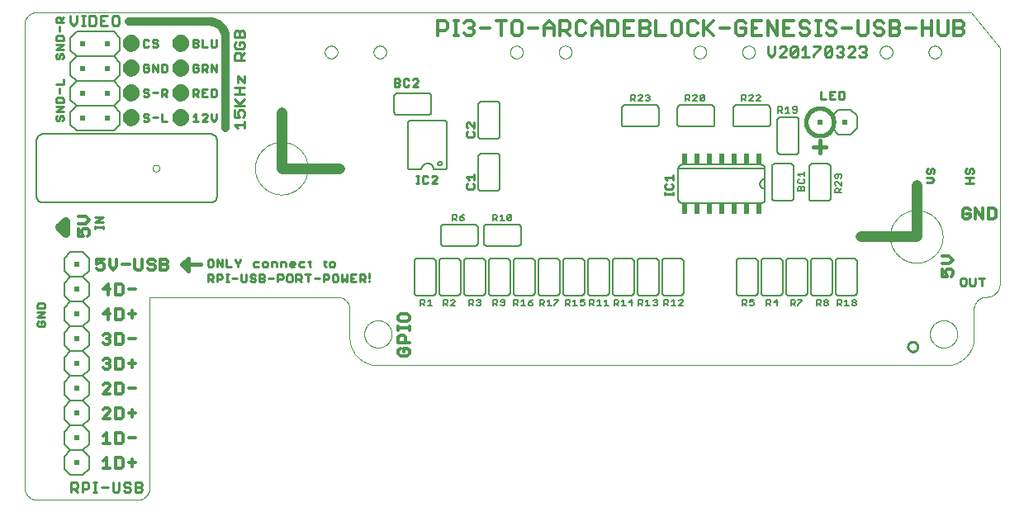
<source format=gto>
G75*
%MOIN*%
%OFA0B0*%
%FSLAX25Y25*%
%IPPOS*%
%LPD*%
%AMOC8*
5,1,8,0,0,1.08239X$1,22.5*
%
%ADD10C,0.00000*%
%ADD11C,0.01200*%
%ADD12C,0.01000*%
%ADD13C,0.04331*%
%ADD14C,0.01600*%
%ADD15C,0.00900*%
%ADD16C,0.03200*%
%ADD17C,0.01300*%
%ADD18C,0.00600*%
%ADD19R,0.02000X0.04500*%
%ADD20C,0.00500*%
%ADD21C,0.00700*%
%ADD22R,0.02000X0.02000*%
%ADD23C,0.01100*%
D10*
X0009059Y0004256D02*
X0049643Y0004256D01*
X0049783Y0004258D01*
X0049923Y0004264D01*
X0050063Y0004274D01*
X0050203Y0004287D01*
X0050342Y0004305D01*
X0050481Y0004327D01*
X0050618Y0004352D01*
X0050756Y0004381D01*
X0050892Y0004414D01*
X0051027Y0004451D01*
X0051161Y0004492D01*
X0051294Y0004537D01*
X0051426Y0004585D01*
X0051556Y0004637D01*
X0051685Y0004692D01*
X0051812Y0004751D01*
X0051938Y0004814D01*
X0052062Y0004880D01*
X0052183Y0004949D01*
X0052303Y0005022D01*
X0052421Y0005099D01*
X0052536Y0005178D01*
X0052650Y0005261D01*
X0052760Y0005347D01*
X0052869Y0005436D01*
X0052975Y0005528D01*
X0053078Y0005623D01*
X0053179Y0005720D01*
X0053276Y0005821D01*
X0053371Y0005924D01*
X0053463Y0006030D01*
X0053552Y0006139D01*
X0053638Y0006249D01*
X0053721Y0006363D01*
X0053800Y0006478D01*
X0053877Y0006596D01*
X0053950Y0006716D01*
X0054019Y0006837D01*
X0054085Y0006961D01*
X0054148Y0007087D01*
X0054207Y0007214D01*
X0054262Y0007343D01*
X0054314Y0007473D01*
X0054362Y0007605D01*
X0054407Y0007738D01*
X0054448Y0007872D01*
X0054485Y0008007D01*
X0054518Y0008143D01*
X0054547Y0008281D01*
X0054572Y0008418D01*
X0054594Y0008557D01*
X0054612Y0008696D01*
X0054625Y0008836D01*
X0054635Y0008976D01*
X0054641Y0009116D01*
X0054643Y0009256D01*
X0054643Y0086146D01*
X0130358Y0086146D01*
X0130498Y0086144D01*
X0130638Y0086138D01*
X0130778Y0086128D01*
X0130918Y0086115D01*
X0131057Y0086097D01*
X0131196Y0086075D01*
X0131333Y0086050D01*
X0131471Y0086021D01*
X0131607Y0085988D01*
X0131742Y0085951D01*
X0131876Y0085910D01*
X0132009Y0085865D01*
X0132141Y0085817D01*
X0132271Y0085765D01*
X0132400Y0085710D01*
X0132527Y0085651D01*
X0132653Y0085588D01*
X0132777Y0085522D01*
X0132898Y0085453D01*
X0133018Y0085380D01*
X0133136Y0085303D01*
X0133251Y0085224D01*
X0133365Y0085141D01*
X0133475Y0085055D01*
X0133584Y0084966D01*
X0133690Y0084874D01*
X0133793Y0084779D01*
X0133894Y0084682D01*
X0133991Y0084581D01*
X0134086Y0084478D01*
X0134178Y0084372D01*
X0134267Y0084263D01*
X0134353Y0084153D01*
X0134436Y0084039D01*
X0134515Y0083924D01*
X0134592Y0083806D01*
X0134665Y0083686D01*
X0134734Y0083565D01*
X0134800Y0083441D01*
X0134863Y0083315D01*
X0134922Y0083188D01*
X0134977Y0083059D01*
X0135029Y0082929D01*
X0135077Y0082797D01*
X0135122Y0082664D01*
X0135163Y0082530D01*
X0135200Y0082395D01*
X0135233Y0082259D01*
X0135262Y0082121D01*
X0135287Y0081984D01*
X0135309Y0081845D01*
X0135327Y0081706D01*
X0135340Y0081566D01*
X0135350Y0081426D01*
X0135356Y0081286D01*
X0135358Y0081146D01*
X0135358Y0069217D01*
X0135359Y0069216D02*
X0135376Y0068945D01*
X0135400Y0068675D01*
X0135431Y0068405D01*
X0135468Y0068136D01*
X0135512Y0067868D01*
X0135562Y0067601D01*
X0135618Y0067336D01*
X0135681Y0067072D01*
X0135750Y0066809D01*
X0135826Y0066548D01*
X0135908Y0066289D01*
X0135996Y0066033D01*
X0136090Y0065778D01*
X0136191Y0065526D01*
X0136297Y0065276D01*
X0136410Y0065029D01*
X0136528Y0064785D01*
X0136652Y0064543D01*
X0136782Y0064305D01*
X0136918Y0064070D01*
X0137060Y0063838D01*
X0137207Y0063610D01*
X0137359Y0063385D01*
X0137517Y0063164D01*
X0137680Y0062947D01*
X0137849Y0062734D01*
X0138022Y0062525D01*
X0138200Y0062320D01*
X0138384Y0062120D01*
X0138572Y0061924D01*
X0138765Y0061733D01*
X0138962Y0061547D01*
X0139164Y0061365D01*
X0139370Y0061188D01*
X0139580Y0061017D01*
X0139795Y0060850D01*
X0140013Y0060689D01*
X0140236Y0060533D01*
X0140462Y0060382D01*
X0140691Y0060237D01*
X0140924Y0060098D01*
X0141160Y0059964D01*
X0141400Y0059836D01*
X0141642Y0059714D01*
X0141887Y0059597D01*
X0142136Y0059487D01*
X0142386Y0059383D01*
X0142639Y0059284D01*
X0142895Y0059192D01*
X0143152Y0059106D01*
X0143412Y0059027D01*
X0143673Y0058953D01*
X0143936Y0058886D01*
X0144201Y0058826D01*
X0144467Y0058771D01*
X0144734Y0058723D01*
X0145003Y0058682D01*
X0145272Y0058647D01*
X0145542Y0058619D01*
X0145813Y0058597D01*
X0146084Y0058582D01*
X0146355Y0058573D01*
X0146627Y0058571D01*
X0146898Y0058576D01*
X0147170Y0058587D01*
X0147169Y0058587D02*
X0375516Y0058587D01*
X0375515Y0058587D02*
X0375787Y0058576D01*
X0376058Y0058571D01*
X0376330Y0058573D01*
X0376601Y0058582D01*
X0376872Y0058597D01*
X0377143Y0058619D01*
X0377413Y0058647D01*
X0377682Y0058682D01*
X0377951Y0058723D01*
X0378218Y0058771D01*
X0378484Y0058826D01*
X0378749Y0058886D01*
X0379012Y0058953D01*
X0379273Y0059027D01*
X0379533Y0059106D01*
X0379790Y0059192D01*
X0380046Y0059284D01*
X0380299Y0059383D01*
X0380549Y0059487D01*
X0380798Y0059597D01*
X0381043Y0059714D01*
X0381285Y0059836D01*
X0381525Y0059964D01*
X0381761Y0060098D01*
X0381994Y0060237D01*
X0382223Y0060382D01*
X0382449Y0060533D01*
X0382672Y0060689D01*
X0382890Y0060850D01*
X0383105Y0061017D01*
X0383315Y0061188D01*
X0383521Y0061365D01*
X0383723Y0061547D01*
X0383920Y0061733D01*
X0384113Y0061924D01*
X0384301Y0062120D01*
X0384485Y0062320D01*
X0384663Y0062525D01*
X0384836Y0062734D01*
X0385005Y0062947D01*
X0385168Y0063164D01*
X0385326Y0063385D01*
X0385478Y0063610D01*
X0385625Y0063838D01*
X0385767Y0064070D01*
X0385903Y0064305D01*
X0386033Y0064543D01*
X0386157Y0064785D01*
X0386275Y0065029D01*
X0386388Y0065276D01*
X0386494Y0065526D01*
X0386595Y0065778D01*
X0386689Y0066033D01*
X0386777Y0066289D01*
X0386859Y0066548D01*
X0386935Y0066809D01*
X0387004Y0067072D01*
X0387067Y0067336D01*
X0387123Y0067601D01*
X0387173Y0067868D01*
X0387217Y0068136D01*
X0387254Y0068405D01*
X0387285Y0068675D01*
X0387309Y0068945D01*
X0387326Y0069216D01*
X0387327Y0069217D02*
X0387327Y0081146D01*
X0387329Y0081286D01*
X0387335Y0081426D01*
X0387345Y0081566D01*
X0387358Y0081706D01*
X0387376Y0081845D01*
X0387398Y0081984D01*
X0387423Y0082121D01*
X0387452Y0082259D01*
X0387485Y0082395D01*
X0387522Y0082530D01*
X0387563Y0082664D01*
X0387608Y0082797D01*
X0387656Y0082929D01*
X0387708Y0083059D01*
X0387763Y0083188D01*
X0387822Y0083315D01*
X0387885Y0083441D01*
X0387951Y0083565D01*
X0388020Y0083686D01*
X0388093Y0083806D01*
X0388170Y0083924D01*
X0388249Y0084039D01*
X0388332Y0084153D01*
X0388418Y0084263D01*
X0388507Y0084372D01*
X0388599Y0084478D01*
X0388694Y0084581D01*
X0388791Y0084682D01*
X0388892Y0084779D01*
X0388995Y0084874D01*
X0389101Y0084966D01*
X0389210Y0085055D01*
X0389320Y0085141D01*
X0389434Y0085224D01*
X0389549Y0085303D01*
X0389667Y0085380D01*
X0389787Y0085453D01*
X0389908Y0085522D01*
X0390032Y0085588D01*
X0390158Y0085651D01*
X0390285Y0085710D01*
X0390414Y0085765D01*
X0390544Y0085817D01*
X0390676Y0085865D01*
X0390809Y0085910D01*
X0390943Y0085951D01*
X0391078Y0085988D01*
X0391214Y0086021D01*
X0391352Y0086050D01*
X0391489Y0086075D01*
X0391628Y0086097D01*
X0391767Y0086115D01*
X0391907Y0086128D01*
X0392047Y0086138D01*
X0392187Y0086144D01*
X0392327Y0086146D01*
X0392471Y0086145D01*
X0392615Y0086148D01*
X0392759Y0086155D01*
X0392903Y0086167D01*
X0393047Y0086181D01*
X0393190Y0086200D01*
X0393332Y0086223D01*
X0393474Y0086249D01*
X0393615Y0086280D01*
X0393756Y0086314D01*
X0393895Y0086352D01*
X0394033Y0086393D01*
X0394170Y0086439D01*
X0394306Y0086488D01*
X0394440Y0086541D01*
X0394573Y0086597D01*
X0394704Y0086657D01*
X0394834Y0086720D01*
X0394962Y0086787D01*
X0395088Y0086858D01*
X0395212Y0086932D01*
X0395334Y0087009D01*
X0395453Y0087089D01*
X0395571Y0087173D01*
X0395686Y0087260D01*
X0395799Y0087349D01*
X0395910Y0087442D01*
X0396018Y0087538D01*
X0396123Y0087637D01*
X0396225Y0087738D01*
X0396325Y0087843D01*
X0396422Y0087950D01*
X0396516Y0088059D01*
X0396607Y0088171D01*
X0396695Y0088286D01*
X0396780Y0088402D01*
X0396861Y0088522D01*
X0396940Y0088643D01*
X0397015Y0088766D01*
X0397086Y0088891D01*
X0397155Y0089018D01*
X0397219Y0089147D01*
X0397281Y0089278D01*
X0397338Y0089410D01*
X0397392Y0089544D01*
X0397443Y0089679D01*
X0397490Y0089816D01*
X0397533Y0089954D01*
X0397572Y0090093D01*
X0397607Y0090232D01*
X0397639Y0090373D01*
X0397667Y0090515D01*
X0397691Y0090657D01*
X0397711Y0090800D01*
X0397728Y0090943D01*
X0397740Y0091087D01*
X0397748Y0091231D01*
X0397753Y0091376D01*
X0397753Y0091375D02*
X0397753Y0186736D01*
X0386146Y0201106D01*
X0009059Y0201106D01*
X0008919Y0201104D01*
X0008779Y0201098D01*
X0008639Y0201088D01*
X0008499Y0201075D01*
X0008360Y0201057D01*
X0008221Y0201035D01*
X0008084Y0201010D01*
X0007946Y0200981D01*
X0007810Y0200948D01*
X0007675Y0200911D01*
X0007541Y0200870D01*
X0007408Y0200825D01*
X0007276Y0200777D01*
X0007146Y0200725D01*
X0007017Y0200670D01*
X0006890Y0200611D01*
X0006764Y0200548D01*
X0006640Y0200482D01*
X0006519Y0200413D01*
X0006399Y0200340D01*
X0006281Y0200263D01*
X0006166Y0200184D01*
X0006052Y0200101D01*
X0005942Y0200015D01*
X0005833Y0199926D01*
X0005727Y0199834D01*
X0005624Y0199739D01*
X0005523Y0199642D01*
X0005426Y0199541D01*
X0005331Y0199438D01*
X0005239Y0199332D01*
X0005150Y0199223D01*
X0005064Y0199113D01*
X0004981Y0198999D01*
X0004902Y0198884D01*
X0004825Y0198766D01*
X0004752Y0198646D01*
X0004683Y0198525D01*
X0004617Y0198401D01*
X0004554Y0198275D01*
X0004495Y0198148D01*
X0004440Y0198019D01*
X0004388Y0197889D01*
X0004340Y0197757D01*
X0004295Y0197624D01*
X0004254Y0197490D01*
X0004217Y0197355D01*
X0004184Y0197219D01*
X0004155Y0197081D01*
X0004130Y0196944D01*
X0004108Y0196805D01*
X0004090Y0196666D01*
X0004077Y0196526D01*
X0004067Y0196386D01*
X0004061Y0196246D01*
X0004059Y0196106D01*
X0004059Y0009256D01*
X0004061Y0009116D01*
X0004067Y0008976D01*
X0004077Y0008836D01*
X0004090Y0008696D01*
X0004108Y0008557D01*
X0004130Y0008418D01*
X0004155Y0008281D01*
X0004184Y0008143D01*
X0004217Y0008007D01*
X0004254Y0007872D01*
X0004295Y0007738D01*
X0004340Y0007605D01*
X0004388Y0007473D01*
X0004440Y0007343D01*
X0004495Y0007214D01*
X0004554Y0007087D01*
X0004617Y0006961D01*
X0004683Y0006837D01*
X0004752Y0006716D01*
X0004825Y0006596D01*
X0004902Y0006478D01*
X0004981Y0006363D01*
X0005064Y0006249D01*
X0005150Y0006139D01*
X0005239Y0006030D01*
X0005331Y0005924D01*
X0005426Y0005821D01*
X0005523Y0005720D01*
X0005624Y0005623D01*
X0005727Y0005528D01*
X0005833Y0005436D01*
X0005942Y0005347D01*
X0006052Y0005261D01*
X0006166Y0005178D01*
X0006281Y0005099D01*
X0006399Y0005022D01*
X0006519Y0004949D01*
X0006640Y0004880D01*
X0006764Y0004814D01*
X0006890Y0004751D01*
X0007017Y0004692D01*
X0007146Y0004637D01*
X0007276Y0004585D01*
X0007408Y0004537D01*
X0007541Y0004492D01*
X0007675Y0004451D01*
X0007810Y0004414D01*
X0007946Y0004381D01*
X0008084Y0004352D01*
X0008221Y0004327D01*
X0008360Y0004305D01*
X0008499Y0004287D01*
X0008639Y0004274D01*
X0008779Y0004264D01*
X0008919Y0004258D01*
X0009059Y0004256D01*
X0141264Y0071185D02*
X0141266Y0071333D01*
X0141272Y0071481D01*
X0141282Y0071629D01*
X0141296Y0071776D01*
X0141314Y0071923D01*
X0141335Y0072069D01*
X0141361Y0072215D01*
X0141391Y0072360D01*
X0141424Y0072504D01*
X0141462Y0072647D01*
X0141503Y0072789D01*
X0141548Y0072930D01*
X0141596Y0073070D01*
X0141649Y0073209D01*
X0141705Y0073346D01*
X0141765Y0073481D01*
X0141828Y0073615D01*
X0141895Y0073747D01*
X0141966Y0073877D01*
X0142040Y0074005D01*
X0142117Y0074131D01*
X0142198Y0074255D01*
X0142282Y0074377D01*
X0142369Y0074496D01*
X0142460Y0074613D01*
X0142554Y0074728D01*
X0142650Y0074840D01*
X0142750Y0074950D01*
X0142852Y0075056D01*
X0142958Y0075160D01*
X0143066Y0075261D01*
X0143177Y0075359D01*
X0143290Y0075455D01*
X0143406Y0075547D01*
X0143524Y0075636D01*
X0143645Y0075721D01*
X0143768Y0075804D01*
X0143893Y0075883D01*
X0144020Y0075959D01*
X0144149Y0076031D01*
X0144280Y0076100D01*
X0144413Y0076165D01*
X0144548Y0076226D01*
X0144684Y0076284D01*
X0144821Y0076339D01*
X0144960Y0076389D01*
X0145101Y0076436D01*
X0145242Y0076479D01*
X0145385Y0076519D01*
X0145529Y0076554D01*
X0145673Y0076586D01*
X0145819Y0076613D01*
X0145965Y0076637D01*
X0146112Y0076657D01*
X0146259Y0076673D01*
X0146406Y0076685D01*
X0146554Y0076693D01*
X0146702Y0076697D01*
X0146850Y0076697D01*
X0146998Y0076693D01*
X0147146Y0076685D01*
X0147293Y0076673D01*
X0147440Y0076657D01*
X0147587Y0076637D01*
X0147733Y0076613D01*
X0147879Y0076586D01*
X0148023Y0076554D01*
X0148167Y0076519D01*
X0148310Y0076479D01*
X0148451Y0076436D01*
X0148592Y0076389D01*
X0148731Y0076339D01*
X0148868Y0076284D01*
X0149004Y0076226D01*
X0149139Y0076165D01*
X0149272Y0076100D01*
X0149403Y0076031D01*
X0149532Y0075959D01*
X0149659Y0075883D01*
X0149784Y0075804D01*
X0149907Y0075721D01*
X0150028Y0075636D01*
X0150146Y0075547D01*
X0150262Y0075455D01*
X0150375Y0075359D01*
X0150486Y0075261D01*
X0150594Y0075160D01*
X0150700Y0075056D01*
X0150802Y0074950D01*
X0150902Y0074840D01*
X0150998Y0074728D01*
X0151092Y0074613D01*
X0151183Y0074496D01*
X0151270Y0074377D01*
X0151354Y0074255D01*
X0151435Y0074131D01*
X0151512Y0074005D01*
X0151586Y0073877D01*
X0151657Y0073747D01*
X0151724Y0073615D01*
X0151787Y0073481D01*
X0151847Y0073346D01*
X0151903Y0073209D01*
X0151956Y0073070D01*
X0152004Y0072930D01*
X0152049Y0072789D01*
X0152090Y0072647D01*
X0152128Y0072504D01*
X0152161Y0072360D01*
X0152191Y0072215D01*
X0152217Y0072069D01*
X0152238Y0071923D01*
X0152256Y0071776D01*
X0152270Y0071629D01*
X0152280Y0071481D01*
X0152286Y0071333D01*
X0152288Y0071185D01*
X0152286Y0071037D01*
X0152280Y0070889D01*
X0152270Y0070741D01*
X0152256Y0070594D01*
X0152238Y0070447D01*
X0152217Y0070301D01*
X0152191Y0070155D01*
X0152161Y0070010D01*
X0152128Y0069866D01*
X0152090Y0069723D01*
X0152049Y0069581D01*
X0152004Y0069440D01*
X0151956Y0069300D01*
X0151903Y0069161D01*
X0151847Y0069024D01*
X0151787Y0068889D01*
X0151724Y0068755D01*
X0151657Y0068623D01*
X0151586Y0068493D01*
X0151512Y0068365D01*
X0151435Y0068239D01*
X0151354Y0068115D01*
X0151270Y0067993D01*
X0151183Y0067874D01*
X0151092Y0067757D01*
X0150998Y0067642D01*
X0150902Y0067530D01*
X0150802Y0067420D01*
X0150700Y0067314D01*
X0150594Y0067210D01*
X0150486Y0067109D01*
X0150375Y0067011D01*
X0150262Y0066915D01*
X0150146Y0066823D01*
X0150028Y0066734D01*
X0149907Y0066649D01*
X0149784Y0066566D01*
X0149659Y0066487D01*
X0149532Y0066411D01*
X0149403Y0066339D01*
X0149272Y0066270D01*
X0149139Y0066205D01*
X0149004Y0066144D01*
X0148868Y0066086D01*
X0148731Y0066031D01*
X0148592Y0065981D01*
X0148451Y0065934D01*
X0148310Y0065891D01*
X0148167Y0065851D01*
X0148023Y0065816D01*
X0147879Y0065784D01*
X0147733Y0065757D01*
X0147587Y0065733D01*
X0147440Y0065713D01*
X0147293Y0065697D01*
X0147146Y0065685D01*
X0146998Y0065677D01*
X0146850Y0065673D01*
X0146702Y0065673D01*
X0146554Y0065677D01*
X0146406Y0065685D01*
X0146259Y0065697D01*
X0146112Y0065713D01*
X0145965Y0065733D01*
X0145819Y0065757D01*
X0145673Y0065784D01*
X0145529Y0065816D01*
X0145385Y0065851D01*
X0145242Y0065891D01*
X0145101Y0065934D01*
X0144960Y0065981D01*
X0144821Y0066031D01*
X0144684Y0066086D01*
X0144548Y0066144D01*
X0144413Y0066205D01*
X0144280Y0066270D01*
X0144149Y0066339D01*
X0144020Y0066411D01*
X0143893Y0066487D01*
X0143768Y0066566D01*
X0143645Y0066649D01*
X0143524Y0066734D01*
X0143406Y0066823D01*
X0143290Y0066915D01*
X0143177Y0067011D01*
X0143066Y0067109D01*
X0142958Y0067210D01*
X0142852Y0067314D01*
X0142750Y0067420D01*
X0142650Y0067530D01*
X0142554Y0067642D01*
X0142460Y0067757D01*
X0142369Y0067874D01*
X0142282Y0067993D01*
X0142198Y0068115D01*
X0142117Y0068239D01*
X0142040Y0068365D01*
X0141966Y0068493D01*
X0141895Y0068623D01*
X0141828Y0068755D01*
X0141765Y0068889D01*
X0141705Y0069024D01*
X0141649Y0069161D01*
X0141596Y0069300D01*
X0141548Y0069440D01*
X0141503Y0069581D01*
X0141462Y0069723D01*
X0141424Y0069866D01*
X0141391Y0070010D01*
X0141361Y0070155D01*
X0141335Y0070301D01*
X0141314Y0070447D01*
X0141296Y0070594D01*
X0141282Y0070741D01*
X0141272Y0070889D01*
X0141266Y0071037D01*
X0141264Y0071185D01*
X0097169Y0138114D02*
X0097172Y0138375D01*
X0097182Y0138636D01*
X0097198Y0138896D01*
X0097220Y0139156D01*
X0097249Y0139415D01*
X0097284Y0139674D01*
X0097325Y0139931D01*
X0097373Y0140188D01*
X0097427Y0140443D01*
X0097488Y0140697D01*
X0097554Y0140949D01*
X0097627Y0141200D01*
X0097706Y0141448D01*
X0097790Y0141695D01*
X0097881Y0141940D01*
X0097978Y0142182D01*
X0098081Y0142422D01*
X0098190Y0142659D01*
X0098304Y0142893D01*
X0098424Y0143125D01*
X0098550Y0143354D01*
X0098681Y0143579D01*
X0098818Y0143801D01*
X0098960Y0144020D01*
X0099108Y0144235D01*
X0099261Y0144446D01*
X0099419Y0144654D01*
X0099582Y0144858D01*
X0099750Y0145057D01*
X0099923Y0145253D01*
X0100100Y0145444D01*
X0100282Y0145631D01*
X0100469Y0145813D01*
X0100660Y0145990D01*
X0100856Y0146163D01*
X0101055Y0146331D01*
X0101259Y0146494D01*
X0101467Y0146652D01*
X0101678Y0146805D01*
X0101893Y0146953D01*
X0102112Y0147095D01*
X0102334Y0147232D01*
X0102559Y0147363D01*
X0102788Y0147489D01*
X0103020Y0147609D01*
X0103254Y0147723D01*
X0103491Y0147832D01*
X0103731Y0147935D01*
X0103973Y0148032D01*
X0104218Y0148123D01*
X0104465Y0148207D01*
X0104713Y0148286D01*
X0104964Y0148359D01*
X0105216Y0148425D01*
X0105470Y0148486D01*
X0105725Y0148540D01*
X0105982Y0148588D01*
X0106239Y0148629D01*
X0106498Y0148664D01*
X0106757Y0148693D01*
X0107017Y0148715D01*
X0107277Y0148731D01*
X0107538Y0148741D01*
X0107799Y0148744D01*
X0108060Y0148741D01*
X0108321Y0148731D01*
X0108581Y0148715D01*
X0108841Y0148693D01*
X0109100Y0148664D01*
X0109359Y0148629D01*
X0109616Y0148588D01*
X0109873Y0148540D01*
X0110128Y0148486D01*
X0110382Y0148425D01*
X0110634Y0148359D01*
X0110885Y0148286D01*
X0111133Y0148207D01*
X0111380Y0148123D01*
X0111625Y0148032D01*
X0111867Y0147935D01*
X0112107Y0147832D01*
X0112344Y0147723D01*
X0112578Y0147609D01*
X0112810Y0147489D01*
X0113039Y0147363D01*
X0113264Y0147232D01*
X0113486Y0147095D01*
X0113705Y0146953D01*
X0113920Y0146805D01*
X0114131Y0146652D01*
X0114339Y0146494D01*
X0114543Y0146331D01*
X0114742Y0146163D01*
X0114938Y0145990D01*
X0115129Y0145813D01*
X0115316Y0145631D01*
X0115498Y0145444D01*
X0115675Y0145253D01*
X0115848Y0145057D01*
X0116016Y0144858D01*
X0116179Y0144654D01*
X0116337Y0144446D01*
X0116490Y0144235D01*
X0116638Y0144020D01*
X0116780Y0143801D01*
X0116917Y0143579D01*
X0117048Y0143354D01*
X0117174Y0143125D01*
X0117294Y0142893D01*
X0117408Y0142659D01*
X0117517Y0142422D01*
X0117620Y0142182D01*
X0117717Y0141940D01*
X0117808Y0141695D01*
X0117892Y0141448D01*
X0117971Y0141200D01*
X0118044Y0140949D01*
X0118110Y0140697D01*
X0118171Y0140443D01*
X0118225Y0140188D01*
X0118273Y0139931D01*
X0118314Y0139674D01*
X0118349Y0139415D01*
X0118378Y0139156D01*
X0118400Y0138896D01*
X0118416Y0138636D01*
X0118426Y0138375D01*
X0118429Y0138114D01*
X0118426Y0137853D01*
X0118416Y0137592D01*
X0118400Y0137332D01*
X0118378Y0137072D01*
X0118349Y0136813D01*
X0118314Y0136554D01*
X0118273Y0136297D01*
X0118225Y0136040D01*
X0118171Y0135785D01*
X0118110Y0135531D01*
X0118044Y0135279D01*
X0117971Y0135028D01*
X0117892Y0134780D01*
X0117808Y0134533D01*
X0117717Y0134288D01*
X0117620Y0134046D01*
X0117517Y0133806D01*
X0117408Y0133569D01*
X0117294Y0133335D01*
X0117174Y0133103D01*
X0117048Y0132874D01*
X0116917Y0132649D01*
X0116780Y0132427D01*
X0116638Y0132208D01*
X0116490Y0131993D01*
X0116337Y0131782D01*
X0116179Y0131574D01*
X0116016Y0131370D01*
X0115848Y0131171D01*
X0115675Y0130975D01*
X0115498Y0130784D01*
X0115316Y0130597D01*
X0115129Y0130415D01*
X0114938Y0130238D01*
X0114742Y0130065D01*
X0114543Y0129897D01*
X0114339Y0129734D01*
X0114131Y0129576D01*
X0113920Y0129423D01*
X0113705Y0129275D01*
X0113486Y0129133D01*
X0113264Y0128996D01*
X0113039Y0128865D01*
X0112810Y0128739D01*
X0112578Y0128619D01*
X0112344Y0128505D01*
X0112107Y0128396D01*
X0111867Y0128293D01*
X0111625Y0128196D01*
X0111380Y0128105D01*
X0111133Y0128021D01*
X0110885Y0127942D01*
X0110634Y0127869D01*
X0110382Y0127803D01*
X0110128Y0127742D01*
X0109873Y0127688D01*
X0109616Y0127640D01*
X0109359Y0127599D01*
X0109100Y0127564D01*
X0108841Y0127535D01*
X0108581Y0127513D01*
X0108321Y0127497D01*
X0108060Y0127487D01*
X0107799Y0127484D01*
X0107538Y0127487D01*
X0107277Y0127497D01*
X0107017Y0127513D01*
X0106757Y0127535D01*
X0106498Y0127564D01*
X0106239Y0127599D01*
X0105982Y0127640D01*
X0105725Y0127688D01*
X0105470Y0127742D01*
X0105216Y0127803D01*
X0104964Y0127869D01*
X0104713Y0127942D01*
X0104465Y0128021D01*
X0104218Y0128105D01*
X0103973Y0128196D01*
X0103731Y0128293D01*
X0103491Y0128396D01*
X0103254Y0128505D01*
X0103020Y0128619D01*
X0102788Y0128739D01*
X0102559Y0128865D01*
X0102334Y0128996D01*
X0102112Y0129133D01*
X0101893Y0129275D01*
X0101678Y0129423D01*
X0101467Y0129576D01*
X0101259Y0129734D01*
X0101055Y0129897D01*
X0100856Y0130065D01*
X0100660Y0130238D01*
X0100469Y0130415D01*
X0100282Y0130597D01*
X0100100Y0130784D01*
X0099923Y0130975D01*
X0099750Y0131171D01*
X0099582Y0131370D01*
X0099419Y0131574D01*
X0099261Y0131782D01*
X0099108Y0131993D01*
X0098960Y0132208D01*
X0098818Y0132427D01*
X0098681Y0132649D01*
X0098550Y0132874D01*
X0098424Y0133103D01*
X0098304Y0133335D01*
X0098190Y0133569D01*
X0098081Y0133806D01*
X0097978Y0134046D01*
X0097881Y0134288D01*
X0097790Y0134533D01*
X0097706Y0134780D01*
X0097627Y0135028D01*
X0097554Y0135279D01*
X0097488Y0135531D01*
X0097427Y0135785D01*
X0097373Y0136040D01*
X0097325Y0136297D01*
X0097284Y0136554D01*
X0097249Y0136813D01*
X0097220Y0137072D01*
X0097198Y0137332D01*
X0097182Y0137592D01*
X0097172Y0137853D01*
X0097169Y0138114D01*
X0055824Y0138114D02*
X0055826Y0138188D01*
X0055832Y0138262D01*
X0055842Y0138335D01*
X0055856Y0138408D01*
X0055873Y0138480D01*
X0055895Y0138550D01*
X0055920Y0138620D01*
X0055949Y0138688D01*
X0055982Y0138754D01*
X0056018Y0138819D01*
X0056058Y0138881D01*
X0056100Y0138942D01*
X0056146Y0139000D01*
X0056195Y0139055D01*
X0056247Y0139108D01*
X0056302Y0139158D01*
X0056359Y0139204D01*
X0056419Y0139248D01*
X0056481Y0139288D01*
X0056545Y0139325D01*
X0056611Y0139359D01*
X0056679Y0139389D01*
X0056748Y0139415D01*
X0056819Y0139438D01*
X0056890Y0139456D01*
X0056963Y0139471D01*
X0057036Y0139482D01*
X0057110Y0139489D01*
X0057184Y0139492D01*
X0057257Y0139491D01*
X0057331Y0139486D01*
X0057405Y0139477D01*
X0057478Y0139464D01*
X0057550Y0139447D01*
X0057621Y0139427D01*
X0057691Y0139402D01*
X0057759Y0139374D01*
X0057826Y0139343D01*
X0057891Y0139307D01*
X0057954Y0139269D01*
X0058015Y0139227D01*
X0058074Y0139181D01*
X0058130Y0139133D01*
X0058183Y0139082D01*
X0058233Y0139028D01*
X0058281Y0138971D01*
X0058325Y0138912D01*
X0058367Y0138850D01*
X0058405Y0138787D01*
X0058439Y0138721D01*
X0058470Y0138654D01*
X0058497Y0138585D01*
X0058520Y0138515D01*
X0058540Y0138444D01*
X0058556Y0138371D01*
X0058568Y0138298D01*
X0058576Y0138225D01*
X0058580Y0138151D01*
X0058580Y0138077D01*
X0058576Y0138003D01*
X0058568Y0137930D01*
X0058556Y0137857D01*
X0058540Y0137784D01*
X0058520Y0137713D01*
X0058497Y0137643D01*
X0058470Y0137574D01*
X0058439Y0137507D01*
X0058405Y0137441D01*
X0058367Y0137378D01*
X0058325Y0137316D01*
X0058281Y0137257D01*
X0058233Y0137200D01*
X0058183Y0137146D01*
X0058130Y0137095D01*
X0058074Y0137047D01*
X0058015Y0137001D01*
X0057954Y0136959D01*
X0057891Y0136921D01*
X0057826Y0136885D01*
X0057759Y0136854D01*
X0057691Y0136826D01*
X0057621Y0136801D01*
X0057550Y0136781D01*
X0057478Y0136764D01*
X0057405Y0136751D01*
X0057331Y0136742D01*
X0057257Y0136737D01*
X0057184Y0136736D01*
X0057110Y0136739D01*
X0057036Y0136746D01*
X0056963Y0136757D01*
X0056890Y0136772D01*
X0056819Y0136790D01*
X0056748Y0136813D01*
X0056679Y0136839D01*
X0056611Y0136869D01*
X0056545Y0136903D01*
X0056481Y0136940D01*
X0056419Y0136980D01*
X0056359Y0137024D01*
X0056302Y0137070D01*
X0056247Y0137120D01*
X0056195Y0137173D01*
X0056146Y0137228D01*
X0056100Y0137286D01*
X0056058Y0137347D01*
X0056018Y0137409D01*
X0055982Y0137474D01*
X0055949Y0137540D01*
X0055920Y0137608D01*
X0055895Y0137678D01*
X0055873Y0137748D01*
X0055856Y0137820D01*
X0055842Y0137893D01*
X0055832Y0137966D01*
X0055826Y0138040D01*
X0055824Y0138114D01*
X0125319Y0184965D02*
X0125321Y0185066D01*
X0125327Y0185167D01*
X0125337Y0185268D01*
X0125351Y0185368D01*
X0125369Y0185467D01*
X0125391Y0185566D01*
X0125416Y0185664D01*
X0125446Y0185761D01*
X0125479Y0185856D01*
X0125516Y0185950D01*
X0125557Y0186043D01*
X0125601Y0186134D01*
X0125649Y0186223D01*
X0125701Y0186310D01*
X0125756Y0186395D01*
X0125814Y0186477D01*
X0125875Y0186558D01*
X0125940Y0186636D01*
X0126007Y0186711D01*
X0126077Y0186783D01*
X0126151Y0186853D01*
X0126227Y0186920D01*
X0126305Y0186984D01*
X0126386Y0187044D01*
X0126469Y0187101D01*
X0126555Y0187155D01*
X0126643Y0187206D01*
X0126732Y0187253D01*
X0126823Y0187297D01*
X0126916Y0187336D01*
X0127011Y0187373D01*
X0127106Y0187405D01*
X0127203Y0187434D01*
X0127302Y0187458D01*
X0127400Y0187479D01*
X0127500Y0187496D01*
X0127600Y0187509D01*
X0127701Y0187518D01*
X0127802Y0187523D01*
X0127903Y0187524D01*
X0128004Y0187521D01*
X0128105Y0187514D01*
X0128206Y0187503D01*
X0128306Y0187488D01*
X0128405Y0187469D01*
X0128504Y0187446D01*
X0128601Y0187420D01*
X0128698Y0187389D01*
X0128793Y0187355D01*
X0128886Y0187317D01*
X0128979Y0187275D01*
X0129069Y0187230D01*
X0129158Y0187181D01*
X0129244Y0187129D01*
X0129328Y0187073D01*
X0129411Y0187014D01*
X0129490Y0186952D01*
X0129568Y0186887D01*
X0129642Y0186819D01*
X0129714Y0186747D01*
X0129783Y0186674D01*
X0129849Y0186597D01*
X0129912Y0186518D01*
X0129972Y0186436D01*
X0130028Y0186352D01*
X0130081Y0186266D01*
X0130131Y0186178D01*
X0130177Y0186088D01*
X0130220Y0185997D01*
X0130259Y0185903D01*
X0130294Y0185808D01*
X0130325Y0185712D01*
X0130353Y0185615D01*
X0130377Y0185517D01*
X0130397Y0185418D01*
X0130413Y0185318D01*
X0130425Y0185217D01*
X0130433Y0185117D01*
X0130437Y0185016D01*
X0130437Y0184914D01*
X0130433Y0184813D01*
X0130425Y0184713D01*
X0130413Y0184612D01*
X0130397Y0184512D01*
X0130377Y0184413D01*
X0130353Y0184315D01*
X0130325Y0184218D01*
X0130294Y0184122D01*
X0130259Y0184027D01*
X0130220Y0183933D01*
X0130177Y0183842D01*
X0130131Y0183752D01*
X0130081Y0183664D01*
X0130028Y0183578D01*
X0129972Y0183494D01*
X0129912Y0183412D01*
X0129849Y0183333D01*
X0129783Y0183256D01*
X0129714Y0183183D01*
X0129642Y0183111D01*
X0129568Y0183043D01*
X0129490Y0182978D01*
X0129411Y0182916D01*
X0129328Y0182857D01*
X0129244Y0182801D01*
X0129157Y0182749D01*
X0129069Y0182700D01*
X0128979Y0182655D01*
X0128886Y0182613D01*
X0128793Y0182575D01*
X0128698Y0182541D01*
X0128601Y0182510D01*
X0128504Y0182484D01*
X0128405Y0182461D01*
X0128306Y0182442D01*
X0128206Y0182427D01*
X0128105Y0182416D01*
X0128004Y0182409D01*
X0127903Y0182406D01*
X0127802Y0182407D01*
X0127701Y0182412D01*
X0127600Y0182421D01*
X0127500Y0182434D01*
X0127400Y0182451D01*
X0127302Y0182472D01*
X0127203Y0182496D01*
X0127106Y0182525D01*
X0127011Y0182557D01*
X0126916Y0182594D01*
X0126823Y0182633D01*
X0126732Y0182677D01*
X0126643Y0182724D01*
X0126555Y0182775D01*
X0126469Y0182829D01*
X0126386Y0182886D01*
X0126305Y0182946D01*
X0126227Y0183010D01*
X0126151Y0183077D01*
X0126077Y0183147D01*
X0126007Y0183219D01*
X0125940Y0183294D01*
X0125875Y0183372D01*
X0125814Y0183453D01*
X0125756Y0183535D01*
X0125701Y0183620D01*
X0125649Y0183707D01*
X0125601Y0183796D01*
X0125557Y0183887D01*
X0125516Y0183980D01*
X0125479Y0184074D01*
X0125446Y0184169D01*
X0125416Y0184266D01*
X0125391Y0184364D01*
X0125369Y0184463D01*
X0125351Y0184562D01*
X0125337Y0184662D01*
X0125327Y0184763D01*
X0125321Y0184864D01*
X0125319Y0184965D01*
X0145004Y0184965D02*
X0145006Y0185066D01*
X0145012Y0185167D01*
X0145022Y0185268D01*
X0145036Y0185368D01*
X0145054Y0185467D01*
X0145076Y0185566D01*
X0145101Y0185664D01*
X0145131Y0185761D01*
X0145164Y0185856D01*
X0145201Y0185950D01*
X0145242Y0186043D01*
X0145286Y0186134D01*
X0145334Y0186223D01*
X0145386Y0186310D01*
X0145441Y0186395D01*
X0145499Y0186477D01*
X0145560Y0186558D01*
X0145625Y0186636D01*
X0145692Y0186711D01*
X0145762Y0186783D01*
X0145836Y0186853D01*
X0145912Y0186920D01*
X0145990Y0186984D01*
X0146071Y0187044D01*
X0146154Y0187101D01*
X0146240Y0187155D01*
X0146328Y0187206D01*
X0146417Y0187253D01*
X0146508Y0187297D01*
X0146601Y0187336D01*
X0146696Y0187373D01*
X0146791Y0187405D01*
X0146888Y0187434D01*
X0146987Y0187458D01*
X0147085Y0187479D01*
X0147185Y0187496D01*
X0147285Y0187509D01*
X0147386Y0187518D01*
X0147487Y0187523D01*
X0147588Y0187524D01*
X0147689Y0187521D01*
X0147790Y0187514D01*
X0147891Y0187503D01*
X0147991Y0187488D01*
X0148090Y0187469D01*
X0148189Y0187446D01*
X0148286Y0187420D01*
X0148383Y0187389D01*
X0148478Y0187355D01*
X0148571Y0187317D01*
X0148664Y0187275D01*
X0148754Y0187230D01*
X0148843Y0187181D01*
X0148929Y0187129D01*
X0149013Y0187073D01*
X0149096Y0187014D01*
X0149175Y0186952D01*
X0149253Y0186887D01*
X0149327Y0186819D01*
X0149399Y0186747D01*
X0149468Y0186674D01*
X0149534Y0186597D01*
X0149597Y0186518D01*
X0149657Y0186436D01*
X0149713Y0186352D01*
X0149766Y0186266D01*
X0149816Y0186178D01*
X0149862Y0186088D01*
X0149905Y0185997D01*
X0149944Y0185903D01*
X0149979Y0185808D01*
X0150010Y0185712D01*
X0150038Y0185615D01*
X0150062Y0185517D01*
X0150082Y0185418D01*
X0150098Y0185318D01*
X0150110Y0185217D01*
X0150118Y0185117D01*
X0150122Y0185016D01*
X0150122Y0184914D01*
X0150118Y0184813D01*
X0150110Y0184713D01*
X0150098Y0184612D01*
X0150082Y0184512D01*
X0150062Y0184413D01*
X0150038Y0184315D01*
X0150010Y0184218D01*
X0149979Y0184122D01*
X0149944Y0184027D01*
X0149905Y0183933D01*
X0149862Y0183842D01*
X0149816Y0183752D01*
X0149766Y0183664D01*
X0149713Y0183578D01*
X0149657Y0183494D01*
X0149597Y0183412D01*
X0149534Y0183333D01*
X0149468Y0183256D01*
X0149399Y0183183D01*
X0149327Y0183111D01*
X0149253Y0183043D01*
X0149175Y0182978D01*
X0149096Y0182916D01*
X0149013Y0182857D01*
X0148929Y0182801D01*
X0148842Y0182749D01*
X0148754Y0182700D01*
X0148664Y0182655D01*
X0148571Y0182613D01*
X0148478Y0182575D01*
X0148383Y0182541D01*
X0148286Y0182510D01*
X0148189Y0182484D01*
X0148090Y0182461D01*
X0147991Y0182442D01*
X0147891Y0182427D01*
X0147790Y0182416D01*
X0147689Y0182409D01*
X0147588Y0182406D01*
X0147487Y0182407D01*
X0147386Y0182412D01*
X0147285Y0182421D01*
X0147185Y0182434D01*
X0147085Y0182451D01*
X0146987Y0182472D01*
X0146888Y0182496D01*
X0146791Y0182525D01*
X0146696Y0182557D01*
X0146601Y0182594D01*
X0146508Y0182633D01*
X0146417Y0182677D01*
X0146328Y0182724D01*
X0146240Y0182775D01*
X0146154Y0182829D01*
X0146071Y0182886D01*
X0145990Y0182946D01*
X0145912Y0183010D01*
X0145836Y0183077D01*
X0145762Y0183147D01*
X0145692Y0183219D01*
X0145625Y0183294D01*
X0145560Y0183372D01*
X0145499Y0183453D01*
X0145441Y0183535D01*
X0145386Y0183620D01*
X0145334Y0183707D01*
X0145286Y0183796D01*
X0145242Y0183887D01*
X0145201Y0183980D01*
X0145164Y0184074D01*
X0145131Y0184169D01*
X0145101Y0184266D01*
X0145076Y0184364D01*
X0145054Y0184463D01*
X0145036Y0184562D01*
X0145022Y0184662D01*
X0145012Y0184763D01*
X0145006Y0184864D01*
X0145004Y0184965D01*
X0200122Y0184965D02*
X0200124Y0185066D01*
X0200130Y0185167D01*
X0200140Y0185268D01*
X0200154Y0185368D01*
X0200172Y0185467D01*
X0200194Y0185566D01*
X0200219Y0185664D01*
X0200249Y0185761D01*
X0200282Y0185856D01*
X0200319Y0185950D01*
X0200360Y0186043D01*
X0200404Y0186134D01*
X0200452Y0186223D01*
X0200504Y0186310D01*
X0200559Y0186395D01*
X0200617Y0186477D01*
X0200678Y0186558D01*
X0200743Y0186636D01*
X0200810Y0186711D01*
X0200880Y0186783D01*
X0200954Y0186853D01*
X0201030Y0186920D01*
X0201108Y0186984D01*
X0201189Y0187044D01*
X0201272Y0187101D01*
X0201358Y0187155D01*
X0201446Y0187206D01*
X0201535Y0187253D01*
X0201626Y0187297D01*
X0201719Y0187336D01*
X0201814Y0187373D01*
X0201909Y0187405D01*
X0202006Y0187434D01*
X0202105Y0187458D01*
X0202203Y0187479D01*
X0202303Y0187496D01*
X0202403Y0187509D01*
X0202504Y0187518D01*
X0202605Y0187523D01*
X0202706Y0187524D01*
X0202807Y0187521D01*
X0202908Y0187514D01*
X0203009Y0187503D01*
X0203109Y0187488D01*
X0203208Y0187469D01*
X0203307Y0187446D01*
X0203404Y0187420D01*
X0203501Y0187389D01*
X0203596Y0187355D01*
X0203689Y0187317D01*
X0203782Y0187275D01*
X0203872Y0187230D01*
X0203961Y0187181D01*
X0204047Y0187129D01*
X0204131Y0187073D01*
X0204214Y0187014D01*
X0204293Y0186952D01*
X0204371Y0186887D01*
X0204445Y0186819D01*
X0204517Y0186747D01*
X0204586Y0186674D01*
X0204652Y0186597D01*
X0204715Y0186518D01*
X0204775Y0186436D01*
X0204831Y0186352D01*
X0204884Y0186266D01*
X0204934Y0186178D01*
X0204980Y0186088D01*
X0205023Y0185997D01*
X0205062Y0185903D01*
X0205097Y0185808D01*
X0205128Y0185712D01*
X0205156Y0185615D01*
X0205180Y0185517D01*
X0205200Y0185418D01*
X0205216Y0185318D01*
X0205228Y0185217D01*
X0205236Y0185117D01*
X0205240Y0185016D01*
X0205240Y0184914D01*
X0205236Y0184813D01*
X0205228Y0184713D01*
X0205216Y0184612D01*
X0205200Y0184512D01*
X0205180Y0184413D01*
X0205156Y0184315D01*
X0205128Y0184218D01*
X0205097Y0184122D01*
X0205062Y0184027D01*
X0205023Y0183933D01*
X0204980Y0183842D01*
X0204934Y0183752D01*
X0204884Y0183664D01*
X0204831Y0183578D01*
X0204775Y0183494D01*
X0204715Y0183412D01*
X0204652Y0183333D01*
X0204586Y0183256D01*
X0204517Y0183183D01*
X0204445Y0183111D01*
X0204371Y0183043D01*
X0204293Y0182978D01*
X0204214Y0182916D01*
X0204131Y0182857D01*
X0204047Y0182801D01*
X0203960Y0182749D01*
X0203872Y0182700D01*
X0203782Y0182655D01*
X0203689Y0182613D01*
X0203596Y0182575D01*
X0203501Y0182541D01*
X0203404Y0182510D01*
X0203307Y0182484D01*
X0203208Y0182461D01*
X0203109Y0182442D01*
X0203009Y0182427D01*
X0202908Y0182416D01*
X0202807Y0182409D01*
X0202706Y0182406D01*
X0202605Y0182407D01*
X0202504Y0182412D01*
X0202403Y0182421D01*
X0202303Y0182434D01*
X0202203Y0182451D01*
X0202105Y0182472D01*
X0202006Y0182496D01*
X0201909Y0182525D01*
X0201814Y0182557D01*
X0201719Y0182594D01*
X0201626Y0182633D01*
X0201535Y0182677D01*
X0201446Y0182724D01*
X0201358Y0182775D01*
X0201272Y0182829D01*
X0201189Y0182886D01*
X0201108Y0182946D01*
X0201030Y0183010D01*
X0200954Y0183077D01*
X0200880Y0183147D01*
X0200810Y0183219D01*
X0200743Y0183294D01*
X0200678Y0183372D01*
X0200617Y0183453D01*
X0200559Y0183535D01*
X0200504Y0183620D01*
X0200452Y0183707D01*
X0200404Y0183796D01*
X0200360Y0183887D01*
X0200319Y0183980D01*
X0200282Y0184074D01*
X0200249Y0184169D01*
X0200219Y0184266D01*
X0200194Y0184364D01*
X0200172Y0184463D01*
X0200154Y0184562D01*
X0200140Y0184662D01*
X0200130Y0184763D01*
X0200124Y0184864D01*
X0200122Y0184965D01*
X0219807Y0184965D02*
X0219809Y0185066D01*
X0219815Y0185167D01*
X0219825Y0185268D01*
X0219839Y0185368D01*
X0219857Y0185467D01*
X0219879Y0185566D01*
X0219904Y0185664D01*
X0219934Y0185761D01*
X0219967Y0185856D01*
X0220004Y0185950D01*
X0220045Y0186043D01*
X0220089Y0186134D01*
X0220137Y0186223D01*
X0220189Y0186310D01*
X0220244Y0186395D01*
X0220302Y0186477D01*
X0220363Y0186558D01*
X0220428Y0186636D01*
X0220495Y0186711D01*
X0220565Y0186783D01*
X0220639Y0186853D01*
X0220715Y0186920D01*
X0220793Y0186984D01*
X0220874Y0187044D01*
X0220957Y0187101D01*
X0221043Y0187155D01*
X0221131Y0187206D01*
X0221220Y0187253D01*
X0221311Y0187297D01*
X0221404Y0187336D01*
X0221499Y0187373D01*
X0221594Y0187405D01*
X0221691Y0187434D01*
X0221790Y0187458D01*
X0221888Y0187479D01*
X0221988Y0187496D01*
X0222088Y0187509D01*
X0222189Y0187518D01*
X0222290Y0187523D01*
X0222391Y0187524D01*
X0222492Y0187521D01*
X0222593Y0187514D01*
X0222694Y0187503D01*
X0222794Y0187488D01*
X0222893Y0187469D01*
X0222992Y0187446D01*
X0223089Y0187420D01*
X0223186Y0187389D01*
X0223281Y0187355D01*
X0223374Y0187317D01*
X0223467Y0187275D01*
X0223557Y0187230D01*
X0223646Y0187181D01*
X0223732Y0187129D01*
X0223816Y0187073D01*
X0223899Y0187014D01*
X0223978Y0186952D01*
X0224056Y0186887D01*
X0224130Y0186819D01*
X0224202Y0186747D01*
X0224271Y0186674D01*
X0224337Y0186597D01*
X0224400Y0186518D01*
X0224460Y0186436D01*
X0224516Y0186352D01*
X0224569Y0186266D01*
X0224619Y0186178D01*
X0224665Y0186088D01*
X0224708Y0185997D01*
X0224747Y0185903D01*
X0224782Y0185808D01*
X0224813Y0185712D01*
X0224841Y0185615D01*
X0224865Y0185517D01*
X0224885Y0185418D01*
X0224901Y0185318D01*
X0224913Y0185217D01*
X0224921Y0185117D01*
X0224925Y0185016D01*
X0224925Y0184914D01*
X0224921Y0184813D01*
X0224913Y0184713D01*
X0224901Y0184612D01*
X0224885Y0184512D01*
X0224865Y0184413D01*
X0224841Y0184315D01*
X0224813Y0184218D01*
X0224782Y0184122D01*
X0224747Y0184027D01*
X0224708Y0183933D01*
X0224665Y0183842D01*
X0224619Y0183752D01*
X0224569Y0183664D01*
X0224516Y0183578D01*
X0224460Y0183494D01*
X0224400Y0183412D01*
X0224337Y0183333D01*
X0224271Y0183256D01*
X0224202Y0183183D01*
X0224130Y0183111D01*
X0224056Y0183043D01*
X0223978Y0182978D01*
X0223899Y0182916D01*
X0223816Y0182857D01*
X0223732Y0182801D01*
X0223645Y0182749D01*
X0223557Y0182700D01*
X0223467Y0182655D01*
X0223374Y0182613D01*
X0223281Y0182575D01*
X0223186Y0182541D01*
X0223089Y0182510D01*
X0222992Y0182484D01*
X0222893Y0182461D01*
X0222794Y0182442D01*
X0222694Y0182427D01*
X0222593Y0182416D01*
X0222492Y0182409D01*
X0222391Y0182406D01*
X0222290Y0182407D01*
X0222189Y0182412D01*
X0222088Y0182421D01*
X0221988Y0182434D01*
X0221888Y0182451D01*
X0221790Y0182472D01*
X0221691Y0182496D01*
X0221594Y0182525D01*
X0221499Y0182557D01*
X0221404Y0182594D01*
X0221311Y0182633D01*
X0221220Y0182677D01*
X0221131Y0182724D01*
X0221043Y0182775D01*
X0220957Y0182829D01*
X0220874Y0182886D01*
X0220793Y0182946D01*
X0220715Y0183010D01*
X0220639Y0183077D01*
X0220565Y0183147D01*
X0220495Y0183219D01*
X0220428Y0183294D01*
X0220363Y0183372D01*
X0220302Y0183453D01*
X0220244Y0183535D01*
X0220189Y0183620D01*
X0220137Y0183707D01*
X0220089Y0183796D01*
X0220045Y0183887D01*
X0220004Y0183980D01*
X0219967Y0184074D01*
X0219934Y0184169D01*
X0219904Y0184266D01*
X0219879Y0184364D01*
X0219857Y0184463D01*
X0219839Y0184562D01*
X0219825Y0184662D01*
X0219815Y0184763D01*
X0219809Y0184864D01*
X0219807Y0184965D01*
X0274138Y0184965D02*
X0274140Y0185066D01*
X0274146Y0185167D01*
X0274156Y0185268D01*
X0274170Y0185368D01*
X0274188Y0185467D01*
X0274210Y0185566D01*
X0274235Y0185664D01*
X0274265Y0185761D01*
X0274298Y0185856D01*
X0274335Y0185950D01*
X0274376Y0186043D01*
X0274420Y0186134D01*
X0274468Y0186223D01*
X0274520Y0186310D01*
X0274575Y0186395D01*
X0274633Y0186477D01*
X0274694Y0186558D01*
X0274759Y0186636D01*
X0274826Y0186711D01*
X0274896Y0186783D01*
X0274970Y0186853D01*
X0275046Y0186920D01*
X0275124Y0186984D01*
X0275205Y0187044D01*
X0275288Y0187101D01*
X0275374Y0187155D01*
X0275462Y0187206D01*
X0275551Y0187253D01*
X0275642Y0187297D01*
X0275735Y0187336D01*
X0275830Y0187373D01*
X0275925Y0187405D01*
X0276022Y0187434D01*
X0276121Y0187458D01*
X0276219Y0187479D01*
X0276319Y0187496D01*
X0276419Y0187509D01*
X0276520Y0187518D01*
X0276621Y0187523D01*
X0276722Y0187524D01*
X0276823Y0187521D01*
X0276924Y0187514D01*
X0277025Y0187503D01*
X0277125Y0187488D01*
X0277224Y0187469D01*
X0277323Y0187446D01*
X0277420Y0187420D01*
X0277517Y0187389D01*
X0277612Y0187355D01*
X0277705Y0187317D01*
X0277798Y0187275D01*
X0277888Y0187230D01*
X0277977Y0187181D01*
X0278063Y0187129D01*
X0278147Y0187073D01*
X0278230Y0187014D01*
X0278309Y0186952D01*
X0278387Y0186887D01*
X0278461Y0186819D01*
X0278533Y0186747D01*
X0278602Y0186674D01*
X0278668Y0186597D01*
X0278731Y0186518D01*
X0278791Y0186436D01*
X0278847Y0186352D01*
X0278900Y0186266D01*
X0278950Y0186178D01*
X0278996Y0186088D01*
X0279039Y0185997D01*
X0279078Y0185903D01*
X0279113Y0185808D01*
X0279144Y0185712D01*
X0279172Y0185615D01*
X0279196Y0185517D01*
X0279216Y0185418D01*
X0279232Y0185318D01*
X0279244Y0185217D01*
X0279252Y0185117D01*
X0279256Y0185016D01*
X0279256Y0184914D01*
X0279252Y0184813D01*
X0279244Y0184713D01*
X0279232Y0184612D01*
X0279216Y0184512D01*
X0279196Y0184413D01*
X0279172Y0184315D01*
X0279144Y0184218D01*
X0279113Y0184122D01*
X0279078Y0184027D01*
X0279039Y0183933D01*
X0278996Y0183842D01*
X0278950Y0183752D01*
X0278900Y0183664D01*
X0278847Y0183578D01*
X0278791Y0183494D01*
X0278731Y0183412D01*
X0278668Y0183333D01*
X0278602Y0183256D01*
X0278533Y0183183D01*
X0278461Y0183111D01*
X0278387Y0183043D01*
X0278309Y0182978D01*
X0278230Y0182916D01*
X0278147Y0182857D01*
X0278063Y0182801D01*
X0277976Y0182749D01*
X0277888Y0182700D01*
X0277798Y0182655D01*
X0277705Y0182613D01*
X0277612Y0182575D01*
X0277517Y0182541D01*
X0277420Y0182510D01*
X0277323Y0182484D01*
X0277224Y0182461D01*
X0277125Y0182442D01*
X0277025Y0182427D01*
X0276924Y0182416D01*
X0276823Y0182409D01*
X0276722Y0182406D01*
X0276621Y0182407D01*
X0276520Y0182412D01*
X0276419Y0182421D01*
X0276319Y0182434D01*
X0276219Y0182451D01*
X0276121Y0182472D01*
X0276022Y0182496D01*
X0275925Y0182525D01*
X0275830Y0182557D01*
X0275735Y0182594D01*
X0275642Y0182633D01*
X0275551Y0182677D01*
X0275462Y0182724D01*
X0275374Y0182775D01*
X0275288Y0182829D01*
X0275205Y0182886D01*
X0275124Y0182946D01*
X0275046Y0183010D01*
X0274970Y0183077D01*
X0274896Y0183147D01*
X0274826Y0183219D01*
X0274759Y0183294D01*
X0274694Y0183372D01*
X0274633Y0183453D01*
X0274575Y0183535D01*
X0274520Y0183620D01*
X0274468Y0183707D01*
X0274420Y0183796D01*
X0274376Y0183887D01*
X0274335Y0183980D01*
X0274298Y0184074D01*
X0274265Y0184169D01*
X0274235Y0184266D01*
X0274210Y0184364D01*
X0274188Y0184463D01*
X0274170Y0184562D01*
X0274156Y0184662D01*
X0274146Y0184763D01*
X0274140Y0184864D01*
X0274138Y0184965D01*
X0293823Y0184965D02*
X0293825Y0185066D01*
X0293831Y0185167D01*
X0293841Y0185268D01*
X0293855Y0185368D01*
X0293873Y0185467D01*
X0293895Y0185566D01*
X0293920Y0185664D01*
X0293950Y0185761D01*
X0293983Y0185856D01*
X0294020Y0185950D01*
X0294061Y0186043D01*
X0294105Y0186134D01*
X0294153Y0186223D01*
X0294205Y0186310D01*
X0294260Y0186395D01*
X0294318Y0186477D01*
X0294379Y0186558D01*
X0294444Y0186636D01*
X0294511Y0186711D01*
X0294581Y0186783D01*
X0294655Y0186853D01*
X0294731Y0186920D01*
X0294809Y0186984D01*
X0294890Y0187044D01*
X0294973Y0187101D01*
X0295059Y0187155D01*
X0295147Y0187206D01*
X0295236Y0187253D01*
X0295327Y0187297D01*
X0295420Y0187336D01*
X0295515Y0187373D01*
X0295610Y0187405D01*
X0295707Y0187434D01*
X0295806Y0187458D01*
X0295904Y0187479D01*
X0296004Y0187496D01*
X0296104Y0187509D01*
X0296205Y0187518D01*
X0296306Y0187523D01*
X0296407Y0187524D01*
X0296508Y0187521D01*
X0296609Y0187514D01*
X0296710Y0187503D01*
X0296810Y0187488D01*
X0296909Y0187469D01*
X0297008Y0187446D01*
X0297105Y0187420D01*
X0297202Y0187389D01*
X0297297Y0187355D01*
X0297390Y0187317D01*
X0297483Y0187275D01*
X0297573Y0187230D01*
X0297662Y0187181D01*
X0297748Y0187129D01*
X0297832Y0187073D01*
X0297915Y0187014D01*
X0297994Y0186952D01*
X0298072Y0186887D01*
X0298146Y0186819D01*
X0298218Y0186747D01*
X0298287Y0186674D01*
X0298353Y0186597D01*
X0298416Y0186518D01*
X0298476Y0186436D01*
X0298532Y0186352D01*
X0298585Y0186266D01*
X0298635Y0186178D01*
X0298681Y0186088D01*
X0298724Y0185997D01*
X0298763Y0185903D01*
X0298798Y0185808D01*
X0298829Y0185712D01*
X0298857Y0185615D01*
X0298881Y0185517D01*
X0298901Y0185418D01*
X0298917Y0185318D01*
X0298929Y0185217D01*
X0298937Y0185117D01*
X0298941Y0185016D01*
X0298941Y0184914D01*
X0298937Y0184813D01*
X0298929Y0184713D01*
X0298917Y0184612D01*
X0298901Y0184512D01*
X0298881Y0184413D01*
X0298857Y0184315D01*
X0298829Y0184218D01*
X0298798Y0184122D01*
X0298763Y0184027D01*
X0298724Y0183933D01*
X0298681Y0183842D01*
X0298635Y0183752D01*
X0298585Y0183664D01*
X0298532Y0183578D01*
X0298476Y0183494D01*
X0298416Y0183412D01*
X0298353Y0183333D01*
X0298287Y0183256D01*
X0298218Y0183183D01*
X0298146Y0183111D01*
X0298072Y0183043D01*
X0297994Y0182978D01*
X0297915Y0182916D01*
X0297832Y0182857D01*
X0297748Y0182801D01*
X0297661Y0182749D01*
X0297573Y0182700D01*
X0297483Y0182655D01*
X0297390Y0182613D01*
X0297297Y0182575D01*
X0297202Y0182541D01*
X0297105Y0182510D01*
X0297008Y0182484D01*
X0296909Y0182461D01*
X0296810Y0182442D01*
X0296710Y0182427D01*
X0296609Y0182416D01*
X0296508Y0182409D01*
X0296407Y0182406D01*
X0296306Y0182407D01*
X0296205Y0182412D01*
X0296104Y0182421D01*
X0296004Y0182434D01*
X0295904Y0182451D01*
X0295806Y0182472D01*
X0295707Y0182496D01*
X0295610Y0182525D01*
X0295515Y0182557D01*
X0295420Y0182594D01*
X0295327Y0182633D01*
X0295236Y0182677D01*
X0295147Y0182724D01*
X0295059Y0182775D01*
X0294973Y0182829D01*
X0294890Y0182886D01*
X0294809Y0182946D01*
X0294731Y0183010D01*
X0294655Y0183077D01*
X0294581Y0183147D01*
X0294511Y0183219D01*
X0294444Y0183294D01*
X0294379Y0183372D01*
X0294318Y0183453D01*
X0294260Y0183535D01*
X0294205Y0183620D01*
X0294153Y0183707D01*
X0294105Y0183796D01*
X0294061Y0183887D01*
X0294020Y0183980D01*
X0293983Y0184074D01*
X0293950Y0184169D01*
X0293920Y0184266D01*
X0293895Y0184364D01*
X0293873Y0184463D01*
X0293855Y0184562D01*
X0293841Y0184662D01*
X0293831Y0184763D01*
X0293825Y0184864D01*
X0293823Y0184965D01*
X0349335Y0184965D02*
X0349337Y0185066D01*
X0349343Y0185167D01*
X0349353Y0185268D01*
X0349367Y0185368D01*
X0349385Y0185467D01*
X0349407Y0185566D01*
X0349432Y0185664D01*
X0349462Y0185761D01*
X0349495Y0185856D01*
X0349532Y0185950D01*
X0349573Y0186043D01*
X0349617Y0186134D01*
X0349665Y0186223D01*
X0349717Y0186310D01*
X0349772Y0186395D01*
X0349830Y0186477D01*
X0349891Y0186558D01*
X0349956Y0186636D01*
X0350023Y0186711D01*
X0350093Y0186783D01*
X0350167Y0186853D01*
X0350243Y0186920D01*
X0350321Y0186984D01*
X0350402Y0187044D01*
X0350485Y0187101D01*
X0350571Y0187155D01*
X0350659Y0187206D01*
X0350748Y0187253D01*
X0350839Y0187297D01*
X0350932Y0187336D01*
X0351027Y0187373D01*
X0351122Y0187405D01*
X0351219Y0187434D01*
X0351318Y0187458D01*
X0351416Y0187479D01*
X0351516Y0187496D01*
X0351616Y0187509D01*
X0351717Y0187518D01*
X0351818Y0187523D01*
X0351919Y0187524D01*
X0352020Y0187521D01*
X0352121Y0187514D01*
X0352222Y0187503D01*
X0352322Y0187488D01*
X0352421Y0187469D01*
X0352520Y0187446D01*
X0352617Y0187420D01*
X0352714Y0187389D01*
X0352809Y0187355D01*
X0352902Y0187317D01*
X0352995Y0187275D01*
X0353085Y0187230D01*
X0353174Y0187181D01*
X0353260Y0187129D01*
X0353344Y0187073D01*
X0353427Y0187014D01*
X0353506Y0186952D01*
X0353584Y0186887D01*
X0353658Y0186819D01*
X0353730Y0186747D01*
X0353799Y0186674D01*
X0353865Y0186597D01*
X0353928Y0186518D01*
X0353988Y0186436D01*
X0354044Y0186352D01*
X0354097Y0186266D01*
X0354147Y0186178D01*
X0354193Y0186088D01*
X0354236Y0185997D01*
X0354275Y0185903D01*
X0354310Y0185808D01*
X0354341Y0185712D01*
X0354369Y0185615D01*
X0354393Y0185517D01*
X0354413Y0185418D01*
X0354429Y0185318D01*
X0354441Y0185217D01*
X0354449Y0185117D01*
X0354453Y0185016D01*
X0354453Y0184914D01*
X0354449Y0184813D01*
X0354441Y0184713D01*
X0354429Y0184612D01*
X0354413Y0184512D01*
X0354393Y0184413D01*
X0354369Y0184315D01*
X0354341Y0184218D01*
X0354310Y0184122D01*
X0354275Y0184027D01*
X0354236Y0183933D01*
X0354193Y0183842D01*
X0354147Y0183752D01*
X0354097Y0183664D01*
X0354044Y0183578D01*
X0353988Y0183494D01*
X0353928Y0183412D01*
X0353865Y0183333D01*
X0353799Y0183256D01*
X0353730Y0183183D01*
X0353658Y0183111D01*
X0353584Y0183043D01*
X0353506Y0182978D01*
X0353427Y0182916D01*
X0353344Y0182857D01*
X0353260Y0182801D01*
X0353173Y0182749D01*
X0353085Y0182700D01*
X0352995Y0182655D01*
X0352902Y0182613D01*
X0352809Y0182575D01*
X0352714Y0182541D01*
X0352617Y0182510D01*
X0352520Y0182484D01*
X0352421Y0182461D01*
X0352322Y0182442D01*
X0352222Y0182427D01*
X0352121Y0182416D01*
X0352020Y0182409D01*
X0351919Y0182406D01*
X0351818Y0182407D01*
X0351717Y0182412D01*
X0351616Y0182421D01*
X0351516Y0182434D01*
X0351416Y0182451D01*
X0351318Y0182472D01*
X0351219Y0182496D01*
X0351122Y0182525D01*
X0351027Y0182557D01*
X0350932Y0182594D01*
X0350839Y0182633D01*
X0350748Y0182677D01*
X0350659Y0182724D01*
X0350571Y0182775D01*
X0350485Y0182829D01*
X0350402Y0182886D01*
X0350321Y0182946D01*
X0350243Y0183010D01*
X0350167Y0183077D01*
X0350093Y0183147D01*
X0350023Y0183219D01*
X0349956Y0183294D01*
X0349891Y0183372D01*
X0349830Y0183453D01*
X0349772Y0183535D01*
X0349717Y0183620D01*
X0349665Y0183707D01*
X0349617Y0183796D01*
X0349573Y0183887D01*
X0349532Y0183980D01*
X0349495Y0184074D01*
X0349462Y0184169D01*
X0349432Y0184266D01*
X0349407Y0184364D01*
X0349385Y0184463D01*
X0349367Y0184562D01*
X0349353Y0184662D01*
X0349343Y0184763D01*
X0349337Y0184864D01*
X0349335Y0184965D01*
X0369020Y0184965D02*
X0369022Y0185066D01*
X0369028Y0185167D01*
X0369038Y0185268D01*
X0369052Y0185368D01*
X0369070Y0185467D01*
X0369092Y0185566D01*
X0369117Y0185664D01*
X0369147Y0185761D01*
X0369180Y0185856D01*
X0369217Y0185950D01*
X0369258Y0186043D01*
X0369302Y0186134D01*
X0369350Y0186223D01*
X0369402Y0186310D01*
X0369457Y0186395D01*
X0369515Y0186477D01*
X0369576Y0186558D01*
X0369641Y0186636D01*
X0369708Y0186711D01*
X0369778Y0186783D01*
X0369852Y0186853D01*
X0369928Y0186920D01*
X0370006Y0186984D01*
X0370087Y0187044D01*
X0370170Y0187101D01*
X0370256Y0187155D01*
X0370344Y0187206D01*
X0370433Y0187253D01*
X0370524Y0187297D01*
X0370617Y0187336D01*
X0370712Y0187373D01*
X0370807Y0187405D01*
X0370904Y0187434D01*
X0371003Y0187458D01*
X0371101Y0187479D01*
X0371201Y0187496D01*
X0371301Y0187509D01*
X0371402Y0187518D01*
X0371503Y0187523D01*
X0371604Y0187524D01*
X0371705Y0187521D01*
X0371806Y0187514D01*
X0371907Y0187503D01*
X0372007Y0187488D01*
X0372106Y0187469D01*
X0372205Y0187446D01*
X0372302Y0187420D01*
X0372399Y0187389D01*
X0372494Y0187355D01*
X0372587Y0187317D01*
X0372680Y0187275D01*
X0372770Y0187230D01*
X0372859Y0187181D01*
X0372945Y0187129D01*
X0373029Y0187073D01*
X0373112Y0187014D01*
X0373191Y0186952D01*
X0373269Y0186887D01*
X0373343Y0186819D01*
X0373415Y0186747D01*
X0373484Y0186674D01*
X0373550Y0186597D01*
X0373613Y0186518D01*
X0373673Y0186436D01*
X0373729Y0186352D01*
X0373782Y0186266D01*
X0373832Y0186178D01*
X0373878Y0186088D01*
X0373921Y0185997D01*
X0373960Y0185903D01*
X0373995Y0185808D01*
X0374026Y0185712D01*
X0374054Y0185615D01*
X0374078Y0185517D01*
X0374098Y0185418D01*
X0374114Y0185318D01*
X0374126Y0185217D01*
X0374134Y0185117D01*
X0374138Y0185016D01*
X0374138Y0184914D01*
X0374134Y0184813D01*
X0374126Y0184713D01*
X0374114Y0184612D01*
X0374098Y0184512D01*
X0374078Y0184413D01*
X0374054Y0184315D01*
X0374026Y0184218D01*
X0373995Y0184122D01*
X0373960Y0184027D01*
X0373921Y0183933D01*
X0373878Y0183842D01*
X0373832Y0183752D01*
X0373782Y0183664D01*
X0373729Y0183578D01*
X0373673Y0183494D01*
X0373613Y0183412D01*
X0373550Y0183333D01*
X0373484Y0183256D01*
X0373415Y0183183D01*
X0373343Y0183111D01*
X0373269Y0183043D01*
X0373191Y0182978D01*
X0373112Y0182916D01*
X0373029Y0182857D01*
X0372945Y0182801D01*
X0372858Y0182749D01*
X0372770Y0182700D01*
X0372680Y0182655D01*
X0372587Y0182613D01*
X0372494Y0182575D01*
X0372399Y0182541D01*
X0372302Y0182510D01*
X0372205Y0182484D01*
X0372106Y0182461D01*
X0372007Y0182442D01*
X0371907Y0182427D01*
X0371806Y0182416D01*
X0371705Y0182409D01*
X0371604Y0182406D01*
X0371503Y0182407D01*
X0371402Y0182412D01*
X0371301Y0182421D01*
X0371201Y0182434D01*
X0371101Y0182451D01*
X0371003Y0182472D01*
X0370904Y0182496D01*
X0370807Y0182525D01*
X0370712Y0182557D01*
X0370617Y0182594D01*
X0370524Y0182633D01*
X0370433Y0182677D01*
X0370344Y0182724D01*
X0370256Y0182775D01*
X0370170Y0182829D01*
X0370087Y0182886D01*
X0370006Y0182946D01*
X0369928Y0183010D01*
X0369852Y0183077D01*
X0369778Y0183147D01*
X0369708Y0183219D01*
X0369641Y0183294D01*
X0369576Y0183372D01*
X0369515Y0183453D01*
X0369457Y0183535D01*
X0369402Y0183620D01*
X0369350Y0183707D01*
X0369302Y0183796D01*
X0369258Y0183887D01*
X0369217Y0183980D01*
X0369180Y0184074D01*
X0369147Y0184169D01*
X0369117Y0184266D01*
X0369092Y0184364D01*
X0369070Y0184463D01*
X0369052Y0184562D01*
X0369038Y0184662D01*
X0369028Y0184763D01*
X0369022Y0184864D01*
X0369020Y0184965D01*
X0353468Y0110555D02*
X0353471Y0110816D01*
X0353481Y0111077D01*
X0353497Y0111337D01*
X0353519Y0111597D01*
X0353548Y0111856D01*
X0353583Y0112115D01*
X0353624Y0112372D01*
X0353672Y0112629D01*
X0353726Y0112884D01*
X0353787Y0113138D01*
X0353853Y0113390D01*
X0353926Y0113641D01*
X0354005Y0113889D01*
X0354089Y0114136D01*
X0354180Y0114381D01*
X0354277Y0114623D01*
X0354380Y0114863D01*
X0354489Y0115100D01*
X0354603Y0115334D01*
X0354723Y0115566D01*
X0354849Y0115795D01*
X0354980Y0116020D01*
X0355117Y0116242D01*
X0355259Y0116461D01*
X0355407Y0116676D01*
X0355560Y0116887D01*
X0355718Y0117095D01*
X0355881Y0117299D01*
X0356049Y0117498D01*
X0356222Y0117694D01*
X0356399Y0117885D01*
X0356581Y0118072D01*
X0356768Y0118254D01*
X0356959Y0118431D01*
X0357155Y0118604D01*
X0357354Y0118772D01*
X0357558Y0118935D01*
X0357766Y0119093D01*
X0357977Y0119246D01*
X0358192Y0119394D01*
X0358411Y0119536D01*
X0358633Y0119673D01*
X0358858Y0119804D01*
X0359087Y0119930D01*
X0359319Y0120050D01*
X0359553Y0120164D01*
X0359790Y0120273D01*
X0360030Y0120376D01*
X0360272Y0120473D01*
X0360517Y0120564D01*
X0360764Y0120648D01*
X0361012Y0120727D01*
X0361263Y0120800D01*
X0361515Y0120866D01*
X0361769Y0120927D01*
X0362024Y0120981D01*
X0362281Y0121029D01*
X0362538Y0121070D01*
X0362797Y0121105D01*
X0363056Y0121134D01*
X0363316Y0121156D01*
X0363576Y0121172D01*
X0363837Y0121182D01*
X0364098Y0121185D01*
X0364359Y0121182D01*
X0364620Y0121172D01*
X0364880Y0121156D01*
X0365140Y0121134D01*
X0365399Y0121105D01*
X0365658Y0121070D01*
X0365915Y0121029D01*
X0366172Y0120981D01*
X0366427Y0120927D01*
X0366681Y0120866D01*
X0366933Y0120800D01*
X0367184Y0120727D01*
X0367432Y0120648D01*
X0367679Y0120564D01*
X0367924Y0120473D01*
X0368166Y0120376D01*
X0368406Y0120273D01*
X0368643Y0120164D01*
X0368877Y0120050D01*
X0369109Y0119930D01*
X0369338Y0119804D01*
X0369563Y0119673D01*
X0369785Y0119536D01*
X0370004Y0119394D01*
X0370219Y0119246D01*
X0370430Y0119093D01*
X0370638Y0118935D01*
X0370842Y0118772D01*
X0371041Y0118604D01*
X0371237Y0118431D01*
X0371428Y0118254D01*
X0371615Y0118072D01*
X0371797Y0117885D01*
X0371974Y0117694D01*
X0372147Y0117498D01*
X0372315Y0117299D01*
X0372478Y0117095D01*
X0372636Y0116887D01*
X0372789Y0116676D01*
X0372937Y0116461D01*
X0373079Y0116242D01*
X0373216Y0116020D01*
X0373347Y0115795D01*
X0373473Y0115566D01*
X0373593Y0115334D01*
X0373707Y0115100D01*
X0373816Y0114863D01*
X0373919Y0114623D01*
X0374016Y0114381D01*
X0374107Y0114136D01*
X0374191Y0113889D01*
X0374270Y0113641D01*
X0374343Y0113390D01*
X0374409Y0113138D01*
X0374470Y0112884D01*
X0374524Y0112629D01*
X0374572Y0112372D01*
X0374613Y0112115D01*
X0374648Y0111856D01*
X0374677Y0111597D01*
X0374699Y0111337D01*
X0374715Y0111077D01*
X0374725Y0110816D01*
X0374728Y0110555D01*
X0374725Y0110294D01*
X0374715Y0110033D01*
X0374699Y0109773D01*
X0374677Y0109513D01*
X0374648Y0109254D01*
X0374613Y0108995D01*
X0374572Y0108738D01*
X0374524Y0108481D01*
X0374470Y0108226D01*
X0374409Y0107972D01*
X0374343Y0107720D01*
X0374270Y0107469D01*
X0374191Y0107221D01*
X0374107Y0106974D01*
X0374016Y0106729D01*
X0373919Y0106487D01*
X0373816Y0106247D01*
X0373707Y0106010D01*
X0373593Y0105776D01*
X0373473Y0105544D01*
X0373347Y0105315D01*
X0373216Y0105090D01*
X0373079Y0104868D01*
X0372937Y0104649D01*
X0372789Y0104434D01*
X0372636Y0104223D01*
X0372478Y0104015D01*
X0372315Y0103811D01*
X0372147Y0103612D01*
X0371974Y0103416D01*
X0371797Y0103225D01*
X0371615Y0103038D01*
X0371428Y0102856D01*
X0371237Y0102679D01*
X0371041Y0102506D01*
X0370842Y0102338D01*
X0370638Y0102175D01*
X0370430Y0102017D01*
X0370219Y0101864D01*
X0370004Y0101716D01*
X0369785Y0101574D01*
X0369563Y0101437D01*
X0369338Y0101306D01*
X0369109Y0101180D01*
X0368877Y0101060D01*
X0368643Y0100946D01*
X0368406Y0100837D01*
X0368166Y0100734D01*
X0367924Y0100637D01*
X0367679Y0100546D01*
X0367432Y0100462D01*
X0367184Y0100383D01*
X0366933Y0100310D01*
X0366681Y0100244D01*
X0366427Y0100183D01*
X0366172Y0100129D01*
X0365915Y0100081D01*
X0365658Y0100040D01*
X0365399Y0100005D01*
X0365140Y0099976D01*
X0364880Y0099954D01*
X0364620Y0099938D01*
X0364359Y0099928D01*
X0364098Y0099925D01*
X0363837Y0099928D01*
X0363576Y0099938D01*
X0363316Y0099954D01*
X0363056Y0099976D01*
X0362797Y0100005D01*
X0362538Y0100040D01*
X0362281Y0100081D01*
X0362024Y0100129D01*
X0361769Y0100183D01*
X0361515Y0100244D01*
X0361263Y0100310D01*
X0361012Y0100383D01*
X0360764Y0100462D01*
X0360517Y0100546D01*
X0360272Y0100637D01*
X0360030Y0100734D01*
X0359790Y0100837D01*
X0359553Y0100946D01*
X0359319Y0101060D01*
X0359087Y0101180D01*
X0358858Y0101306D01*
X0358633Y0101437D01*
X0358411Y0101574D01*
X0358192Y0101716D01*
X0357977Y0101864D01*
X0357766Y0102017D01*
X0357558Y0102175D01*
X0357354Y0102338D01*
X0357155Y0102506D01*
X0356959Y0102679D01*
X0356768Y0102856D01*
X0356581Y0103038D01*
X0356399Y0103225D01*
X0356222Y0103416D01*
X0356049Y0103612D01*
X0355881Y0103811D01*
X0355718Y0104015D01*
X0355560Y0104223D01*
X0355407Y0104434D01*
X0355259Y0104649D01*
X0355117Y0104868D01*
X0354980Y0105090D01*
X0354849Y0105315D01*
X0354723Y0105544D01*
X0354603Y0105776D01*
X0354489Y0106010D01*
X0354380Y0106247D01*
X0354277Y0106487D01*
X0354180Y0106729D01*
X0354089Y0106974D01*
X0354005Y0107221D01*
X0353926Y0107469D01*
X0353853Y0107720D01*
X0353787Y0107972D01*
X0353726Y0108226D01*
X0353672Y0108481D01*
X0353624Y0108738D01*
X0353583Y0108995D01*
X0353548Y0109254D01*
X0353519Y0109513D01*
X0353497Y0109773D01*
X0353481Y0110033D01*
X0353471Y0110294D01*
X0353468Y0110555D01*
X0369610Y0071185D02*
X0369612Y0071333D01*
X0369618Y0071481D01*
X0369628Y0071629D01*
X0369642Y0071776D01*
X0369660Y0071923D01*
X0369681Y0072069D01*
X0369707Y0072215D01*
X0369737Y0072360D01*
X0369770Y0072504D01*
X0369808Y0072647D01*
X0369849Y0072789D01*
X0369894Y0072930D01*
X0369942Y0073070D01*
X0369995Y0073209D01*
X0370051Y0073346D01*
X0370111Y0073481D01*
X0370174Y0073615D01*
X0370241Y0073747D01*
X0370312Y0073877D01*
X0370386Y0074005D01*
X0370463Y0074131D01*
X0370544Y0074255D01*
X0370628Y0074377D01*
X0370715Y0074496D01*
X0370806Y0074613D01*
X0370900Y0074728D01*
X0370996Y0074840D01*
X0371096Y0074950D01*
X0371198Y0075056D01*
X0371304Y0075160D01*
X0371412Y0075261D01*
X0371523Y0075359D01*
X0371636Y0075455D01*
X0371752Y0075547D01*
X0371870Y0075636D01*
X0371991Y0075721D01*
X0372114Y0075804D01*
X0372239Y0075883D01*
X0372366Y0075959D01*
X0372495Y0076031D01*
X0372626Y0076100D01*
X0372759Y0076165D01*
X0372894Y0076226D01*
X0373030Y0076284D01*
X0373167Y0076339D01*
X0373306Y0076389D01*
X0373447Y0076436D01*
X0373588Y0076479D01*
X0373731Y0076519D01*
X0373875Y0076554D01*
X0374019Y0076586D01*
X0374165Y0076613D01*
X0374311Y0076637D01*
X0374458Y0076657D01*
X0374605Y0076673D01*
X0374752Y0076685D01*
X0374900Y0076693D01*
X0375048Y0076697D01*
X0375196Y0076697D01*
X0375344Y0076693D01*
X0375492Y0076685D01*
X0375639Y0076673D01*
X0375786Y0076657D01*
X0375933Y0076637D01*
X0376079Y0076613D01*
X0376225Y0076586D01*
X0376369Y0076554D01*
X0376513Y0076519D01*
X0376656Y0076479D01*
X0376797Y0076436D01*
X0376938Y0076389D01*
X0377077Y0076339D01*
X0377214Y0076284D01*
X0377350Y0076226D01*
X0377485Y0076165D01*
X0377618Y0076100D01*
X0377749Y0076031D01*
X0377878Y0075959D01*
X0378005Y0075883D01*
X0378130Y0075804D01*
X0378253Y0075721D01*
X0378374Y0075636D01*
X0378492Y0075547D01*
X0378608Y0075455D01*
X0378721Y0075359D01*
X0378832Y0075261D01*
X0378940Y0075160D01*
X0379046Y0075056D01*
X0379148Y0074950D01*
X0379248Y0074840D01*
X0379344Y0074728D01*
X0379438Y0074613D01*
X0379529Y0074496D01*
X0379616Y0074377D01*
X0379700Y0074255D01*
X0379781Y0074131D01*
X0379858Y0074005D01*
X0379932Y0073877D01*
X0380003Y0073747D01*
X0380070Y0073615D01*
X0380133Y0073481D01*
X0380193Y0073346D01*
X0380249Y0073209D01*
X0380302Y0073070D01*
X0380350Y0072930D01*
X0380395Y0072789D01*
X0380436Y0072647D01*
X0380474Y0072504D01*
X0380507Y0072360D01*
X0380537Y0072215D01*
X0380563Y0072069D01*
X0380584Y0071923D01*
X0380602Y0071776D01*
X0380616Y0071629D01*
X0380626Y0071481D01*
X0380632Y0071333D01*
X0380634Y0071185D01*
X0380632Y0071037D01*
X0380626Y0070889D01*
X0380616Y0070741D01*
X0380602Y0070594D01*
X0380584Y0070447D01*
X0380563Y0070301D01*
X0380537Y0070155D01*
X0380507Y0070010D01*
X0380474Y0069866D01*
X0380436Y0069723D01*
X0380395Y0069581D01*
X0380350Y0069440D01*
X0380302Y0069300D01*
X0380249Y0069161D01*
X0380193Y0069024D01*
X0380133Y0068889D01*
X0380070Y0068755D01*
X0380003Y0068623D01*
X0379932Y0068493D01*
X0379858Y0068365D01*
X0379781Y0068239D01*
X0379700Y0068115D01*
X0379616Y0067993D01*
X0379529Y0067874D01*
X0379438Y0067757D01*
X0379344Y0067642D01*
X0379248Y0067530D01*
X0379148Y0067420D01*
X0379046Y0067314D01*
X0378940Y0067210D01*
X0378832Y0067109D01*
X0378721Y0067011D01*
X0378608Y0066915D01*
X0378492Y0066823D01*
X0378374Y0066734D01*
X0378253Y0066649D01*
X0378130Y0066566D01*
X0378005Y0066487D01*
X0377878Y0066411D01*
X0377749Y0066339D01*
X0377618Y0066270D01*
X0377485Y0066205D01*
X0377350Y0066144D01*
X0377214Y0066086D01*
X0377077Y0066031D01*
X0376938Y0065981D01*
X0376797Y0065934D01*
X0376656Y0065891D01*
X0376513Y0065851D01*
X0376369Y0065816D01*
X0376225Y0065784D01*
X0376079Y0065757D01*
X0375933Y0065733D01*
X0375786Y0065713D01*
X0375639Y0065697D01*
X0375492Y0065685D01*
X0375344Y0065677D01*
X0375196Y0065673D01*
X0375048Y0065673D01*
X0374900Y0065677D01*
X0374752Y0065685D01*
X0374605Y0065697D01*
X0374458Y0065713D01*
X0374311Y0065733D01*
X0374165Y0065757D01*
X0374019Y0065784D01*
X0373875Y0065816D01*
X0373731Y0065851D01*
X0373588Y0065891D01*
X0373447Y0065934D01*
X0373306Y0065981D01*
X0373167Y0066031D01*
X0373030Y0066086D01*
X0372894Y0066144D01*
X0372759Y0066205D01*
X0372626Y0066270D01*
X0372495Y0066339D01*
X0372366Y0066411D01*
X0372239Y0066487D01*
X0372114Y0066566D01*
X0371991Y0066649D01*
X0371870Y0066734D01*
X0371752Y0066823D01*
X0371636Y0066915D01*
X0371523Y0067011D01*
X0371412Y0067109D01*
X0371304Y0067210D01*
X0371198Y0067314D01*
X0371096Y0067420D01*
X0370996Y0067530D01*
X0370900Y0067642D01*
X0370806Y0067757D01*
X0370715Y0067874D01*
X0370628Y0067993D01*
X0370544Y0068115D01*
X0370463Y0068239D01*
X0370386Y0068365D01*
X0370312Y0068493D01*
X0370241Y0068623D01*
X0370174Y0068755D01*
X0370111Y0068889D01*
X0370051Y0069024D01*
X0369995Y0069161D01*
X0369942Y0069300D01*
X0369894Y0069440D01*
X0369849Y0069581D01*
X0369808Y0069723D01*
X0369770Y0069866D01*
X0369737Y0070010D01*
X0369707Y0070155D01*
X0369681Y0070301D01*
X0369660Y0070447D01*
X0369642Y0070594D01*
X0369628Y0070741D01*
X0369618Y0070889D01*
X0369612Y0071037D01*
X0369610Y0071185D01*
D11*
X0374408Y0094487D02*
X0376610Y0094487D01*
X0375876Y0095955D01*
X0375876Y0096689D01*
X0376610Y0097423D01*
X0378078Y0097423D01*
X0378812Y0096689D01*
X0378812Y0095221D01*
X0378078Y0094487D01*
X0374408Y0094487D02*
X0374408Y0097423D01*
X0374408Y0099643D02*
X0377344Y0099643D01*
X0378812Y0101111D01*
X0377344Y0102579D01*
X0374408Y0102579D01*
X0383574Y0117581D02*
X0385042Y0117581D01*
X0385776Y0118315D01*
X0385776Y0119783D01*
X0384308Y0119783D01*
X0385776Y0121251D02*
X0385042Y0121985D01*
X0383574Y0121985D01*
X0382840Y0121251D01*
X0382840Y0118315D01*
X0383574Y0117581D01*
X0387996Y0117581D02*
X0387996Y0121985D01*
X0390932Y0117581D01*
X0390932Y0121985D01*
X0393153Y0121985D02*
X0395355Y0121985D01*
X0396089Y0121251D01*
X0396089Y0118315D01*
X0395355Y0117581D01*
X0393153Y0117581D01*
X0393153Y0121985D01*
X0159443Y0078446D02*
X0158709Y0079180D01*
X0155774Y0079180D01*
X0155040Y0078446D01*
X0155040Y0076978D01*
X0155774Y0076244D01*
X0158709Y0076244D01*
X0159443Y0076978D01*
X0159443Y0078446D01*
X0159443Y0074274D02*
X0159443Y0072806D01*
X0159443Y0073540D02*
X0155040Y0073540D01*
X0155040Y0072806D02*
X0155040Y0074274D01*
X0155774Y0070586D02*
X0157241Y0070586D01*
X0157975Y0069852D01*
X0157975Y0067650D01*
X0159443Y0067650D02*
X0155040Y0067650D01*
X0155040Y0069852D01*
X0155774Y0070586D01*
X0155774Y0065430D02*
X0155040Y0064696D01*
X0155040Y0063228D01*
X0155774Y0062494D01*
X0158709Y0062494D01*
X0159443Y0063228D01*
X0159443Y0064696D01*
X0158709Y0065430D01*
X0157241Y0065430D01*
X0157241Y0063962D01*
X0061953Y0097790D02*
X0061219Y0097056D01*
X0059017Y0097056D01*
X0059017Y0101460D01*
X0061219Y0101460D01*
X0061953Y0100726D01*
X0061953Y0099992D01*
X0061219Y0099258D01*
X0059017Y0099258D01*
X0061219Y0099258D02*
X0061953Y0098524D01*
X0061953Y0097790D01*
X0056797Y0097790D02*
X0056063Y0097056D01*
X0054595Y0097056D01*
X0053861Y0097790D01*
X0054595Y0099258D02*
X0056063Y0099258D01*
X0056797Y0098524D01*
X0056797Y0097790D01*
X0054595Y0099258D02*
X0053861Y0099992D01*
X0053861Y0100726D01*
X0054595Y0101460D01*
X0056063Y0101460D01*
X0056797Y0100726D01*
X0051640Y0101460D02*
X0051640Y0097790D01*
X0050906Y0097056D01*
X0049438Y0097056D01*
X0048704Y0097790D01*
X0048704Y0101460D01*
X0046484Y0099258D02*
X0043548Y0099258D01*
X0041327Y0098524D02*
X0041327Y0101460D01*
X0038392Y0101460D02*
X0038392Y0098524D01*
X0039859Y0097056D01*
X0041327Y0098524D01*
X0036171Y0099258D02*
X0036171Y0097790D01*
X0035437Y0097056D01*
X0033969Y0097056D01*
X0033235Y0097790D01*
X0033235Y0099258D02*
X0034703Y0099992D01*
X0035437Y0099992D01*
X0036171Y0099258D01*
X0036171Y0101460D02*
X0033235Y0101460D01*
X0033235Y0099258D01*
X0037937Y0091460D02*
X0035735Y0089258D01*
X0038671Y0089258D01*
X0037937Y0087056D02*
X0037937Y0091460D01*
X0040892Y0091460D02*
X0043093Y0091460D01*
X0043827Y0090726D01*
X0043827Y0087790D01*
X0043093Y0087056D01*
X0040892Y0087056D01*
X0040892Y0091460D01*
X0046048Y0089258D02*
X0048984Y0089258D01*
X0047516Y0080726D02*
X0047516Y0077790D01*
X0046048Y0079258D02*
X0048984Y0079258D01*
X0043827Y0077790D02*
X0043827Y0080726D01*
X0043093Y0081460D01*
X0040892Y0081460D01*
X0040892Y0077056D01*
X0043093Y0077056D01*
X0043827Y0077790D01*
X0038671Y0079258D02*
X0035735Y0079258D01*
X0037937Y0081460D01*
X0037937Y0077056D01*
X0037937Y0071460D02*
X0038671Y0070726D01*
X0038671Y0069992D01*
X0037937Y0069258D01*
X0038671Y0068524D01*
X0038671Y0067790D01*
X0037937Y0067056D01*
X0036469Y0067056D01*
X0035735Y0067790D01*
X0037203Y0069258D02*
X0037937Y0069258D01*
X0037937Y0071460D02*
X0036469Y0071460D01*
X0035735Y0070726D01*
X0040892Y0071460D02*
X0040892Y0067056D01*
X0043093Y0067056D01*
X0043827Y0067790D01*
X0043827Y0070726D01*
X0043093Y0071460D01*
X0040892Y0071460D01*
X0046048Y0069258D02*
X0048984Y0069258D01*
X0043093Y0061460D02*
X0040892Y0061460D01*
X0040892Y0057056D01*
X0043093Y0057056D01*
X0043827Y0057790D01*
X0043827Y0060726D01*
X0043093Y0061460D01*
X0046048Y0059258D02*
X0048984Y0059258D01*
X0047516Y0060726D02*
X0047516Y0057790D01*
X0038671Y0057790D02*
X0037937Y0057056D01*
X0036469Y0057056D01*
X0035735Y0057790D01*
X0037203Y0059258D02*
X0037937Y0059258D01*
X0038671Y0058524D01*
X0038671Y0057790D01*
X0037937Y0059258D02*
X0038671Y0059992D01*
X0038671Y0060726D01*
X0037937Y0061460D01*
X0036469Y0061460D01*
X0035735Y0060726D01*
X0036469Y0051460D02*
X0035735Y0050726D01*
X0036469Y0051460D02*
X0037937Y0051460D01*
X0038671Y0050726D01*
X0038671Y0049992D01*
X0035735Y0047056D01*
X0038671Y0047056D01*
X0040892Y0047056D02*
X0043093Y0047056D01*
X0043827Y0047790D01*
X0043827Y0050726D01*
X0043093Y0051460D01*
X0040892Y0051460D01*
X0040892Y0047056D01*
X0046048Y0049258D02*
X0048984Y0049258D01*
X0043093Y0041460D02*
X0040892Y0041460D01*
X0040892Y0037056D01*
X0043093Y0037056D01*
X0043827Y0037790D01*
X0043827Y0040726D01*
X0043093Y0041460D01*
X0046048Y0039258D02*
X0048984Y0039258D01*
X0047516Y0040726D02*
X0047516Y0037790D01*
X0038671Y0037056D02*
X0035735Y0037056D01*
X0038671Y0039992D01*
X0038671Y0040726D01*
X0037937Y0041460D01*
X0036469Y0041460D01*
X0035735Y0040726D01*
X0037203Y0031460D02*
X0035735Y0029992D01*
X0037203Y0031460D02*
X0037203Y0027056D01*
X0035735Y0027056D02*
X0038671Y0027056D01*
X0040892Y0027056D02*
X0043093Y0027056D01*
X0043827Y0027790D01*
X0043827Y0030726D01*
X0043093Y0031460D01*
X0040892Y0031460D01*
X0040892Y0027056D01*
X0046048Y0029258D02*
X0048984Y0029258D01*
X0047516Y0020726D02*
X0047516Y0017790D01*
X0046048Y0019258D02*
X0048984Y0019258D01*
X0043827Y0017790D02*
X0043827Y0020726D01*
X0043093Y0021460D01*
X0040892Y0021460D01*
X0040892Y0017056D01*
X0043093Y0017056D01*
X0043827Y0017790D01*
X0038671Y0017056D02*
X0035735Y0017056D01*
X0037203Y0017056D02*
X0037203Y0021460D01*
X0035735Y0019992D01*
X0029465Y0110649D02*
X0030199Y0111383D01*
X0030199Y0112851D01*
X0029465Y0113585D01*
X0027997Y0113585D01*
X0027263Y0112851D01*
X0027263Y0112117D01*
X0027997Y0110649D01*
X0025796Y0110649D01*
X0025796Y0113585D01*
X0025796Y0115806D02*
X0028731Y0115806D01*
X0030199Y0117274D01*
X0028731Y0118742D01*
X0025796Y0118742D01*
D12*
X0027309Y0195693D02*
X0028644Y0195693D01*
X0027976Y0195693D02*
X0027976Y0199697D01*
X0027309Y0199697D02*
X0028644Y0199697D01*
X0030378Y0199697D02*
X0032380Y0199697D01*
X0033047Y0199030D01*
X0033047Y0196361D01*
X0032380Y0195693D01*
X0030378Y0195693D01*
X0030378Y0199697D01*
X0034982Y0199697D02*
X0034982Y0195693D01*
X0037651Y0195693D01*
X0039586Y0196361D02*
X0040253Y0195693D01*
X0041588Y0195693D01*
X0042255Y0196361D01*
X0042255Y0199030D01*
X0041588Y0199697D01*
X0040253Y0199697D01*
X0039586Y0199030D01*
X0039586Y0196361D01*
X0036317Y0197695D02*
X0034982Y0197695D01*
X0034982Y0199697D02*
X0037651Y0199697D01*
X0025374Y0199697D02*
X0025374Y0197028D01*
X0024040Y0195693D01*
X0022705Y0197028D01*
X0022705Y0199697D01*
X0360673Y0066087D02*
X0360675Y0066175D01*
X0360681Y0066263D01*
X0360691Y0066351D01*
X0360705Y0066439D01*
X0360722Y0066525D01*
X0360744Y0066611D01*
X0360769Y0066695D01*
X0360799Y0066779D01*
X0360831Y0066861D01*
X0360868Y0066941D01*
X0360908Y0067020D01*
X0360952Y0067097D01*
X0360999Y0067172D01*
X0361049Y0067244D01*
X0361103Y0067315D01*
X0361159Y0067382D01*
X0361219Y0067448D01*
X0361281Y0067510D01*
X0361347Y0067570D01*
X0361414Y0067626D01*
X0361485Y0067680D01*
X0361557Y0067730D01*
X0361632Y0067777D01*
X0361709Y0067821D01*
X0361788Y0067861D01*
X0361868Y0067898D01*
X0361950Y0067930D01*
X0362034Y0067960D01*
X0362118Y0067985D01*
X0362204Y0068007D01*
X0362290Y0068024D01*
X0362378Y0068038D01*
X0362466Y0068048D01*
X0362554Y0068054D01*
X0362642Y0068056D01*
X0362730Y0068054D01*
X0362818Y0068048D01*
X0362906Y0068038D01*
X0362994Y0068024D01*
X0363080Y0068007D01*
X0363166Y0067985D01*
X0363250Y0067960D01*
X0363334Y0067930D01*
X0363416Y0067898D01*
X0363496Y0067861D01*
X0363575Y0067821D01*
X0363652Y0067777D01*
X0363727Y0067730D01*
X0363799Y0067680D01*
X0363870Y0067626D01*
X0363937Y0067570D01*
X0364003Y0067510D01*
X0364065Y0067448D01*
X0364125Y0067382D01*
X0364181Y0067315D01*
X0364235Y0067244D01*
X0364285Y0067172D01*
X0364332Y0067097D01*
X0364376Y0067020D01*
X0364416Y0066941D01*
X0364453Y0066861D01*
X0364485Y0066779D01*
X0364515Y0066695D01*
X0364540Y0066611D01*
X0364562Y0066525D01*
X0364579Y0066439D01*
X0364593Y0066351D01*
X0364603Y0066263D01*
X0364609Y0066175D01*
X0364611Y0066087D01*
X0364609Y0065999D01*
X0364603Y0065911D01*
X0364593Y0065823D01*
X0364579Y0065735D01*
X0364562Y0065649D01*
X0364540Y0065563D01*
X0364515Y0065479D01*
X0364485Y0065395D01*
X0364453Y0065313D01*
X0364416Y0065233D01*
X0364376Y0065154D01*
X0364332Y0065077D01*
X0364285Y0065002D01*
X0364235Y0064930D01*
X0364181Y0064859D01*
X0364125Y0064792D01*
X0364065Y0064726D01*
X0364003Y0064664D01*
X0363937Y0064604D01*
X0363870Y0064548D01*
X0363799Y0064494D01*
X0363727Y0064444D01*
X0363652Y0064397D01*
X0363575Y0064353D01*
X0363496Y0064313D01*
X0363416Y0064276D01*
X0363334Y0064244D01*
X0363250Y0064214D01*
X0363166Y0064189D01*
X0363080Y0064167D01*
X0362994Y0064150D01*
X0362906Y0064136D01*
X0362818Y0064126D01*
X0362730Y0064120D01*
X0362642Y0064118D01*
X0362554Y0064120D01*
X0362466Y0064126D01*
X0362378Y0064136D01*
X0362290Y0064150D01*
X0362204Y0064167D01*
X0362118Y0064189D01*
X0362034Y0064214D01*
X0361950Y0064244D01*
X0361868Y0064276D01*
X0361788Y0064313D01*
X0361709Y0064353D01*
X0361632Y0064397D01*
X0361557Y0064444D01*
X0361485Y0064494D01*
X0361414Y0064548D01*
X0361347Y0064604D01*
X0361281Y0064664D01*
X0361219Y0064726D01*
X0361159Y0064792D01*
X0361103Y0064859D01*
X0361049Y0064930D01*
X0360999Y0065002D01*
X0360952Y0065077D01*
X0360908Y0065154D01*
X0360868Y0065233D01*
X0360831Y0065313D01*
X0360799Y0065395D01*
X0360769Y0065479D01*
X0360744Y0065563D01*
X0360722Y0065649D01*
X0360705Y0065735D01*
X0360691Y0065823D01*
X0360681Y0065911D01*
X0360675Y0065999D01*
X0360673Y0066087D01*
D13*
X0363836Y0110555D02*
X0341395Y0110555D01*
X0364098Y0110555D02*
X0364098Y0131421D01*
X0131277Y0138114D02*
X0108836Y0138114D01*
X0107799Y0138114D02*
X0107799Y0160555D01*
D14*
X0070135Y0101756D02*
X0070135Y0096756D01*
X0067635Y0099256D01*
X0070135Y0101756D01*
X0067635Y0099256D02*
X0075135Y0099256D01*
X0322635Y0146756D02*
X0327635Y0146756D01*
X0325135Y0149256D02*
X0325135Y0144256D01*
X0319545Y0156756D02*
X0319547Y0156905D01*
X0319553Y0157055D01*
X0319563Y0157204D01*
X0319577Y0157353D01*
X0319595Y0157501D01*
X0319617Y0157649D01*
X0319643Y0157796D01*
X0319672Y0157943D01*
X0319706Y0158088D01*
X0319744Y0158233D01*
X0319785Y0158376D01*
X0319830Y0158519D01*
X0319879Y0158660D01*
X0319932Y0158800D01*
X0319989Y0158938D01*
X0320049Y0159075D01*
X0320113Y0159210D01*
X0320180Y0159344D01*
X0320251Y0159475D01*
X0320325Y0159605D01*
X0320403Y0159732D01*
X0320484Y0159858D01*
X0320569Y0159981D01*
X0320657Y0160102D01*
X0320748Y0160220D01*
X0320842Y0160336D01*
X0320939Y0160450D01*
X0321040Y0160561D01*
X0321143Y0160669D01*
X0321249Y0160774D01*
X0321358Y0160877D01*
X0321469Y0160976D01*
X0321583Y0161073D01*
X0321700Y0161166D01*
X0321819Y0161256D01*
X0321941Y0161343D01*
X0322064Y0161427D01*
X0322190Y0161508D01*
X0322318Y0161585D01*
X0322449Y0161658D01*
X0322581Y0161728D01*
X0322714Y0161795D01*
X0322850Y0161858D01*
X0322987Y0161917D01*
X0323126Y0161972D01*
X0323266Y0162024D01*
X0323408Y0162072D01*
X0323550Y0162117D01*
X0323694Y0162157D01*
X0323839Y0162194D01*
X0323985Y0162226D01*
X0324132Y0162255D01*
X0324279Y0162280D01*
X0324427Y0162301D01*
X0324575Y0162318D01*
X0324724Y0162331D01*
X0324874Y0162340D01*
X0325023Y0162345D01*
X0325172Y0162346D01*
X0325322Y0162343D01*
X0325471Y0162336D01*
X0325620Y0162325D01*
X0325769Y0162310D01*
X0325917Y0162291D01*
X0326065Y0162268D01*
X0326212Y0162241D01*
X0326358Y0162211D01*
X0326503Y0162176D01*
X0326648Y0162137D01*
X0326791Y0162095D01*
X0326933Y0162049D01*
X0327074Y0161999D01*
X0327214Y0161945D01*
X0327352Y0161888D01*
X0327488Y0161827D01*
X0327623Y0161762D01*
X0327756Y0161694D01*
X0327887Y0161622D01*
X0328016Y0161546D01*
X0328143Y0161468D01*
X0328268Y0161386D01*
X0328390Y0161300D01*
X0328511Y0161212D01*
X0328629Y0161120D01*
X0328744Y0161025D01*
X0328857Y0160927D01*
X0328967Y0160826D01*
X0329074Y0160722D01*
X0329179Y0160615D01*
X0329281Y0160506D01*
X0329380Y0160394D01*
X0329475Y0160279D01*
X0329568Y0160161D01*
X0329657Y0160042D01*
X0329744Y0159920D01*
X0329827Y0159795D01*
X0329906Y0159669D01*
X0329982Y0159540D01*
X0330055Y0159410D01*
X0330124Y0159277D01*
X0330190Y0159143D01*
X0330252Y0159007D01*
X0330310Y0158869D01*
X0330365Y0158730D01*
X0330416Y0158590D01*
X0330463Y0158448D01*
X0330506Y0158305D01*
X0330546Y0158161D01*
X0330581Y0158015D01*
X0330613Y0157869D01*
X0330641Y0157723D01*
X0330665Y0157575D01*
X0330685Y0157427D01*
X0330701Y0157278D01*
X0330713Y0157129D01*
X0330721Y0156980D01*
X0330725Y0156831D01*
X0330725Y0156681D01*
X0330721Y0156532D01*
X0330713Y0156383D01*
X0330701Y0156234D01*
X0330685Y0156085D01*
X0330665Y0155937D01*
X0330641Y0155789D01*
X0330613Y0155643D01*
X0330581Y0155497D01*
X0330546Y0155351D01*
X0330506Y0155207D01*
X0330463Y0155064D01*
X0330416Y0154922D01*
X0330365Y0154782D01*
X0330310Y0154643D01*
X0330252Y0154505D01*
X0330190Y0154369D01*
X0330124Y0154235D01*
X0330055Y0154102D01*
X0329982Y0153972D01*
X0329906Y0153843D01*
X0329827Y0153717D01*
X0329744Y0153592D01*
X0329657Y0153470D01*
X0329568Y0153351D01*
X0329475Y0153233D01*
X0329380Y0153118D01*
X0329281Y0153006D01*
X0329179Y0152897D01*
X0329074Y0152790D01*
X0328967Y0152686D01*
X0328857Y0152585D01*
X0328744Y0152487D01*
X0328629Y0152392D01*
X0328511Y0152300D01*
X0328390Y0152212D01*
X0328268Y0152126D01*
X0328143Y0152044D01*
X0328016Y0151966D01*
X0327887Y0151890D01*
X0327756Y0151818D01*
X0327623Y0151750D01*
X0327488Y0151685D01*
X0327352Y0151624D01*
X0327214Y0151567D01*
X0327074Y0151513D01*
X0326933Y0151463D01*
X0326791Y0151417D01*
X0326648Y0151375D01*
X0326503Y0151336D01*
X0326358Y0151301D01*
X0326212Y0151271D01*
X0326065Y0151244D01*
X0325917Y0151221D01*
X0325769Y0151202D01*
X0325620Y0151187D01*
X0325471Y0151176D01*
X0325322Y0151169D01*
X0325172Y0151166D01*
X0325023Y0151167D01*
X0324874Y0151172D01*
X0324724Y0151181D01*
X0324575Y0151194D01*
X0324427Y0151211D01*
X0324279Y0151232D01*
X0324132Y0151257D01*
X0323985Y0151286D01*
X0323839Y0151318D01*
X0323694Y0151355D01*
X0323550Y0151395D01*
X0323408Y0151440D01*
X0323266Y0151488D01*
X0323126Y0151540D01*
X0322987Y0151595D01*
X0322850Y0151654D01*
X0322714Y0151717D01*
X0322581Y0151784D01*
X0322449Y0151854D01*
X0322318Y0151927D01*
X0322190Y0152004D01*
X0322064Y0152085D01*
X0321941Y0152169D01*
X0321819Y0152256D01*
X0321700Y0152346D01*
X0321583Y0152439D01*
X0321469Y0152536D01*
X0321358Y0152635D01*
X0321249Y0152738D01*
X0321143Y0152843D01*
X0321040Y0152951D01*
X0320939Y0153062D01*
X0320842Y0153176D01*
X0320748Y0153292D01*
X0320657Y0153410D01*
X0320569Y0153531D01*
X0320484Y0153654D01*
X0320403Y0153780D01*
X0320325Y0153907D01*
X0320251Y0154037D01*
X0320180Y0154168D01*
X0320113Y0154302D01*
X0320049Y0154437D01*
X0319989Y0154574D01*
X0319932Y0154712D01*
X0319879Y0154852D01*
X0319830Y0154993D01*
X0319785Y0155136D01*
X0319744Y0155279D01*
X0319706Y0155424D01*
X0319672Y0155569D01*
X0319643Y0155716D01*
X0319617Y0155863D01*
X0319595Y0156011D01*
X0319577Y0156159D01*
X0319563Y0156308D01*
X0319553Y0156457D01*
X0319547Y0156607D01*
X0319545Y0156756D01*
D15*
X0325598Y0165968D02*
X0327666Y0165968D01*
X0329281Y0165968D02*
X0329281Y0169071D01*
X0331349Y0169071D01*
X0332964Y0169071D02*
X0332964Y0165968D01*
X0334515Y0165968D01*
X0335032Y0166486D01*
X0335032Y0168554D01*
X0334515Y0169071D01*
X0332964Y0169071D01*
X0330315Y0167520D02*
X0329281Y0167520D01*
X0329281Y0165968D02*
X0331349Y0165968D01*
X0325598Y0165968D02*
X0325598Y0169071D01*
X0327873Y0183104D02*
X0327189Y0183787D01*
X0329925Y0186523D01*
X0329925Y0183787D01*
X0329241Y0183104D01*
X0327873Y0183104D01*
X0327189Y0183787D02*
X0327189Y0186523D01*
X0327873Y0187207D01*
X0329241Y0187207D01*
X0329925Y0186523D01*
X0331793Y0186523D02*
X0332477Y0187207D01*
X0333845Y0187207D01*
X0334529Y0186523D01*
X0334529Y0185839D01*
X0333845Y0185155D01*
X0334529Y0184471D01*
X0334529Y0183787D01*
X0333845Y0183104D01*
X0332477Y0183104D01*
X0331793Y0183787D01*
X0333161Y0185155D02*
X0333845Y0185155D01*
X0336397Y0186523D02*
X0337081Y0187207D01*
X0338449Y0187207D01*
X0339133Y0186523D01*
X0339133Y0185839D01*
X0336397Y0183104D01*
X0339133Y0183104D01*
X0341001Y0183787D02*
X0341685Y0183104D01*
X0343053Y0183104D01*
X0343736Y0183787D01*
X0343736Y0184471D01*
X0343053Y0185155D01*
X0342369Y0185155D01*
X0343053Y0185155D02*
X0343736Y0185839D01*
X0343736Y0186523D01*
X0343053Y0187207D01*
X0341685Y0187207D01*
X0341001Y0186523D01*
X0325321Y0186523D02*
X0322585Y0183787D01*
X0322585Y0183104D01*
X0320717Y0183104D02*
X0317981Y0183104D01*
X0319349Y0183104D02*
X0319349Y0187207D01*
X0317981Y0185839D01*
X0316113Y0186523D02*
X0313377Y0183787D01*
X0314061Y0183104D01*
X0315429Y0183104D01*
X0316113Y0183787D01*
X0316113Y0186523D01*
X0315429Y0187207D01*
X0314061Y0187207D01*
X0313377Y0186523D01*
X0313377Y0183787D01*
X0311509Y0183104D02*
X0308773Y0183104D01*
X0311509Y0185839D01*
X0311509Y0186523D01*
X0310825Y0187207D01*
X0309457Y0187207D01*
X0308773Y0186523D01*
X0306905Y0187207D02*
X0306905Y0184471D01*
X0305537Y0183104D01*
X0304169Y0184471D01*
X0304169Y0187207D01*
X0322585Y0187207D02*
X0325321Y0187207D01*
X0325321Y0186523D01*
X0368764Y0137957D02*
X0368247Y0137440D01*
X0368247Y0136406D01*
X0368764Y0135889D01*
X0369281Y0135889D01*
X0369798Y0136406D01*
X0369798Y0137440D01*
X0370315Y0137957D01*
X0370832Y0137957D01*
X0371349Y0137440D01*
X0371349Y0136406D01*
X0370832Y0135889D01*
X0370315Y0134274D02*
X0368247Y0134274D01*
X0370315Y0134274D02*
X0371349Y0133240D01*
X0370315Y0132206D01*
X0368247Y0132206D01*
X0383947Y0132156D02*
X0387049Y0132156D01*
X0385498Y0132156D02*
X0385498Y0134224D01*
X0383947Y0134224D02*
X0387049Y0134224D01*
X0386532Y0135839D02*
X0387049Y0136356D01*
X0387049Y0137390D01*
X0386532Y0137907D01*
X0386015Y0137907D01*
X0385498Y0137390D01*
X0385498Y0136356D01*
X0384981Y0135839D01*
X0384464Y0135839D01*
X0383947Y0136356D01*
X0383947Y0137390D01*
X0384464Y0137907D01*
X0383551Y0093809D02*
X0384068Y0093291D01*
X0384068Y0091223D01*
X0383551Y0090706D01*
X0382517Y0090706D01*
X0381999Y0091223D01*
X0381999Y0093291D01*
X0382517Y0093809D01*
X0383551Y0093809D01*
X0385683Y0093809D02*
X0385683Y0091223D01*
X0386200Y0090706D01*
X0387234Y0090706D01*
X0387751Y0091223D01*
X0387751Y0093809D01*
X0389366Y0093809D02*
X0391434Y0093809D01*
X0390400Y0093809D02*
X0390400Y0090706D01*
X0265720Y0127290D02*
X0265720Y0128324D01*
X0265720Y0127807D02*
X0262617Y0127807D01*
X0262617Y0127290D02*
X0262617Y0128324D01*
X0263134Y0129746D02*
X0262617Y0130263D01*
X0262617Y0131297D01*
X0263134Y0131814D01*
X0263652Y0133429D02*
X0262617Y0134463D01*
X0265720Y0134463D01*
X0265720Y0133429D02*
X0265720Y0135497D01*
X0265203Y0131814D02*
X0265720Y0131297D01*
X0265720Y0130263D01*
X0265203Y0129746D01*
X0263134Y0129746D01*
X0185569Y0130319D02*
X0185569Y0131353D01*
X0185052Y0131870D01*
X0185569Y0130319D02*
X0185052Y0129802D01*
X0182984Y0129802D01*
X0182467Y0130319D01*
X0182467Y0131353D01*
X0182984Y0131870D01*
X0183501Y0133485D02*
X0182467Y0134519D01*
X0185569Y0134519D01*
X0185569Y0133485D02*
X0185569Y0135553D01*
X0170520Y0134566D02*
X0170003Y0135083D01*
X0168969Y0135083D01*
X0168452Y0134566D01*
X0166837Y0134566D02*
X0166320Y0135083D01*
X0165286Y0135083D01*
X0164768Y0134566D01*
X0164768Y0132498D01*
X0165286Y0131981D01*
X0166320Y0131981D01*
X0166837Y0132498D01*
X0168452Y0131981D02*
X0170520Y0134049D01*
X0170520Y0134566D01*
X0170520Y0131981D02*
X0168452Y0131981D01*
X0163347Y0131981D02*
X0162313Y0131981D01*
X0162830Y0131981D02*
X0162830Y0135083D01*
X0162313Y0135083D02*
X0163347Y0135083D01*
X0182467Y0151323D02*
X0182984Y0150806D01*
X0185052Y0150806D01*
X0185569Y0151323D01*
X0185569Y0152357D01*
X0185052Y0152874D01*
X0185569Y0154489D02*
X0183501Y0156557D01*
X0182984Y0156557D01*
X0182467Y0156040D01*
X0182467Y0155006D01*
X0182984Y0154489D01*
X0182984Y0152874D02*
X0182467Y0152357D01*
X0182467Y0151323D01*
X0185569Y0154489D02*
X0185569Y0156557D01*
X0162847Y0171083D02*
X0160779Y0171083D01*
X0162847Y0173152D01*
X0162847Y0173669D01*
X0162330Y0174186D01*
X0161296Y0174186D01*
X0160779Y0173669D01*
X0159164Y0173669D02*
X0158647Y0174186D01*
X0157613Y0174186D01*
X0157096Y0173669D01*
X0157096Y0171600D01*
X0157613Y0171083D01*
X0158647Y0171083D01*
X0159164Y0171600D01*
X0155481Y0171600D02*
X0155481Y0172117D01*
X0154964Y0172634D01*
X0153412Y0172634D01*
X0153412Y0171083D02*
X0153412Y0174186D01*
X0154964Y0174186D01*
X0155481Y0173669D01*
X0155481Y0173152D01*
X0154964Y0172634D01*
X0155481Y0171600D02*
X0154964Y0171083D01*
X0153412Y0171083D01*
X0092902Y0170723D02*
X0088798Y0170723D01*
X0090850Y0170723D02*
X0090850Y0167988D01*
X0092902Y0167988D02*
X0088798Y0167988D01*
X0088798Y0166120D02*
X0091534Y0163384D01*
X0090850Y0164068D02*
X0092902Y0166120D01*
X0092902Y0163384D02*
X0088798Y0163384D01*
X0088798Y0161516D02*
X0088798Y0158780D01*
X0090850Y0158780D01*
X0090166Y0160148D01*
X0090166Y0160832D01*
X0090850Y0161516D01*
X0092218Y0161516D01*
X0092902Y0160832D01*
X0092902Y0159464D01*
X0092218Y0158780D01*
X0092902Y0156912D02*
X0092902Y0154176D01*
X0092902Y0155544D02*
X0088798Y0155544D01*
X0090166Y0154176D01*
X0081556Y0157982D02*
X0081556Y0160050D01*
X0081556Y0157982D02*
X0080521Y0156947D01*
X0079487Y0157982D01*
X0079487Y0160050D01*
X0077872Y0159533D02*
X0077355Y0160050D01*
X0076321Y0160050D01*
X0075804Y0159533D01*
X0077872Y0159533D02*
X0077872Y0159016D01*
X0075804Y0156947D01*
X0077872Y0156947D01*
X0074189Y0156947D02*
X0072121Y0156947D01*
X0073155Y0156947D02*
X0073155Y0160050D01*
X0072121Y0159016D01*
X0061556Y0156947D02*
X0059487Y0156947D01*
X0059487Y0160050D01*
X0057872Y0158499D02*
X0055804Y0158499D01*
X0054189Y0157982D02*
X0053672Y0158499D01*
X0052638Y0158499D01*
X0052121Y0159016D01*
X0052121Y0159533D01*
X0052638Y0160050D01*
X0053672Y0160050D01*
X0054189Y0159533D01*
X0054189Y0157982D02*
X0054189Y0157464D01*
X0053672Y0156947D01*
X0052638Y0156947D01*
X0052121Y0157464D01*
X0052638Y0166947D02*
X0052121Y0167464D01*
X0052638Y0166947D02*
X0053672Y0166947D01*
X0054189Y0167464D01*
X0054189Y0167982D01*
X0053672Y0168499D01*
X0052638Y0168499D01*
X0052121Y0169016D01*
X0052121Y0169533D01*
X0052638Y0170050D01*
X0053672Y0170050D01*
X0054189Y0169533D01*
X0055804Y0168499D02*
X0057872Y0168499D01*
X0059487Y0167982D02*
X0061039Y0167982D01*
X0061556Y0168499D01*
X0061556Y0169533D01*
X0061039Y0170050D01*
X0059487Y0170050D01*
X0059487Y0166947D01*
X0060521Y0167982D02*
X0061556Y0166947D01*
X0072121Y0166947D02*
X0072121Y0170050D01*
X0073672Y0170050D01*
X0074189Y0169533D01*
X0074189Y0168499D01*
X0073672Y0167982D01*
X0072121Y0167982D01*
X0073155Y0167982D02*
X0074189Y0166947D01*
X0075804Y0166947D02*
X0077872Y0166947D01*
X0079487Y0166947D02*
X0081039Y0166947D01*
X0081556Y0167464D01*
X0081556Y0169533D01*
X0081039Y0170050D01*
X0079487Y0170050D01*
X0079487Y0166947D01*
X0076838Y0168499D02*
X0075804Y0168499D01*
X0075804Y0170050D02*
X0075804Y0166947D01*
X0075804Y0170050D02*
X0077872Y0170050D01*
X0077872Y0176947D02*
X0076838Y0177982D01*
X0077355Y0177982D02*
X0075804Y0177982D01*
X0075804Y0176947D02*
X0075804Y0180050D01*
X0077355Y0180050D01*
X0077872Y0179533D01*
X0077872Y0178499D01*
X0077355Y0177982D01*
X0079487Y0176947D02*
X0079487Y0180050D01*
X0081556Y0176947D01*
X0081556Y0180050D01*
X0088798Y0181800D02*
X0088798Y0183851D01*
X0089482Y0184535D01*
X0090850Y0184535D01*
X0091534Y0183851D01*
X0091534Y0181800D01*
X0091534Y0183167D02*
X0092902Y0184535D01*
X0092218Y0186403D02*
X0092902Y0187087D01*
X0092902Y0188455D01*
X0092218Y0189139D01*
X0090850Y0189139D01*
X0090850Y0187771D01*
X0089482Y0186403D02*
X0092218Y0186403D01*
X0089482Y0186403D02*
X0088798Y0187087D01*
X0088798Y0188455D01*
X0089482Y0189139D01*
X0088798Y0191007D02*
X0088798Y0193059D01*
X0089482Y0193743D01*
X0090166Y0193743D01*
X0090850Y0193059D01*
X0090850Y0191007D01*
X0092902Y0191007D02*
X0092902Y0193059D01*
X0092218Y0193743D01*
X0091534Y0193743D01*
X0090850Y0193059D01*
X0092902Y0191007D02*
X0088798Y0191007D01*
X0081556Y0190050D02*
X0081556Y0187464D01*
X0081039Y0186947D01*
X0080004Y0186947D01*
X0079487Y0187464D01*
X0079487Y0190050D01*
X0077872Y0186947D02*
X0075804Y0186947D01*
X0075804Y0190050D01*
X0074189Y0189533D02*
X0074189Y0189016D01*
X0073672Y0188499D01*
X0072121Y0188499D01*
X0072121Y0190050D02*
X0073672Y0190050D01*
X0074189Y0189533D01*
X0073672Y0188499D02*
X0074189Y0187982D01*
X0074189Y0187464D01*
X0073672Y0186947D01*
X0072121Y0186947D01*
X0072121Y0190050D01*
X0057872Y0189533D02*
X0057355Y0190050D01*
X0056321Y0190050D01*
X0055804Y0189533D01*
X0055804Y0189016D01*
X0056321Y0188499D01*
X0057355Y0188499D01*
X0057872Y0187982D01*
X0057872Y0187464D01*
X0057355Y0186947D01*
X0056321Y0186947D01*
X0055804Y0187464D01*
X0054189Y0187464D02*
X0053672Y0186947D01*
X0052638Y0186947D01*
X0052121Y0187464D01*
X0052121Y0189533D01*
X0052638Y0190050D01*
X0053672Y0190050D01*
X0054189Y0189533D01*
X0053672Y0180050D02*
X0052638Y0180050D01*
X0052121Y0179533D01*
X0052121Y0177464D01*
X0052638Y0176947D01*
X0053672Y0176947D01*
X0054189Y0177464D01*
X0054189Y0178499D01*
X0053155Y0178499D01*
X0054189Y0179533D02*
X0053672Y0180050D01*
X0055804Y0180050D02*
X0057872Y0176947D01*
X0057872Y0180050D01*
X0059487Y0180050D02*
X0061039Y0180050D01*
X0061556Y0179533D01*
X0061556Y0177464D01*
X0061039Y0176947D01*
X0059487Y0176947D01*
X0059487Y0180050D01*
X0055804Y0180050D02*
X0055804Y0176947D01*
X0072121Y0177464D02*
X0072638Y0176947D01*
X0073672Y0176947D01*
X0074189Y0177464D01*
X0074189Y0178499D01*
X0073155Y0178499D01*
X0072121Y0179533D02*
X0072121Y0177464D01*
X0072121Y0179533D02*
X0072638Y0180050D01*
X0073672Y0180050D01*
X0074189Y0179533D01*
X0088798Y0181800D02*
X0092902Y0181800D01*
X0092902Y0175327D02*
X0092902Y0172592D01*
X0090166Y0175327D01*
X0090166Y0172592D01*
X0019874Y0171938D02*
X0019874Y0174007D01*
X0019874Y0171938D02*
X0016771Y0171938D01*
X0018323Y0170324D02*
X0018323Y0168255D01*
X0019357Y0166641D02*
X0017289Y0166641D01*
X0016771Y0166124D01*
X0016771Y0164572D01*
X0019874Y0164572D01*
X0019874Y0166124D01*
X0019357Y0166641D01*
X0019874Y0162957D02*
X0016771Y0162957D01*
X0016771Y0160889D02*
X0019874Y0162957D01*
X0019874Y0160889D02*
X0016771Y0160889D01*
X0017289Y0159274D02*
X0016771Y0158757D01*
X0016771Y0157723D01*
X0017289Y0157206D01*
X0017806Y0157206D01*
X0018323Y0157723D01*
X0018323Y0158757D01*
X0018840Y0159274D01*
X0019357Y0159274D01*
X0019874Y0158757D01*
X0019874Y0157723D01*
X0019357Y0157206D01*
X0019357Y0182206D02*
X0019874Y0182723D01*
X0019874Y0183757D01*
X0019357Y0184274D01*
X0018840Y0184274D01*
X0018323Y0183757D01*
X0018323Y0182723D01*
X0017806Y0182206D01*
X0017289Y0182206D01*
X0016771Y0182723D01*
X0016771Y0183757D01*
X0017289Y0184274D01*
X0016771Y0185889D02*
X0019874Y0187957D01*
X0016771Y0187957D01*
X0016771Y0189572D02*
X0016771Y0191124D01*
X0017289Y0191641D01*
X0019357Y0191641D01*
X0019874Y0191124D01*
X0019874Y0189572D01*
X0016771Y0189572D01*
X0016771Y0185889D02*
X0019874Y0185889D01*
X0018323Y0193255D02*
X0018323Y0195324D01*
X0018840Y0196938D02*
X0018840Y0198490D01*
X0018323Y0199007D01*
X0017289Y0199007D01*
X0016771Y0198490D01*
X0016771Y0196938D01*
X0019874Y0196938D01*
X0018840Y0197973D02*
X0019874Y0199007D01*
X0032697Y0118305D02*
X0035799Y0118305D01*
X0032697Y0116236D01*
X0035799Y0116236D01*
X0035799Y0114815D02*
X0035799Y0113781D01*
X0035799Y0114298D02*
X0032697Y0114298D01*
X0032697Y0113781D02*
X0032697Y0114815D01*
X0078085Y0100791D02*
X0078085Y0098723D01*
X0078602Y0098206D01*
X0079636Y0098206D01*
X0080154Y0098723D01*
X0080154Y0100791D01*
X0079636Y0101309D01*
X0078602Y0101309D01*
X0078085Y0100791D01*
X0081768Y0101309D02*
X0083837Y0098206D01*
X0083837Y0101309D01*
X0085451Y0101309D02*
X0085451Y0098206D01*
X0087520Y0098206D01*
X0090169Y0098206D02*
X0090169Y0099757D01*
X0091203Y0100791D01*
X0091203Y0101309D01*
X0090169Y0099757D02*
X0089135Y0100791D01*
X0089135Y0101309D01*
X0096501Y0099757D02*
X0096501Y0098723D01*
X0097018Y0098206D01*
X0098569Y0098206D01*
X0100184Y0098723D02*
X0100701Y0098206D01*
X0101735Y0098206D01*
X0102252Y0098723D01*
X0102252Y0099757D01*
X0101735Y0100274D01*
X0100701Y0100274D01*
X0100184Y0099757D01*
X0100184Y0098723D01*
X0098569Y0100274D02*
X0097018Y0100274D01*
X0096501Y0099757D01*
X0096824Y0095309D02*
X0095790Y0095309D01*
X0095273Y0094791D01*
X0095273Y0094274D01*
X0095790Y0093757D01*
X0096824Y0093757D01*
X0097342Y0093240D01*
X0097342Y0092723D01*
X0096824Y0092206D01*
X0095790Y0092206D01*
X0095273Y0092723D01*
X0093658Y0092723D02*
X0093658Y0095309D01*
X0091590Y0095309D02*
X0091590Y0092723D01*
X0092107Y0092206D01*
X0093141Y0092206D01*
X0093658Y0092723D01*
X0089975Y0093757D02*
X0087907Y0093757D01*
X0086486Y0092206D02*
X0085451Y0092206D01*
X0085969Y0092206D02*
X0085969Y0095309D01*
X0086486Y0095309D02*
X0085451Y0095309D01*
X0083837Y0094791D02*
X0083837Y0093757D01*
X0083320Y0093240D01*
X0081768Y0093240D01*
X0081768Y0092206D02*
X0081768Y0095309D01*
X0083320Y0095309D01*
X0083837Y0094791D01*
X0080154Y0094791D02*
X0079636Y0095309D01*
X0078085Y0095309D01*
X0078085Y0092206D01*
X0078085Y0093240D02*
X0079636Y0093240D01*
X0080154Y0093757D01*
X0080154Y0094791D01*
X0079119Y0093240D02*
X0080154Y0092206D01*
X0081768Y0098206D02*
X0081768Y0101309D01*
X0096824Y0095309D02*
X0097342Y0094791D01*
X0098956Y0095309D02*
X0098956Y0092206D01*
X0100508Y0092206D01*
X0101025Y0092723D01*
X0101025Y0093240D01*
X0100508Y0093757D01*
X0098956Y0093757D01*
X0098956Y0095309D02*
X0100508Y0095309D01*
X0101025Y0094791D01*
X0101025Y0094274D01*
X0100508Y0093757D01*
X0102639Y0093757D02*
X0104708Y0093757D01*
X0106323Y0093240D02*
X0107874Y0093240D01*
X0108391Y0093757D01*
X0108391Y0094791D01*
X0107874Y0095309D01*
X0106323Y0095309D01*
X0106323Y0092206D01*
X0110006Y0092723D02*
X0110006Y0094791D01*
X0110523Y0095309D01*
X0111557Y0095309D01*
X0112074Y0094791D01*
X0112074Y0092723D01*
X0111557Y0092206D01*
X0110523Y0092206D01*
X0110006Y0092723D01*
X0113689Y0093240D02*
X0115240Y0093240D01*
X0115757Y0093757D01*
X0115757Y0094791D01*
X0115240Y0095309D01*
X0113689Y0095309D01*
X0113689Y0092206D01*
X0114723Y0093240D02*
X0115757Y0092206D01*
X0118406Y0092206D02*
X0118406Y0095309D01*
X0117372Y0095309D02*
X0119440Y0095309D01*
X0121055Y0093757D02*
X0123124Y0093757D01*
X0124738Y0093240D02*
X0126290Y0093240D01*
X0126807Y0093757D01*
X0126807Y0094791D01*
X0126290Y0095309D01*
X0124738Y0095309D01*
X0124738Y0092206D01*
X0128421Y0092723D02*
X0128421Y0094791D01*
X0128939Y0095309D01*
X0129973Y0095309D01*
X0130490Y0094791D01*
X0130490Y0092723D01*
X0129973Y0092206D01*
X0128939Y0092206D01*
X0128421Y0092723D01*
X0132105Y0092206D02*
X0133139Y0093240D01*
X0134173Y0092206D01*
X0134173Y0095309D01*
X0135788Y0095309D02*
X0135788Y0092206D01*
X0137856Y0092206D01*
X0139471Y0092206D02*
X0139471Y0095309D01*
X0141022Y0095309D01*
X0141539Y0094791D01*
X0141539Y0093757D01*
X0141022Y0093240D01*
X0139471Y0093240D01*
X0140505Y0093240D02*
X0141539Y0092206D01*
X0143154Y0092206D02*
X0143154Y0092723D01*
X0143154Y0093757D02*
X0143154Y0095826D01*
X0137856Y0095309D02*
X0135788Y0095309D01*
X0135788Y0093757D02*
X0136822Y0093757D01*
X0132105Y0095309D02*
X0132105Y0092206D01*
X0128745Y0098206D02*
X0129262Y0098723D01*
X0129262Y0099757D01*
X0128745Y0100274D01*
X0127711Y0100274D01*
X0127194Y0099757D01*
X0127194Y0098723D01*
X0127711Y0098206D01*
X0128745Y0098206D01*
X0125772Y0098206D02*
X0125255Y0098723D01*
X0125255Y0100791D01*
X0124738Y0100274D02*
X0125772Y0100274D01*
X0119634Y0100274D02*
X0118600Y0100274D01*
X0119117Y0100791D02*
X0119117Y0098723D01*
X0119634Y0098206D01*
X0116985Y0098206D02*
X0115434Y0098206D01*
X0114917Y0098723D01*
X0114917Y0099757D01*
X0115434Y0100274D01*
X0116985Y0100274D01*
X0113302Y0099757D02*
X0113302Y0099240D01*
X0111233Y0099240D01*
X0111233Y0098723D02*
X0111233Y0099757D01*
X0111751Y0100274D01*
X0112785Y0100274D01*
X0113302Y0099757D01*
X0112785Y0098206D02*
X0111751Y0098206D01*
X0111233Y0098723D01*
X0109619Y0098206D02*
X0109619Y0099757D01*
X0109102Y0100274D01*
X0107550Y0100274D01*
X0107550Y0098206D01*
X0105936Y0098206D02*
X0105936Y0099757D01*
X0105418Y0100274D01*
X0103867Y0100274D01*
X0103867Y0098206D01*
X0012374Y0083099D02*
X0011857Y0083616D01*
X0009789Y0083616D01*
X0009271Y0083099D01*
X0009271Y0081547D01*
X0012374Y0081547D01*
X0012374Y0083099D01*
X0012374Y0079933D02*
X0009271Y0079933D01*
X0009271Y0077864D02*
X0012374Y0079933D01*
X0012374Y0077864D02*
X0009271Y0077864D01*
X0009789Y0076250D02*
X0009271Y0075733D01*
X0009271Y0074698D01*
X0009789Y0074181D01*
X0011857Y0074181D01*
X0012374Y0074698D01*
X0012374Y0075733D01*
X0011857Y0076250D01*
X0010823Y0076250D01*
X0010823Y0075215D01*
D16*
X0020824Y0111756D02*
X0018324Y0114256D01*
X0020824Y0116756D01*
X0020824Y0111756D01*
X0085249Y0154256D02*
X0085249Y0190806D01*
X0085250Y0190806D02*
X0085248Y0190964D01*
X0085242Y0191122D01*
X0085233Y0191280D01*
X0085219Y0191438D01*
X0085201Y0191596D01*
X0085180Y0191752D01*
X0085155Y0191909D01*
X0085126Y0192064D01*
X0085093Y0192219D01*
X0085057Y0192373D01*
X0085016Y0192526D01*
X0084972Y0192678D01*
X0084924Y0192829D01*
X0084873Y0192979D01*
X0084818Y0193127D01*
X0084759Y0193274D01*
X0084697Y0193420D01*
X0084631Y0193564D01*
X0084561Y0193706D01*
X0084488Y0193847D01*
X0084412Y0193985D01*
X0084332Y0194122D01*
X0084249Y0194257D01*
X0084163Y0194389D01*
X0084073Y0194520D01*
X0083981Y0194648D01*
X0083885Y0194774D01*
X0083786Y0194898D01*
X0083684Y0195019D01*
X0083579Y0195138D01*
X0083471Y0195254D01*
X0083361Y0195367D01*
X0083248Y0195477D01*
X0083132Y0195585D01*
X0083013Y0195690D01*
X0082892Y0195792D01*
X0082768Y0195891D01*
X0082642Y0195987D01*
X0082514Y0196079D01*
X0082383Y0196169D01*
X0082251Y0196255D01*
X0082116Y0196338D01*
X0081979Y0196418D01*
X0081841Y0196494D01*
X0081700Y0196567D01*
X0081558Y0196637D01*
X0081414Y0196703D01*
X0081268Y0196765D01*
X0081121Y0196824D01*
X0080973Y0196879D01*
X0080823Y0196930D01*
X0080672Y0196978D01*
X0080520Y0197022D01*
X0080367Y0197063D01*
X0080213Y0197099D01*
X0080058Y0197132D01*
X0079903Y0197161D01*
X0079746Y0197186D01*
X0079590Y0197207D01*
X0079432Y0197225D01*
X0079274Y0197239D01*
X0079116Y0197248D01*
X0078958Y0197254D01*
X0078800Y0197256D01*
X0046249Y0197256D01*
X0045470Y0188508D02*
X0045472Y0188590D01*
X0045478Y0188671D01*
X0045488Y0188753D01*
X0045502Y0188833D01*
X0045519Y0188913D01*
X0045541Y0188992D01*
X0045566Y0189070D01*
X0045595Y0189146D01*
X0045628Y0189221D01*
X0045664Y0189295D01*
X0045704Y0189366D01*
X0045747Y0189436D01*
X0045793Y0189503D01*
X0045843Y0189568D01*
X0045896Y0189631D01*
X0045951Y0189691D01*
X0046010Y0189748D01*
X0046071Y0189802D01*
X0046135Y0189853D01*
X0046201Y0189901D01*
X0046270Y0189946D01*
X0046340Y0189988D01*
X0046413Y0190026D01*
X0046487Y0190060D01*
X0046563Y0190091D01*
X0046640Y0190118D01*
X0046718Y0190142D01*
X0046798Y0190161D01*
X0046878Y0190177D01*
X0046959Y0190189D01*
X0047040Y0190197D01*
X0047122Y0190201D01*
X0047204Y0190201D01*
X0047286Y0190197D01*
X0047367Y0190189D01*
X0047448Y0190177D01*
X0047528Y0190161D01*
X0047608Y0190142D01*
X0047686Y0190118D01*
X0047763Y0190091D01*
X0047839Y0190060D01*
X0047913Y0190026D01*
X0047986Y0189988D01*
X0048056Y0189946D01*
X0048125Y0189901D01*
X0048191Y0189853D01*
X0048255Y0189802D01*
X0048316Y0189748D01*
X0048375Y0189691D01*
X0048430Y0189631D01*
X0048483Y0189568D01*
X0048533Y0189503D01*
X0048579Y0189436D01*
X0048622Y0189366D01*
X0048662Y0189295D01*
X0048698Y0189221D01*
X0048731Y0189146D01*
X0048760Y0189070D01*
X0048785Y0188992D01*
X0048807Y0188913D01*
X0048824Y0188833D01*
X0048838Y0188753D01*
X0048848Y0188671D01*
X0048854Y0188590D01*
X0048856Y0188508D01*
X0048854Y0188426D01*
X0048848Y0188345D01*
X0048838Y0188263D01*
X0048824Y0188183D01*
X0048807Y0188103D01*
X0048785Y0188024D01*
X0048760Y0187946D01*
X0048731Y0187870D01*
X0048698Y0187795D01*
X0048662Y0187721D01*
X0048622Y0187650D01*
X0048579Y0187580D01*
X0048533Y0187513D01*
X0048483Y0187448D01*
X0048430Y0187385D01*
X0048375Y0187325D01*
X0048316Y0187268D01*
X0048255Y0187214D01*
X0048191Y0187163D01*
X0048125Y0187115D01*
X0048056Y0187070D01*
X0047986Y0187028D01*
X0047913Y0186990D01*
X0047839Y0186956D01*
X0047763Y0186925D01*
X0047686Y0186898D01*
X0047608Y0186874D01*
X0047528Y0186855D01*
X0047448Y0186839D01*
X0047367Y0186827D01*
X0047286Y0186819D01*
X0047204Y0186815D01*
X0047122Y0186815D01*
X0047040Y0186819D01*
X0046959Y0186827D01*
X0046878Y0186839D01*
X0046798Y0186855D01*
X0046718Y0186874D01*
X0046640Y0186898D01*
X0046563Y0186925D01*
X0046487Y0186956D01*
X0046413Y0186990D01*
X0046340Y0187028D01*
X0046270Y0187070D01*
X0046201Y0187115D01*
X0046135Y0187163D01*
X0046071Y0187214D01*
X0046010Y0187268D01*
X0045951Y0187325D01*
X0045896Y0187385D01*
X0045843Y0187448D01*
X0045793Y0187513D01*
X0045747Y0187580D01*
X0045704Y0187650D01*
X0045664Y0187721D01*
X0045628Y0187795D01*
X0045595Y0187870D01*
X0045566Y0187946D01*
X0045541Y0188024D01*
X0045519Y0188103D01*
X0045502Y0188183D01*
X0045488Y0188263D01*
X0045478Y0188345D01*
X0045472Y0188426D01*
X0045470Y0188508D01*
X0045470Y0178508D02*
X0045472Y0178590D01*
X0045478Y0178671D01*
X0045488Y0178753D01*
X0045502Y0178833D01*
X0045519Y0178913D01*
X0045541Y0178992D01*
X0045566Y0179070D01*
X0045595Y0179146D01*
X0045628Y0179221D01*
X0045664Y0179295D01*
X0045704Y0179366D01*
X0045747Y0179436D01*
X0045793Y0179503D01*
X0045843Y0179568D01*
X0045896Y0179631D01*
X0045951Y0179691D01*
X0046010Y0179748D01*
X0046071Y0179802D01*
X0046135Y0179853D01*
X0046201Y0179901D01*
X0046270Y0179946D01*
X0046340Y0179988D01*
X0046413Y0180026D01*
X0046487Y0180060D01*
X0046563Y0180091D01*
X0046640Y0180118D01*
X0046718Y0180142D01*
X0046798Y0180161D01*
X0046878Y0180177D01*
X0046959Y0180189D01*
X0047040Y0180197D01*
X0047122Y0180201D01*
X0047204Y0180201D01*
X0047286Y0180197D01*
X0047367Y0180189D01*
X0047448Y0180177D01*
X0047528Y0180161D01*
X0047608Y0180142D01*
X0047686Y0180118D01*
X0047763Y0180091D01*
X0047839Y0180060D01*
X0047913Y0180026D01*
X0047986Y0179988D01*
X0048056Y0179946D01*
X0048125Y0179901D01*
X0048191Y0179853D01*
X0048255Y0179802D01*
X0048316Y0179748D01*
X0048375Y0179691D01*
X0048430Y0179631D01*
X0048483Y0179568D01*
X0048533Y0179503D01*
X0048579Y0179436D01*
X0048622Y0179366D01*
X0048662Y0179295D01*
X0048698Y0179221D01*
X0048731Y0179146D01*
X0048760Y0179070D01*
X0048785Y0178992D01*
X0048807Y0178913D01*
X0048824Y0178833D01*
X0048838Y0178753D01*
X0048848Y0178671D01*
X0048854Y0178590D01*
X0048856Y0178508D01*
X0048854Y0178426D01*
X0048848Y0178345D01*
X0048838Y0178263D01*
X0048824Y0178183D01*
X0048807Y0178103D01*
X0048785Y0178024D01*
X0048760Y0177946D01*
X0048731Y0177870D01*
X0048698Y0177795D01*
X0048662Y0177721D01*
X0048622Y0177650D01*
X0048579Y0177580D01*
X0048533Y0177513D01*
X0048483Y0177448D01*
X0048430Y0177385D01*
X0048375Y0177325D01*
X0048316Y0177268D01*
X0048255Y0177214D01*
X0048191Y0177163D01*
X0048125Y0177115D01*
X0048056Y0177070D01*
X0047986Y0177028D01*
X0047913Y0176990D01*
X0047839Y0176956D01*
X0047763Y0176925D01*
X0047686Y0176898D01*
X0047608Y0176874D01*
X0047528Y0176855D01*
X0047448Y0176839D01*
X0047367Y0176827D01*
X0047286Y0176819D01*
X0047204Y0176815D01*
X0047122Y0176815D01*
X0047040Y0176819D01*
X0046959Y0176827D01*
X0046878Y0176839D01*
X0046798Y0176855D01*
X0046718Y0176874D01*
X0046640Y0176898D01*
X0046563Y0176925D01*
X0046487Y0176956D01*
X0046413Y0176990D01*
X0046340Y0177028D01*
X0046270Y0177070D01*
X0046201Y0177115D01*
X0046135Y0177163D01*
X0046071Y0177214D01*
X0046010Y0177268D01*
X0045951Y0177325D01*
X0045896Y0177385D01*
X0045843Y0177448D01*
X0045793Y0177513D01*
X0045747Y0177580D01*
X0045704Y0177650D01*
X0045664Y0177721D01*
X0045628Y0177795D01*
X0045595Y0177870D01*
X0045566Y0177946D01*
X0045541Y0178024D01*
X0045519Y0178103D01*
X0045502Y0178183D01*
X0045488Y0178263D01*
X0045478Y0178345D01*
X0045472Y0178426D01*
X0045470Y0178508D01*
X0045470Y0168508D02*
X0045472Y0168590D01*
X0045478Y0168671D01*
X0045488Y0168753D01*
X0045502Y0168833D01*
X0045519Y0168913D01*
X0045541Y0168992D01*
X0045566Y0169070D01*
X0045595Y0169146D01*
X0045628Y0169221D01*
X0045664Y0169295D01*
X0045704Y0169366D01*
X0045747Y0169436D01*
X0045793Y0169503D01*
X0045843Y0169568D01*
X0045896Y0169631D01*
X0045951Y0169691D01*
X0046010Y0169748D01*
X0046071Y0169802D01*
X0046135Y0169853D01*
X0046201Y0169901D01*
X0046270Y0169946D01*
X0046340Y0169988D01*
X0046413Y0170026D01*
X0046487Y0170060D01*
X0046563Y0170091D01*
X0046640Y0170118D01*
X0046718Y0170142D01*
X0046798Y0170161D01*
X0046878Y0170177D01*
X0046959Y0170189D01*
X0047040Y0170197D01*
X0047122Y0170201D01*
X0047204Y0170201D01*
X0047286Y0170197D01*
X0047367Y0170189D01*
X0047448Y0170177D01*
X0047528Y0170161D01*
X0047608Y0170142D01*
X0047686Y0170118D01*
X0047763Y0170091D01*
X0047839Y0170060D01*
X0047913Y0170026D01*
X0047986Y0169988D01*
X0048056Y0169946D01*
X0048125Y0169901D01*
X0048191Y0169853D01*
X0048255Y0169802D01*
X0048316Y0169748D01*
X0048375Y0169691D01*
X0048430Y0169631D01*
X0048483Y0169568D01*
X0048533Y0169503D01*
X0048579Y0169436D01*
X0048622Y0169366D01*
X0048662Y0169295D01*
X0048698Y0169221D01*
X0048731Y0169146D01*
X0048760Y0169070D01*
X0048785Y0168992D01*
X0048807Y0168913D01*
X0048824Y0168833D01*
X0048838Y0168753D01*
X0048848Y0168671D01*
X0048854Y0168590D01*
X0048856Y0168508D01*
X0048854Y0168426D01*
X0048848Y0168345D01*
X0048838Y0168263D01*
X0048824Y0168183D01*
X0048807Y0168103D01*
X0048785Y0168024D01*
X0048760Y0167946D01*
X0048731Y0167870D01*
X0048698Y0167795D01*
X0048662Y0167721D01*
X0048622Y0167650D01*
X0048579Y0167580D01*
X0048533Y0167513D01*
X0048483Y0167448D01*
X0048430Y0167385D01*
X0048375Y0167325D01*
X0048316Y0167268D01*
X0048255Y0167214D01*
X0048191Y0167163D01*
X0048125Y0167115D01*
X0048056Y0167070D01*
X0047986Y0167028D01*
X0047913Y0166990D01*
X0047839Y0166956D01*
X0047763Y0166925D01*
X0047686Y0166898D01*
X0047608Y0166874D01*
X0047528Y0166855D01*
X0047448Y0166839D01*
X0047367Y0166827D01*
X0047286Y0166819D01*
X0047204Y0166815D01*
X0047122Y0166815D01*
X0047040Y0166819D01*
X0046959Y0166827D01*
X0046878Y0166839D01*
X0046798Y0166855D01*
X0046718Y0166874D01*
X0046640Y0166898D01*
X0046563Y0166925D01*
X0046487Y0166956D01*
X0046413Y0166990D01*
X0046340Y0167028D01*
X0046270Y0167070D01*
X0046201Y0167115D01*
X0046135Y0167163D01*
X0046071Y0167214D01*
X0046010Y0167268D01*
X0045951Y0167325D01*
X0045896Y0167385D01*
X0045843Y0167448D01*
X0045793Y0167513D01*
X0045747Y0167580D01*
X0045704Y0167650D01*
X0045664Y0167721D01*
X0045628Y0167795D01*
X0045595Y0167870D01*
X0045566Y0167946D01*
X0045541Y0168024D01*
X0045519Y0168103D01*
X0045502Y0168183D01*
X0045488Y0168263D01*
X0045478Y0168345D01*
X0045472Y0168426D01*
X0045470Y0168508D01*
X0045470Y0158508D02*
X0045472Y0158590D01*
X0045478Y0158671D01*
X0045488Y0158753D01*
X0045502Y0158833D01*
X0045519Y0158913D01*
X0045541Y0158992D01*
X0045566Y0159070D01*
X0045595Y0159146D01*
X0045628Y0159221D01*
X0045664Y0159295D01*
X0045704Y0159366D01*
X0045747Y0159436D01*
X0045793Y0159503D01*
X0045843Y0159568D01*
X0045896Y0159631D01*
X0045951Y0159691D01*
X0046010Y0159748D01*
X0046071Y0159802D01*
X0046135Y0159853D01*
X0046201Y0159901D01*
X0046270Y0159946D01*
X0046340Y0159988D01*
X0046413Y0160026D01*
X0046487Y0160060D01*
X0046563Y0160091D01*
X0046640Y0160118D01*
X0046718Y0160142D01*
X0046798Y0160161D01*
X0046878Y0160177D01*
X0046959Y0160189D01*
X0047040Y0160197D01*
X0047122Y0160201D01*
X0047204Y0160201D01*
X0047286Y0160197D01*
X0047367Y0160189D01*
X0047448Y0160177D01*
X0047528Y0160161D01*
X0047608Y0160142D01*
X0047686Y0160118D01*
X0047763Y0160091D01*
X0047839Y0160060D01*
X0047913Y0160026D01*
X0047986Y0159988D01*
X0048056Y0159946D01*
X0048125Y0159901D01*
X0048191Y0159853D01*
X0048255Y0159802D01*
X0048316Y0159748D01*
X0048375Y0159691D01*
X0048430Y0159631D01*
X0048483Y0159568D01*
X0048533Y0159503D01*
X0048579Y0159436D01*
X0048622Y0159366D01*
X0048662Y0159295D01*
X0048698Y0159221D01*
X0048731Y0159146D01*
X0048760Y0159070D01*
X0048785Y0158992D01*
X0048807Y0158913D01*
X0048824Y0158833D01*
X0048838Y0158753D01*
X0048848Y0158671D01*
X0048854Y0158590D01*
X0048856Y0158508D01*
X0048854Y0158426D01*
X0048848Y0158345D01*
X0048838Y0158263D01*
X0048824Y0158183D01*
X0048807Y0158103D01*
X0048785Y0158024D01*
X0048760Y0157946D01*
X0048731Y0157870D01*
X0048698Y0157795D01*
X0048662Y0157721D01*
X0048622Y0157650D01*
X0048579Y0157580D01*
X0048533Y0157513D01*
X0048483Y0157448D01*
X0048430Y0157385D01*
X0048375Y0157325D01*
X0048316Y0157268D01*
X0048255Y0157214D01*
X0048191Y0157163D01*
X0048125Y0157115D01*
X0048056Y0157070D01*
X0047986Y0157028D01*
X0047913Y0156990D01*
X0047839Y0156956D01*
X0047763Y0156925D01*
X0047686Y0156898D01*
X0047608Y0156874D01*
X0047528Y0156855D01*
X0047448Y0156839D01*
X0047367Y0156827D01*
X0047286Y0156819D01*
X0047204Y0156815D01*
X0047122Y0156815D01*
X0047040Y0156819D01*
X0046959Y0156827D01*
X0046878Y0156839D01*
X0046798Y0156855D01*
X0046718Y0156874D01*
X0046640Y0156898D01*
X0046563Y0156925D01*
X0046487Y0156956D01*
X0046413Y0156990D01*
X0046340Y0157028D01*
X0046270Y0157070D01*
X0046201Y0157115D01*
X0046135Y0157163D01*
X0046071Y0157214D01*
X0046010Y0157268D01*
X0045951Y0157325D01*
X0045896Y0157385D01*
X0045843Y0157448D01*
X0045793Y0157513D01*
X0045747Y0157580D01*
X0045704Y0157650D01*
X0045664Y0157721D01*
X0045628Y0157795D01*
X0045595Y0157870D01*
X0045566Y0157946D01*
X0045541Y0158024D01*
X0045519Y0158103D01*
X0045502Y0158183D01*
X0045488Y0158263D01*
X0045478Y0158345D01*
X0045472Y0158426D01*
X0045470Y0158508D01*
X0065470Y0158508D02*
X0065472Y0158590D01*
X0065478Y0158671D01*
X0065488Y0158753D01*
X0065502Y0158833D01*
X0065519Y0158913D01*
X0065541Y0158992D01*
X0065566Y0159070D01*
X0065595Y0159146D01*
X0065628Y0159221D01*
X0065664Y0159295D01*
X0065704Y0159366D01*
X0065747Y0159436D01*
X0065793Y0159503D01*
X0065843Y0159568D01*
X0065896Y0159631D01*
X0065951Y0159691D01*
X0066010Y0159748D01*
X0066071Y0159802D01*
X0066135Y0159853D01*
X0066201Y0159901D01*
X0066270Y0159946D01*
X0066340Y0159988D01*
X0066413Y0160026D01*
X0066487Y0160060D01*
X0066563Y0160091D01*
X0066640Y0160118D01*
X0066718Y0160142D01*
X0066798Y0160161D01*
X0066878Y0160177D01*
X0066959Y0160189D01*
X0067040Y0160197D01*
X0067122Y0160201D01*
X0067204Y0160201D01*
X0067286Y0160197D01*
X0067367Y0160189D01*
X0067448Y0160177D01*
X0067528Y0160161D01*
X0067608Y0160142D01*
X0067686Y0160118D01*
X0067763Y0160091D01*
X0067839Y0160060D01*
X0067913Y0160026D01*
X0067986Y0159988D01*
X0068056Y0159946D01*
X0068125Y0159901D01*
X0068191Y0159853D01*
X0068255Y0159802D01*
X0068316Y0159748D01*
X0068375Y0159691D01*
X0068430Y0159631D01*
X0068483Y0159568D01*
X0068533Y0159503D01*
X0068579Y0159436D01*
X0068622Y0159366D01*
X0068662Y0159295D01*
X0068698Y0159221D01*
X0068731Y0159146D01*
X0068760Y0159070D01*
X0068785Y0158992D01*
X0068807Y0158913D01*
X0068824Y0158833D01*
X0068838Y0158753D01*
X0068848Y0158671D01*
X0068854Y0158590D01*
X0068856Y0158508D01*
X0068854Y0158426D01*
X0068848Y0158345D01*
X0068838Y0158263D01*
X0068824Y0158183D01*
X0068807Y0158103D01*
X0068785Y0158024D01*
X0068760Y0157946D01*
X0068731Y0157870D01*
X0068698Y0157795D01*
X0068662Y0157721D01*
X0068622Y0157650D01*
X0068579Y0157580D01*
X0068533Y0157513D01*
X0068483Y0157448D01*
X0068430Y0157385D01*
X0068375Y0157325D01*
X0068316Y0157268D01*
X0068255Y0157214D01*
X0068191Y0157163D01*
X0068125Y0157115D01*
X0068056Y0157070D01*
X0067986Y0157028D01*
X0067913Y0156990D01*
X0067839Y0156956D01*
X0067763Y0156925D01*
X0067686Y0156898D01*
X0067608Y0156874D01*
X0067528Y0156855D01*
X0067448Y0156839D01*
X0067367Y0156827D01*
X0067286Y0156819D01*
X0067204Y0156815D01*
X0067122Y0156815D01*
X0067040Y0156819D01*
X0066959Y0156827D01*
X0066878Y0156839D01*
X0066798Y0156855D01*
X0066718Y0156874D01*
X0066640Y0156898D01*
X0066563Y0156925D01*
X0066487Y0156956D01*
X0066413Y0156990D01*
X0066340Y0157028D01*
X0066270Y0157070D01*
X0066201Y0157115D01*
X0066135Y0157163D01*
X0066071Y0157214D01*
X0066010Y0157268D01*
X0065951Y0157325D01*
X0065896Y0157385D01*
X0065843Y0157448D01*
X0065793Y0157513D01*
X0065747Y0157580D01*
X0065704Y0157650D01*
X0065664Y0157721D01*
X0065628Y0157795D01*
X0065595Y0157870D01*
X0065566Y0157946D01*
X0065541Y0158024D01*
X0065519Y0158103D01*
X0065502Y0158183D01*
X0065488Y0158263D01*
X0065478Y0158345D01*
X0065472Y0158426D01*
X0065470Y0158508D01*
X0065470Y0168508D02*
X0065472Y0168590D01*
X0065478Y0168671D01*
X0065488Y0168753D01*
X0065502Y0168833D01*
X0065519Y0168913D01*
X0065541Y0168992D01*
X0065566Y0169070D01*
X0065595Y0169146D01*
X0065628Y0169221D01*
X0065664Y0169295D01*
X0065704Y0169366D01*
X0065747Y0169436D01*
X0065793Y0169503D01*
X0065843Y0169568D01*
X0065896Y0169631D01*
X0065951Y0169691D01*
X0066010Y0169748D01*
X0066071Y0169802D01*
X0066135Y0169853D01*
X0066201Y0169901D01*
X0066270Y0169946D01*
X0066340Y0169988D01*
X0066413Y0170026D01*
X0066487Y0170060D01*
X0066563Y0170091D01*
X0066640Y0170118D01*
X0066718Y0170142D01*
X0066798Y0170161D01*
X0066878Y0170177D01*
X0066959Y0170189D01*
X0067040Y0170197D01*
X0067122Y0170201D01*
X0067204Y0170201D01*
X0067286Y0170197D01*
X0067367Y0170189D01*
X0067448Y0170177D01*
X0067528Y0170161D01*
X0067608Y0170142D01*
X0067686Y0170118D01*
X0067763Y0170091D01*
X0067839Y0170060D01*
X0067913Y0170026D01*
X0067986Y0169988D01*
X0068056Y0169946D01*
X0068125Y0169901D01*
X0068191Y0169853D01*
X0068255Y0169802D01*
X0068316Y0169748D01*
X0068375Y0169691D01*
X0068430Y0169631D01*
X0068483Y0169568D01*
X0068533Y0169503D01*
X0068579Y0169436D01*
X0068622Y0169366D01*
X0068662Y0169295D01*
X0068698Y0169221D01*
X0068731Y0169146D01*
X0068760Y0169070D01*
X0068785Y0168992D01*
X0068807Y0168913D01*
X0068824Y0168833D01*
X0068838Y0168753D01*
X0068848Y0168671D01*
X0068854Y0168590D01*
X0068856Y0168508D01*
X0068854Y0168426D01*
X0068848Y0168345D01*
X0068838Y0168263D01*
X0068824Y0168183D01*
X0068807Y0168103D01*
X0068785Y0168024D01*
X0068760Y0167946D01*
X0068731Y0167870D01*
X0068698Y0167795D01*
X0068662Y0167721D01*
X0068622Y0167650D01*
X0068579Y0167580D01*
X0068533Y0167513D01*
X0068483Y0167448D01*
X0068430Y0167385D01*
X0068375Y0167325D01*
X0068316Y0167268D01*
X0068255Y0167214D01*
X0068191Y0167163D01*
X0068125Y0167115D01*
X0068056Y0167070D01*
X0067986Y0167028D01*
X0067913Y0166990D01*
X0067839Y0166956D01*
X0067763Y0166925D01*
X0067686Y0166898D01*
X0067608Y0166874D01*
X0067528Y0166855D01*
X0067448Y0166839D01*
X0067367Y0166827D01*
X0067286Y0166819D01*
X0067204Y0166815D01*
X0067122Y0166815D01*
X0067040Y0166819D01*
X0066959Y0166827D01*
X0066878Y0166839D01*
X0066798Y0166855D01*
X0066718Y0166874D01*
X0066640Y0166898D01*
X0066563Y0166925D01*
X0066487Y0166956D01*
X0066413Y0166990D01*
X0066340Y0167028D01*
X0066270Y0167070D01*
X0066201Y0167115D01*
X0066135Y0167163D01*
X0066071Y0167214D01*
X0066010Y0167268D01*
X0065951Y0167325D01*
X0065896Y0167385D01*
X0065843Y0167448D01*
X0065793Y0167513D01*
X0065747Y0167580D01*
X0065704Y0167650D01*
X0065664Y0167721D01*
X0065628Y0167795D01*
X0065595Y0167870D01*
X0065566Y0167946D01*
X0065541Y0168024D01*
X0065519Y0168103D01*
X0065502Y0168183D01*
X0065488Y0168263D01*
X0065478Y0168345D01*
X0065472Y0168426D01*
X0065470Y0168508D01*
X0065470Y0178508D02*
X0065472Y0178590D01*
X0065478Y0178671D01*
X0065488Y0178753D01*
X0065502Y0178833D01*
X0065519Y0178913D01*
X0065541Y0178992D01*
X0065566Y0179070D01*
X0065595Y0179146D01*
X0065628Y0179221D01*
X0065664Y0179295D01*
X0065704Y0179366D01*
X0065747Y0179436D01*
X0065793Y0179503D01*
X0065843Y0179568D01*
X0065896Y0179631D01*
X0065951Y0179691D01*
X0066010Y0179748D01*
X0066071Y0179802D01*
X0066135Y0179853D01*
X0066201Y0179901D01*
X0066270Y0179946D01*
X0066340Y0179988D01*
X0066413Y0180026D01*
X0066487Y0180060D01*
X0066563Y0180091D01*
X0066640Y0180118D01*
X0066718Y0180142D01*
X0066798Y0180161D01*
X0066878Y0180177D01*
X0066959Y0180189D01*
X0067040Y0180197D01*
X0067122Y0180201D01*
X0067204Y0180201D01*
X0067286Y0180197D01*
X0067367Y0180189D01*
X0067448Y0180177D01*
X0067528Y0180161D01*
X0067608Y0180142D01*
X0067686Y0180118D01*
X0067763Y0180091D01*
X0067839Y0180060D01*
X0067913Y0180026D01*
X0067986Y0179988D01*
X0068056Y0179946D01*
X0068125Y0179901D01*
X0068191Y0179853D01*
X0068255Y0179802D01*
X0068316Y0179748D01*
X0068375Y0179691D01*
X0068430Y0179631D01*
X0068483Y0179568D01*
X0068533Y0179503D01*
X0068579Y0179436D01*
X0068622Y0179366D01*
X0068662Y0179295D01*
X0068698Y0179221D01*
X0068731Y0179146D01*
X0068760Y0179070D01*
X0068785Y0178992D01*
X0068807Y0178913D01*
X0068824Y0178833D01*
X0068838Y0178753D01*
X0068848Y0178671D01*
X0068854Y0178590D01*
X0068856Y0178508D01*
X0068854Y0178426D01*
X0068848Y0178345D01*
X0068838Y0178263D01*
X0068824Y0178183D01*
X0068807Y0178103D01*
X0068785Y0178024D01*
X0068760Y0177946D01*
X0068731Y0177870D01*
X0068698Y0177795D01*
X0068662Y0177721D01*
X0068622Y0177650D01*
X0068579Y0177580D01*
X0068533Y0177513D01*
X0068483Y0177448D01*
X0068430Y0177385D01*
X0068375Y0177325D01*
X0068316Y0177268D01*
X0068255Y0177214D01*
X0068191Y0177163D01*
X0068125Y0177115D01*
X0068056Y0177070D01*
X0067986Y0177028D01*
X0067913Y0176990D01*
X0067839Y0176956D01*
X0067763Y0176925D01*
X0067686Y0176898D01*
X0067608Y0176874D01*
X0067528Y0176855D01*
X0067448Y0176839D01*
X0067367Y0176827D01*
X0067286Y0176819D01*
X0067204Y0176815D01*
X0067122Y0176815D01*
X0067040Y0176819D01*
X0066959Y0176827D01*
X0066878Y0176839D01*
X0066798Y0176855D01*
X0066718Y0176874D01*
X0066640Y0176898D01*
X0066563Y0176925D01*
X0066487Y0176956D01*
X0066413Y0176990D01*
X0066340Y0177028D01*
X0066270Y0177070D01*
X0066201Y0177115D01*
X0066135Y0177163D01*
X0066071Y0177214D01*
X0066010Y0177268D01*
X0065951Y0177325D01*
X0065896Y0177385D01*
X0065843Y0177448D01*
X0065793Y0177513D01*
X0065747Y0177580D01*
X0065704Y0177650D01*
X0065664Y0177721D01*
X0065628Y0177795D01*
X0065595Y0177870D01*
X0065566Y0177946D01*
X0065541Y0178024D01*
X0065519Y0178103D01*
X0065502Y0178183D01*
X0065488Y0178263D01*
X0065478Y0178345D01*
X0065472Y0178426D01*
X0065470Y0178508D01*
X0065470Y0188508D02*
X0065472Y0188590D01*
X0065478Y0188671D01*
X0065488Y0188753D01*
X0065502Y0188833D01*
X0065519Y0188913D01*
X0065541Y0188992D01*
X0065566Y0189070D01*
X0065595Y0189146D01*
X0065628Y0189221D01*
X0065664Y0189295D01*
X0065704Y0189366D01*
X0065747Y0189436D01*
X0065793Y0189503D01*
X0065843Y0189568D01*
X0065896Y0189631D01*
X0065951Y0189691D01*
X0066010Y0189748D01*
X0066071Y0189802D01*
X0066135Y0189853D01*
X0066201Y0189901D01*
X0066270Y0189946D01*
X0066340Y0189988D01*
X0066413Y0190026D01*
X0066487Y0190060D01*
X0066563Y0190091D01*
X0066640Y0190118D01*
X0066718Y0190142D01*
X0066798Y0190161D01*
X0066878Y0190177D01*
X0066959Y0190189D01*
X0067040Y0190197D01*
X0067122Y0190201D01*
X0067204Y0190201D01*
X0067286Y0190197D01*
X0067367Y0190189D01*
X0067448Y0190177D01*
X0067528Y0190161D01*
X0067608Y0190142D01*
X0067686Y0190118D01*
X0067763Y0190091D01*
X0067839Y0190060D01*
X0067913Y0190026D01*
X0067986Y0189988D01*
X0068056Y0189946D01*
X0068125Y0189901D01*
X0068191Y0189853D01*
X0068255Y0189802D01*
X0068316Y0189748D01*
X0068375Y0189691D01*
X0068430Y0189631D01*
X0068483Y0189568D01*
X0068533Y0189503D01*
X0068579Y0189436D01*
X0068622Y0189366D01*
X0068662Y0189295D01*
X0068698Y0189221D01*
X0068731Y0189146D01*
X0068760Y0189070D01*
X0068785Y0188992D01*
X0068807Y0188913D01*
X0068824Y0188833D01*
X0068838Y0188753D01*
X0068848Y0188671D01*
X0068854Y0188590D01*
X0068856Y0188508D01*
X0068854Y0188426D01*
X0068848Y0188345D01*
X0068838Y0188263D01*
X0068824Y0188183D01*
X0068807Y0188103D01*
X0068785Y0188024D01*
X0068760Y0187946D01*
X0068731Y0187870D01*
X0068698Y0187795D01*
X0068662Y0187721D01*
X0068622Y0187650D01*
X0068579Y0187580D01*
X0068533Y0187513D01*
X0068483Y0187448D01*
X0068430Y0187385D01*
X0068375Y0187325D01*
X0068316Y0187268D01*
X0068255Y0187214D01*
X0068191Y0187163D01*
X0068125Y0187115D01*
X0068056Y0187070D01*
X0067986Y0187028D01*
X0067913Y0186990D01*
X0067839Y0186956D01*
X0067763Y0186925D01*
X0067686Y0186898D01*
X0067608Y0186874D01*
X0067528Y0186855D01*
X0067448Y0186839D01*
X0067367Y0186827D01*
X0067286Y0186819D01*
X0067204Y0186815D01*
X0067122Y0186815D01*
X0067040Y0186819D01*
X0066959Y0186827D01*
X0066878Y0186839D01*
X0066798Y0186855D01*
X0066718Y0186874D01*
X0066640Y0186898D01*
X0066563Y0186925D01*
X0066487Y0186956D01*
X0066413Y0186990D01*
X0066340Y0187028D01*
X0066270Y0187070D01*
X0066201Y0187115D01*
X0066135Y0187163D01*
X0066071Y0187214D01*
X0066010Y0187268D01*
X0065951Y0187325D01*
X0065896Y0187385D01*
X0065843Y0187448D01*
X0065793Y0187513D01*
X0065747Y0187580D01*
X0065704Y0187650D01*
X0065664Y0187721D01*
X0065628Y0187795D01*
X0065595Y0187870D01*
X0065566Y0187946D01*
X0065541Y0188024D01*
X0065519Y0188103D01*
X0065502Y0188183D01*
X0065488Y0188263D01*
X0065478Y0188345D01*
X0065472Y0188426D01*
X0065470Y0188508D01*
D17*
X0170955Y0191804D02*
X0170955Y0197508D01*
X0173807Y0197508D01*
X0174758Y0196558D01*
X0174758Y0194656D01*
X0173807Y0193705D01*
X0170955Y0193705D01*
X0177400Y0191804D02*
X0179302Y0191804D01*
X0178351Y0191804D02*
X0178351Y0197508D01*
X0177400Y0197508D02*
X0179302Y0197508D01*
X0181697Y0196558D02*
X0182648Y0197508D01*
X0184549Y0197508D01*
X0185500Y0196558D01*
X0185500Y0195607D01*
X0184549Y0194656D01*
X0185500Y0193705D01*
X0185500Y0192754D01*
X0184549Y0191804D01*
X0182648Y0191804D01*
X0181697Y0192754D01*
X0183599Y0194656D02*
X0184549Y0194656D01*
X0188142Y0194656D02*
X0191946Y0194656D01*
X0196490Y0191804D02*
X0196490Y0197508D01*
X0198391Y0197508D02*
X0194588Y0197508D01*
X0201033Y0196558D02*
X0201033Y0192754D01*
X0201984Y0191804D01*
X0203886Y0191804D01*
X0204837Y0192754D01*
X0204837Y0196558D01*
X0203886Y0197508D01*
X0201984Y0197508D01*
X0201033Y0196558D01*
X0207479Y0194656D02*
X0211282Y0194656D01*
X0213924Y0194656D02*
X0217728Y0194656D01*
X0217728Y0195607D02*
X0217728Y0191804D01*
X0220370Y0191804D02*
X0220370Y0197508D01*
X0223222Y0197508D01*
X0224173Y0196558D01*
X0224173Y0194656D01*
X0223222Y0193705D01*
X0220370Y0193705D01*
X0222272Y0193705D02*
X0224173Y0191804D01*
X0226815Y0192754D02*
X0227766Y0191804D01*
X0229668Y0191804D01*
X0230619Y0192754D01*
X0233261Y0191804D02*
X0233261Y0195607D01*
X0235163Y0197508D01*
X0237064Y0195607D01*
X0237064Y0191804D01*
X0239706Y0191804D02*
X0242559Y0191804D01*
X0243510Y0192754D01*
X0243510Y0196558D01*
X0242559Y0197508D01*
X0239706Y0197508D01*
X0239706Y0191804D01*
X0237064Y0194656D02*
X0233261Y0194656D01*
X0230619Y0196558D02*
X0229668Y0197508D01*
X0227766Y0197508D01*
X0226815Y0196558D01*
X0226815Y0192754D01*
X0217728Y0195607D02*
X0215826Y0197508D01*
X0213924Y0195607D01*
X0213924Y0191804D01*
X0246152Y0191804D02*
X0249955Y0191804D01*
X0252597Y0191804D02*
X0255450Y0191804D01*
X0256401Y0192754D01*
X0256401Y0193705D01*
X0255450Y0194656D01*
X0252597Y0194656D01*
X0252597Y0191804D02*
X0252597Y0197508D01*
X0255450Y0197508D01*
X0256401Y0196558D01*
X0256401Y0195607D01*
X0255450Y0194656D01*
X0259043Y0197508D02*
X0259043Y0191804D01*
X0262846Y0191804D01*
X0265488Y0192754D02*
X0266439Y0191804D01*
X0268341Y0191804D01*
X0269292Y0192754D01*
X0269292Y0196558D01*
X0268341Y0197508D01*
X0266439Y0197508D01*
X0265488Y0196558D01*
X0265488Y0192754D01*
X0271934Y0192754D02*
X0272885Y0191804D01*
X0274786Y0191804D01*
X0275737Y0192754D01*
X0278379Y0191804D02*
X0278379Y0197508D01*
X0275737Y0196558D02*
X0274786Y0197508D01*
X0272885Y0197508D01*
X0271934Y0196558D01*
X0271934Y0192754D01*
X0278379Y0193705D02*
X0282183Y0197508D01*
X0284825Y0194656D02*
X0288628Y0194656D01*
X0291270Y0196558D02*
X0291270Y0192754D01*
X0292221Y0191804D01*
X0294123Y0191804D01*
X0295074Y0192754D01*
X0295074Y0194656D01*
X0293172Y0194656D01*
X0291270Y0196558D02*
X0292221Y0197508D01*
X0294123Y0197508D01*
X0295074Y0196558D01*
X0297716Y0197508D02*
X0297716Y0191804D01*
X0301519Y0191804D01*
X0304161Y0191804D02*
X0304161Y0197508D01*
X0307965Y0191804D01*
X0307965Y0197508D01*
X0310607Y0197508D02*
X0310607Y0191804D01*
X0314410Y0191804D01*
X0317052Y0192754D02*
X0318003Y0191804D01*
X0319905Y0191804D01*
X0320856Y0192754D01*
X0320856Y0193705D01*
X0319905Y0194656D01*
X0318003Y0194656D01*
X0317052Y0195607D01*
X0317052Y0196558D01*
X0318003Y0197508D01*
X0319905Y0197508D01*
X0320856Y0196558D01*
X0323498Y0197508D02*
X0325400Y0197508D01*
X0324449Y0197508D02*
X0324449Y0191804D01*
X0323498Y0191804D02*
X0325400Y0191804D01*
X0327795Y0192754D02*
X0328746Y0191804D01*
X0330647Y0191804D01*
X0331598Y0192754D01*
X0331598Y0193705D01*
X0330647Y0194656D01*
X0328746Y0194656D01*
X0327795Y0195607D01*
X0327795Y0196558D01*
X0328746Y0197508D01*
X0330647Y0197508D01*
X0331598Y0196558D01*
X0334240Y0194656D02*
X0338044Y0194656D01*
X0340686Y0192754D02*
X0341637Y0191804D01*
X0343538Y0191804D01*
X0344489Y0192754D01*
X0344489Y0197508D01*
X0347131Y0196558D02*
X0347131Y0195607D01*
X0348082Y0194656D01*
X0349984Y0194656D01*
X0350935Y0193705D01*
X0350935Y0192754D01*
X0349984Y0191804D01*
X0348082Y0191804D01*
X0347131Y0192754D01*
X0347131Y0196558D02*
X0348082Y0197508D01*
X0349984Y0197508D01*
X0350935Y0196558D01*
X0353577Y0197508D02*
X0356429Y0197508D01*
X0357380Y0196558D01*
X0357380Y0195607D01*
X0356429Y0194656D01*
X0353577Y0194656D01*
X0356429Y0194656D02*
X0357380Y0193705D01*
X0357380Y0192754D01*
X0356429Y0191804D01*
X0353577Y0191804D01*
X0353577Y0197508D01*
X0360022Y0194656D02*
X0363826Y0194656D01*
X0366468Y0194656D02*
X0370271Y0194656D01*
X0370271Y0197508D02*
X0370271Y0191804D01*
X0372913Y0192754D02*
X0373864Y0191804D01*
X0375766Y0191804D01*
X0376717Y0192754D01*
X0376717Y0197508D01*
X0379359Y0197508D02*
X0382211Y0197508D01*
X0383162Y0196558D01*
X0383162Y0195607D01*
X0382211Y0194656D01*
X0379359Y0194656D01*
X0382211Y0194656D02*
X0383162Y0193705D01*
X0383162Y0192754D01*
X0382211Y0191804D01*
X0379359Y0191804D01*
X0379359Y0197508D01*
X0372913Y0197508D02*
X0372913Y0192754D01*
X0366468Y0191804D02*
X0366468Y0197508D01*
X0340686Y0197508D02*
X0340686Y0192754D01*
X0314410Y0197508D02*
X0310607Y0197508D01*
X0310607Y0194656D02*
X0312509Y0194656D01*
X0301519Y0197508D02*
X0297716Y0197508D01*
X0297716Y0194656D02*
X0299618Y0194656D01*
X0282183Y0191804D02*
X0279330Y0194656D01*
X0249955Y0197508D02*
X0246152Y0197508D01*
X0246152Y0191804D01*
X0246152Y0194656D02*
X0248054Y0194656D01*
D18*
X0246385Y0163618D02*
X0258885Y0163618D01*
X0258953Y0163616D01*
X0259020Y0163611D01*
X0259087Y0163602D01*
X0259154Y0163589D01*
X0259219Y0163572D01*
X0259284Y0163553D01*
X0259348Y0163529D01*
X0259410Y0163502D01*
X0259471Y0163472D01*
X0259529Y0163439D01*
X0259586Y0163403D01*
X0259641Y0163363D01*
X0259694Y0163321D01*
X0259745Y0163275D01*
X0259792Y0163228D01*
X0259838Y0163177D01*
X0259880Y0163124D01*
X0259920Y0163069D01*
X0259956Y0163012D01*
X0259989Y0162954D01*
X0260019Y0162893D01*
X0260046Y0162831D01*
X0260070Y0162767D01*
X0260089Y0162702D01*
X0260106Y0162637D01*
X0260119Y0162570D01*
X0260128Y0162503D01*
X0260133Y0162436D01*
X0260135Y0162368D01*
X0260135Y0156143D01*
X0260133Y0156075D01*
X0260128Y0156008D01*
X0260119Y0155941D01*
X0260106Y0155874D01*
X0260089Y0155809D01*
X0260070Y0155744D01*
X0260046Y0155680D01*
X0260019Y0155618D01*
X0259989Y0155557D01*
X0259956Y0155499D01*
X0259920Y0155442D01*
X0259880Y0155387D01*
X0259838Y0155334D01*
X0259792Y0155283D01*
X0259745Y0155236D01*
X0259694Y0155190D01*
X0259641Y0155148D01*
X0259586Y0155108D01*
X0259529Y0155072D01*
X0259471Y0155039D01*
X0259410Y0155009D01*
X0259348Y0154982D01*
X0259284Y0154958D01*
X0259219Y0154939D01*
X0259154Y0154922D01*
X0259087Y0154909D01*
X0259020Y0154900D01*
X0258953Y0154895D01*
X0258885Y0154893D01*
X0246385Y0154893D01*
X0246317Y0154895D01*
X0246250Y0154900D01*
X0246183Y0154909D01*
X0246116Y0154922D01*
X0246051Y0154939D01*
X0245986Y0154958D01*
X0245922Y0154982D01*
X0245860Y0155009D01*
X0245799Y0155039D01*
X0245741Y0155072D01*
X0245684Y0155108D01*
X0245629Y0155148D01*
X0245576Y0155190D01*
X0245525Y0155236D01*
X0245478Y0155283D01*
X0245432Y0155334D01*
X0245390Y0155387D01*
X0245350Y0155442D01*
X0245314Y0155499D01*
X0245281Y0155557D01*
X0245251Y0155618D01*
X0245224Y0155680D01*
X0245200Y0155744D01*
X0245181Y0155809D01*
X0245164Y0155874D01*
X0245151Y0155941D01*
X0245142Y0156008D01*
X0245137Y0156075D01*
X0245135Y0156143D01*
X0245135Y0162368D01*
X0245137Y0162436D01*
X0245142Y0162503D01*
X0245151Y0162570D01*
X0245164Y0162637D01*
X0245181Y0162702D01*
X0245200Y0162767D01*
X0245224Y0162831D01*
X0245251Y0162893D01*
X0245281Y0162954D01*
X0245314Y0163012D01*
X0245350Y0163069D01*
X0245390Y0163124D01*
X0245432Y0163177D01*
X0245478Y0163228D01*
X0245525Y0163275D01*
X0245576Y0163321D01*
X0245629Y0163363D01*
X0245684Y0163403D01*
X0245741Y0163439D01*
X0245799Y0163472D01*
X0245860Y0163502D01*
X0245922Y0163529D01*
X0245986Y0163553D01*
X0246051Y0163572D01*
X0246116Y0163589D01*
X0246183Y0163602D01*
X0246250Y0163611D01*
X0246317Y0163616D01*
X0246385Y0163618D01*
X0267635Y0162368D02*
X0267635Y0156143D01*
X0267637Y0156075D01*
X0267642Y0156008D01*
X0267651Y0155941D01*
X0267664Y0155874D01*
X0267681Y0155809D01*
X0267700Y0155744D01*
X0267724Y0155680D01*
X0267751Y0155618D01*
X0267781Y0155557D01*
X0267814Y0155499D01*
X0267850Y0155442D01*
X0267890Y0155387D01*
X0267932Y0155334D01*
X0267978Y0155283D01*
X0268025Y0155236D01*
X0268076Y0155190D01*
X0268129Y0155148D01*
X0268184Y0155108D01*
X0268241Y0155072D01*
X0268299Y0155039D01*
X0268360Y0155009D01*
X0268422Y0154982D01*
X0268486Y0154958D01*
X0268551Y0154939D01*
X0268616Y0154922D01*
X0268683Y0154909D01*
X0268750Y0154900D01*
X0268817Y0154895D01*
X0268885Y0154893D01*
X0281385Y0154893D01*
X0281453Y0154895D01*
X0281520Y0154900D01*
X0281587Y0154909D01*
X0281654Y0154922D01*
X0281719Y0154939D01*
X0281784Y0154958D01*
X0281848Y0154982D01*
X0281910Y0155009D01*
X0281971Y0155039D01*
X0282029Y0155072D01*
X0282086Y0155108D01*
X0282141Y0155148D01*
X0282194Y0155190D01*
X0282245Y0155236D01*
X0282292Y0155283D01*
X0282338Y0155334D01*
X0282380Y0155387D01*
X0282420Y0155442D01*
X0282456Y0155499D01*
X0282489Y0155557D01*
X0282519Y0155618D01*
X0282546Y0155680D01*
X0282570Y0155744D01*
X0282589Y0155809D01*
X0282606Y0155874D01*
X0282619Y0155941D01*
X0282628Y0156008D01*
X0282633Y0156075D01*
X0282635Y0156143D01*
X0282635Y0162368D01*
X0282633Y0162436D01*
X0282628Y0162503D01*
X0282619Y0162570D01*
X0282606Y0162637D01*
X0282589Y0162702D01*
X0282570Y0162767D01*
X0282546Y0162831D01*
X0282519Y0162893D01*
X0282489Y0162954D01*
X0282456Y0163012D01*
X0282420Y0163069D01*
X0282380Y0163124D01*
X0282338Y0163177D01*
X0282292Y0163228D01*
X0282245Y0163275D01*
X0282194Y0163321D01*
X0282141Y0163363D01*
X0282086Y0163403D01*
X0282029Y0163439D01*
X0281971Y0163472D01*
X0281910Y0163502D01*
X0281848Y0163529D01*
X0281784Y0163553D01*
X0281719Y0163572D01*
X0281654Y0163589D01*
X0281587Y0163602D01*
X0281520Y0163611D01*
X0281453Y0163616D01*
X0281385Y0163618D01*
X0268885Y0163618D01*
X0268817Y0163616D01*
X0268750Y0163611D01*
X0268683Y0163602D01*
X0268616Y0163589D01*
X0268551Y0163572D01*
X0268486Y0163553D01*
X0268422Y0163529D01*
X0268360Y0163502D01*
X0268299Y0163472D01*
X0268241Y0163439D01*
X0268184Y0163403D01*
X0268129Y0163363D01*
X0268076Y0163321D01*
X0268025Y0163275D01*
X0267978Y0163228D01*
X0267932Y0163177D01*
X0267890Y0163124D01*
X0267850Y0163069D01*
X0267814Y0163012D01*
X0267781Y0162954D01*
X0267751Y0162893D01*
X0267724Y0162831D01*
X0267700Y0162767D01*
X0267681Y0162702D01*
X0267664Y0162637D01*
X0267651Y0162570D01*
X0267642Y0162503D01*
X0267637Y0162436D01*
X0267635Y0162368D01*
X0290135Y0162368D02*
X0290135Y0156143D01*
X0290137Y0156075D01*
X0290142Y0156008D01*
X0290151Y0155941D01*
X0290164Y0155874D01*
X0290181Y0155809D01*
X0290200Y0155744D01*
X0290224Y0155680D01*
X0290251Y0155618D01*
X0290281Y0155557D01*
X0290314Y0155499D01*
X0290350Y0155442D01*
X0290390Y0155387D01*
X0290432Y0155334D01*
X0290478Y0155283D01*
X0290525Y0155236D01*
X0290576Y0155190D01*
X0290629Y0155148D01*
X0290684Y0155108D01*
X0290741Y0155072D01*
X0290799Y0155039D01*
X0290860Y0155009D01*
X0290922Y0154982D01*
X0290986Y0154958D01*
X0291051Y0154939D01*
X0291116Y0154922D01*
X0291183Y0154909D01*
X0291250Y0154900D01*
X0291317Y0154895D01*
X0291385Y0154893D01*
X0303885Y0154893D01*
X0303953Y0154895D01*
X0304020Y0154900D01*
X0304087Y0154909D01*
X0304154Y0154922D01*
X0304219Y0154939D01*
X0304284Y0154958D01*
X0304348Y0154982D01*
X0304410Y0155009D01*
X0304471Y0155039D01*
X0304529Y0155072D01*
X0304586Y0155108D01*
X0304641Y0155148D01*
X0304694Y0155190D01*
X0304745Y0155236D01*
X0304792Y0155283D01*
X0304838Y0155334D01*
X0304880Y0155387D01*
X0304920Y0155442D01*
X0304956Y0155499D01*
X0304989Y0155557D01*
X0305019Y0155618D01*
X0305046Y0155680D01*
X0305070Y0155744D01*
X0305089Y0155809D01*
X0305106Y0155874D01*
X0305119Y0155941D01*
X0305128Y0156008D01*
X0305133Y0156075D01*
X0305135Y0156143D01*
X0305135Y0162368D01*
X0305133Y0162436D01*
X0305128Y0162503D01*
X0305119Y0162570D01*
X0305106Y0162637D01*
X0305089Y0162702D01*
X0305070Y0162767D01*
X0305046Y0162831D01*
X0305019Y0162893D01*
X0304989Y0162954D01*
X0304956Y0163012D01*
X0304920Y0163069D01*
X0304880Y0163124D01*
X0304838Y0163177D01*
X0304792Y0163228D01*
X0304745Y0163275D01*
X0304694Y0163321D01*
X0304641Y0163363D01*
X0304586Y0163403D01*
X0304529Y0163439D01*
X0304471Y0163472D01*
X0304410Y0163502D01*
X0304348Y0163529D01*
X0304284Y0163553D01*
X0304219Y0163572D01*
X0304154Y0163589D01*
X0304087Y0163602D01*
X0304020Y0163611D01*
X0303953Y0163616D01*
X0303885Y0163618D01*
X0291385Y0163618D01*
X0291317Y0163616D01*
X0291250Y0163611D01*
X0291183Y0163602D01*
X0291116Y0163589D01*
X0291051Y0163572D01*
X0290986Y0163553D01*
X0290922Y0163529D01*
X0290860Y0163502D01*
X0290799Y0163472D01*
X0290741Y0163439D01*
X0290684Y0163403D01*
X0290629Y0163363D01*
X0290576Y0163321D01*
X0290525Y0163275D01*
X0290478Y0163228D01*
X0290432Y0163177D01*
X0290390Y0163124D01*
X0290350Y0163069D01*
X0290314Y0163012D01*
X0290281Y0162954D01*
X0290251Y0162893D01*
X0290224Y0162831D01*
X0290200Y0162767D01*
X0290181Y0162702D01*
X0290164Y0162637D01*
X0290151Y0162570D01*
X0290142Y0162503D01*
X0290137Y0162436D01*
X0290135Y0162368D01*
X0307974Y0157506D02*
X0307974Y0145006D01*
X0307976Y0144938D01*
X0307981Y0144871D01*
X0307990Y0144804D01*
X0308003Y0144737D01*
X0308020Y0144672D01*
X0308039Y0144607D01*
X0308063Y0144543D01*
X0308090Y0144481D01*
X0308120Y0144420D01*
X0308153Y0144362D01*
X0308189Y0144305D01*
X0308229Y0144250D01*
X0308271Y0144197D01*
X0308317Y0144146D01*
X0308364Y0144099D01*
X0308415Y0144053D01*
X0308468Y0144011D01*
X0308523Y0143971D01*
X0308580Y0143935D01*
X0308638Y0143902D01*
X0308699Y0143872D01*
X0308761Y0143845D01*
X0308825Y0143821D01*
X0308890Y0143802D01*
X0308955Y0143785D01*
X0309022Y0143772D01*
X0309089Y0143763D01*
X0309156Y0143758D01*
X0309224Y0143756D01*
X0315449Y0143756D01*
X0315517Y0143758D01*
X0315584Y0143763D01*
X0315651Y0143772D01*
X0315718Y0143785D01*
X0315783Y0143802D01*
X0315848Y0143821D01*
X0315912Y0143845D01*
X0315974Y0143872D01*
X0316035Y0143902D01*
X0316093Y0143935D01*
X0316150Y0143971D01*
X0316205Y0144011D01*
X0316258Y0144053D01*
X0316309Y0144099D01*
X0316356Y0144146D01*
X0316402Y0144197D01*
X0316444Y0144250D01*
X0316484Y0144305D01*
X0316520Y0144362D01*
X0316553Y0144420D01*
X0316583Y0144481D01*
X0316610Y0144543D01*
X0316634Y0144607D01*
X0316653Y0144672D01*
X0316670Y0144737D01*
X0316683Y0144804D01*
X0316692Y0144871D01*
X0316697Y0144938D01*
X0316699Y0145006D01*
X0316699Y0157506D01*
X0316697Y0157574D01*
X0316692Y0157641D01*
X0316683Y0157708D01*
X0316670Y0157775D01*
X0316653Y0157840D01*
X0316634Y0157905D01*
X0316610Y0157969D01*
X0316583Y0158031D01*
X0316553Y0158092D01*
X0316520Y0158150D01*
X0316484Y0158207D01*
X0316444Y0158262D01*
X0316402Y0158315D01*
X0316356Y0158366D01*
X0316309Y0158413D01*
X0316258Y0158459D01*
X0316205Y0158501D01*
X0316150Y0158541D01*
X0316093Y0158577D01*
X0316035Y0158610D01*
X0315974Y0158640D01*
X0315912Y0158667D01*
X0315848Y0158691D01*
X0315783Y0158710D01*
X0315718Y0158727D01*
X0315651Y0158740D01*
X0315584Y0158749D01*
X0315517Y0158754D01*
X0315449Y0158756D01*
X0309224Y0158756D01*
X0309156Y0158754D01*
X0309089Y0158749D01*
X0309022Y0158740D01*
X0308955Y0158727D01*
X0308890Y0158710D01*
X0308825Y0158691D01*
X0308761Y0158667D01*
X0308699Y0158640D01*
X0308638Y0158610D01*
X0308580Y0158577D01*
X0308523Y0158541D01*
X0308468Y0158501D01*
X0308415Y0158459D01*
X0308364Y0158413D01*
X0308317Y0158366D01*
X0308271Y0158315D01*
X0308229Y0158262D01*
X0308189Y0158207D01*
X0308153Y0158150D01*
X0308120Y0158092D01*
X0308090Y0158031D01*
X0308063Y0157969D01*
X0308039Y0157905D01*
X0308020Y0157840D01*
X0308003Y0157775D01*
X0307990Y0157708D01*
X0307981Y0157641D01*
X0307976Y0157574D01*
X0307974Y0157506D01*
X0320135Y0159256D02*
X0320135Y0154256D01*
X0322635Y0151756D01*
X0327635Y0151756D01*
X0330135Y0154256D01*
X0332635Y0151756D01*
X0337635Y0151756D01*
X0340135Y0154256D01*
X0340135Y0159256D01*
X0337635Y0161756D01*
X0332635Y0161756D01*
X0330135Y0159256D01*
X0330135Y0154256D01*
X0330135Y0159256D02*
X0327635Y0161756D01*
X0322635Y0161756D01*
X0320135Y0159256D01*
X0322023Y0139918D02*
X0328248Y0139918D01*
X0328316Y0139916D01*
X0328383Y0139911D01*
X0328450Y0139902D01*
X0328517Y0139889D01*
X0328582Y0139872D01*
X0328647Y0139853D01*
X0328711Y0139829D01*
X0328773Y0139802D01*
X0328834Y0139772D01*
X0328892Y0139739D01*
X0328949Y0139703D01*
X0329004Y0139663D01*
X0329057Y0139621D01*
X0329108Y0139575D01*
X0329155Y0139528D01*
X0329201Y0139477D01*
X0329243Y0139424D01*
X0329283Y0139369D01*
X0329319Y0139312D01*
X0329352Y0139254D01*
X0329382Y0139193D01*
X0329409Y0139131D01*
X0329433Y0139067D01*
X0329452Y0139002D01*
X0329469Y0138937D01*
X0329482Y0138870D01*
X0329491Y0138803D01*
X0329496Y0138736D01*
X0329498Y0138668D01*
X0329498Y0126168D01*
X0329496Y0126100D01*
X0329491Y0126033D01*
X0329482Y0125966D01*
X0329469Y0125899D01*
X0329452Y0125834D01*
X0329433Y0125769D01*
X0329409Y0125705D01*
X0329382Y0125643D01*
X0329352Y0125582D01*
X0329319Y0125524D01*
X0329283Y0125467D01*
X0329243Y0125412D01*
X0329201Y0125359D01*
X0329155Y0125308D01*
X0329108Y0125261D01*
X0329057Y0125215D01*
X0329004Y0125173D01*
X0328949Y0125133D01*
X0328892Y0125097D01*
X0328834Y0125064D01*
X0328773Y0125034D01*
X0328711Y0125007D01*
X0328647Y0124983D01*
X0328582Y0124964D01*
X0328517Y0124947D01*
X0328450Y0124934D01*
X0328383Y0124925D01*
X0328316Y0124920D01*
X0328248Y0124918D01*
X0322023Y0124918D01*
X0321955Y0124920D01*
X0321888Y0124925D01*
X0321821Y0124934D01*
X0321754Y0124947D01*
X0321689Y0124964D01*
X0321624Y0124983D01*
X0321560Y0125007D01*
X0321498Y0125034D01*
X0321437Y0125064D01*
X0321379Y0125097D01*
X0321322Y0125133D01*
X0321267Y0125173D01*
X0321214Y0125215D01*
X0321163Y0125261D01*
X0321116Y0125308D01*
X0321070Y0125359D01*
X0321028Y0125412D01*
X0320988Y0125467D01*
X0320952Y0125524D01*
X0320919Y0125582D01*
X0320889Y0125643D01*
X0320862Y0125705D01*
X0320838Y0125769D01*
X0320819Y0125834D01*
X0320802Y0125899D01*
X0320789Y0125966D01*
X0320780Y0126033D01*
X0320775Y0126100D01*
X0320773Y0126168D01*
X0320773Y0138668D01*
X0320775Y0138736D01*
X0320780Y0138803D01*
X0320789Y0138870D01*
X0320802Y0138937D01*
X0320819Y0139002D01*
X0320838Y0139067D01*
X0320862Y0139131D01*
X0320889Y0139193D01*
X0320919Y0139254D01*
X0320952Y0139312D01*
X0320988Y0139369D01*
X0321028Y0139424D01*
X0321070Y0139477D01*
X0321116Y0139528D01*
X0321163Y0139575D01*
X0321214Y0139621D01*
X0321267Y0139663D01*
X0321322Y0139703D01*
X0321379Y0139739D01*
X0321437Y0139772D01*
X0321498Y0139802D01*
X0321560Y0139829D01*
X0321624Y0139853D01*
X0321689Y0139872D01*
X0321754Y0139889D01*
X0321821Y0139902D01*
X0321888Y0139911D01*
X0321955Y0139916D01*
X0322023Y0139918D01*
X0314517Y0138741D02*
X0314517Y0126241D01*
X0314515Y0126173D01*
X0314510Y0126106D01*
X0314501Y0126039D01*
X0314488Y0125972D01*
X0314471Y0125907D01*
X0314452Y0125842D01*
X0314428Y0125778D01*
X0314401Y0125716D01*
X0314371Y0125655D01*
X0314338Y0125597D01*
X0314302Y0125540D01*
X0314262Y0125485D01*
X0314220Y0125432D01*
X0314174Y0125381D01*
X0314127Y0125334D01*
X0314076Y0125288D01*
X0314023Y0125246D01*
X0313968Y0125206D01*
X0313911Y0125170D01*
X0313853Y0125137D01*
X0313792Y0125107D01*
X0313730Y0125080D01*
X0313666Y0125056D01*
X0313601Y0125037D01*
X0313536Y0125020D01*
X0313469Y0125007D01*
X0313402Y0124998D01*
X0313335Y0124993D01*
X0313267Y0124991D01*
X0307042Y0124991D01*
X0306974Y0124993D01*
X0306907Y0124998D01*
X0306840Y0125007D01*
X0306773Y0125020D01*
X0306708Y0125037D01*
X0306643Y0125056D01*
X0306579Y0125080D01*
X0306517Y0125107D01*
X0306456Y0125137D01*
X0306398Y0125170D01*
X0306341Y0125206D01*
X0306286Y0125246D01*
X0306233Y0125288D01*
X0306182Y0125334D01*
X0306135Y0125381D01*
X0306089Y0125432D01*
X0306047Y0125485D01*
X0306007Y0125540D01*
X0305971Y0125597D01*
X0305938Y0125655D01*
X0305908Y0125716D01*
X0305881Y0125778D01*
X0305857Y0125842D01*
X0305838Y0125907D01*
X0305821Y0125972D01*
X0305808Y0126039D01*
X0305799Y0126106D01*
X0305794Y0126173D01*
X0305792Y0126241D01*
X0305792Y0138741D01*
X0305794Y0138809D01*
X0305799Y0138876D01*
X0305808Y0138943D01*
X0305821Y0139010D01*
X0305838Y0139075D01*
X0305857Y0139140D01*
X0305881Y0139204D01*
X0305908Y0139266D01*
X0305938Y0139327D01*
X0305971Y0139385D01*
X0306007Y0139442D01*
X0306047Y0139497D01*
X0306089Y0139550D01*
X0306135Y0139601D01*
X0306182Y0139648D01*
X0306233Y0139694D01*
X0306286Y0139736D01*
X0306341Y0139776D01*
X0306398Y0139812D01*
X0306456Y0139845D01*
X0306517Y0139875D01*
X0306579Y0139902D01*
X0306643Y0139926D01*
X0306708Y0139945D01*
X0306773Y0139962D01*
X0306840Y0139975D01*
X0306907Y0139984D01*
X0306974Y0139989D01*
X0307042Y0139991D01*
X0313267Y0139991D01*
X0313335Y0139989D01*
X0313402Y0139984D01*
X0313469Y0139975D01*
X0313536Y0139962D01*
X0313601Y0139945D01*
X0313666Y0139926D01*
X0313730Y0139902D01*
X0313792Y0139875D01*
X0313853Y0139845D01*
X0313911Y0139812D01*
X0313968Y0139776D01*
X0314023Y0139736D01*
X0314076Y0139694D01*
X0314127Y0139648D01*
X0314174Y0139601D01*
X0314220Y0139550D01*
X0314262Y0139497D01*
X0314302Y0139442D01*
X0314338Y0139385D01*
X0314371Y0139327D01*
X0314401Y0139266D01*
X0314428Y0139204D01*
X0314452Y0139140D01*
X0314471Y0139075D01*
X0314488Y0139010D01*
X0314501Y0138943D01*
X0314510Y0138876D01*
X0314515Y0138809D01*
X0314517Y0138741D01*
X0302989Y0138122D02*
X0267989Y0138122D01*
X0267989Y0138022D02*
X0267989Y0125622D01*
X0267991Y0125546D01*
X0267997Y0125470D01*
X0268006Y0125395D01*
X0268020Y0125320D01*
X0268037Y0125246D01*
X0268058Y0125173D01*
X0268082Y0125101D01*
X0268111Y0125030D01*
X0268142Y0124961D01*
X0268177Y0124894D01*
X0268216Y0124829D01*
X0268258Y0124765D01*
X0268303Y0124704D01*
X0268351Y0124645D01*
X0268402Y0124589D01*
X0268456Y0124535D01*
X0268512Y0124484D01*
X0268571Y0124436D01*
X0268632Y0124391D01*
X0268696Y0124349D01*
X0268761Y0124310D01*
X0268828Y0124275D01*
X0268897Y0124244D01*
X0268968Y0124215D01*
X0269040Y0124191D01*
X0269113Y0124170D01*
X0269187Y0124153D01*
X0269262Y0124139D01*
X0269337Y0124130D01*
X0269413Y0124124D01*
X0269489Y0124122D01*
X0301489Y0124122D01*
X0301565Y0124124D01*
X0301641Y0124130D01*
X0301716Y0124139D01*
X0301791Y0124153D01*
X0301865Y0124170D01*
X0301938Y0124191D01*
X0302010Y0124215D01*
X0302081Y0124244D01*
X0302150Y0124275D01*
X0302217Y0124310D01*
X0302282Y0124349D01*
X0302346Y0124391D01*
X0302407Y0124436D01*
X0302466Y0124484D01*
X0302522Y0124535D01*
X0302576Y0124589D01*
X0302627Y0124645D01*
X0302675Y0124704D01*
X0302720Y0124765D01*
X0302762Y0124829D01*
X0302801Y0124894D01*
X0302836Y0124961D01*
X0302867Y0125030D01*
X0302896Y0125101D01*
X0302920Y0125173D01*
X0302941Y0125246D01*
X0302958Y0125320D01*
X0302972Y0125395D01*
X0302981Y0125470D01*
X0302987Y0125546D01*
X0302989Y0125622D01*
X0302989Y0129822D01*
X0302989Y0133822D01*
X0302989Y0138022D01*
X0302987Y0138098D01*
X0302981Y0138174D01*
X0302972Y0138249D01*
X0302958Y0138324D01*
X0302941Y0138398D01*
X0302920Y0138471D01*
X0302896Y0138543D01*
X0302867Y0138614D01*
X0302836Y0138683D01*
X0302801Y0138750D01*
X0302762Y0138815D01*
X0302720Y0138879D01*
X0302675Y0138940D01*
X0302627Y0138999D01*
X0302576Y0139055D01*
X0302522Y0139109D01*
X0302466Y0139160D01*
X0302407Y0139208D01*
X0302346Y0139253D01*
X0302282Y0139295D01*
X0302217Y0139334D01*
X0302150Y0139369D01*
X0302081Y0139400D01*
X0302010Y0139429D01*
X0301938Y0139453D01*
X0301865Y0139474D01*
X0301791Y0139491D01*
X0301716Y0139505D01*
X0301641Y0139514D01*
X0301565Y0139520D01*
X0301489Y0139522D01*
X0269489Y0139522D01*
X0269413Y0139520D01*
X0269337Y0139514D01*
X0269262Y0139505D01*
X0269187Y0139491D01*
X0269113Y0139474D01*
X0269040Y0139453D01*
X0268968Y0139429D01*
X0268897Y0139400D01*
X0268828Y0139369D01*
X0268761Y0139334D01*
X0268696Y0139295D01*
X0268632Y0139253D01*
X0268571Y0139208D01*
X0268512Y0139160D01*
X0268456Y0139109D01*
X0268402Y0139055D01*
X0268351Y0138999D01*
X0268303Y0138940D01*
X0268258Y0138879D01*
X0268216Y0138815D01*
X0268177Y0138750D01*
X0268142Y0138683D01*
X0268111Y0138614D01*
X0268082Y0138543D01*
X0268058Y0138471D01*
X0268037Y0138398D01*
X0268020Y0138324D01*
X0268006Y0138249D01*
X0267997Y0138174D01*
X0267991Y0138098D01*
X0267989Y0138022D01*
X0302989Y0133822D02*
X0302901Y0133820D01*
X0302812Y0133814D01*
X0302724Y0133804D01*
X0302637Y0133791D01*
X0302550Y0133773D01*
X0302464Y0133752D01*
X0302379Y0133727D01*
X0302296Y0133698D01*
X0302213Y0133665D01*
X0302133Y0133629D01*
X0302054Y0133590D01*
X0301976Y0133547D01*
X0301901Y0133500D01*
X0301828Y0133450D01*
X0301757Y0133397D01*
X0301688Y0133341D01*
X0301622Y0133282D01*
X0301559Y0133220D01*
X0301499Y0133156D01*
X0301441Y0133089D01*
X0301387Y0133019D01*
X0301335Y0132947D01*
X0301287Y0132873D01*
X0301242Y0132796D01*
X0301201Y0132718D01*
X0301163Y0132638D01*
X0301129Y0132557D01*
X0301098Y0132474D01*
X0301071Y0132389D01*
X0301048Y0132304D01*
X0301029Y0132218D01*
X0301013Y0132130D01*
X0301001Y0132043D01*
X0300993Y0131955D01*
X0300989Y0131866D01*
X0300989Y0131778D01*
X0300993Y0131689D01*
X0301001Y0131601D01*
X0301013Y0131514D01*
X0301029Y0131426D01*
X0301048Y0131340D01*
X0301071Y0131255D01*
X0301098Y0131170D01*
X0301129Y0131087D01*
X0301163Y0131006D01*
X0301201Y0130926D01*
X0301242Y0130848D01*
X0301287Y0130771D01*
X0301335Y0130697D01*
X0301387Y0130625D01*
X0301441Y0130555D01*
X0301499Y0130488D01*
X0301559Y0130424D01*
X0301622Y0130362D01*
X0301688Y0130303D01*
X0301757Y0130247D01*
X0301828Y0130194D01*
X0301901Y0130144D01*
X0301976Y0130097D01*
X0302054Y0130054D01*
X0302133Y0130015D01*
X0302213Y0129979D01*
X0302296Y0129946D01*
X0302379Y0129917D01*
X0302464Y0129892D01*
X0302550Y0129871D01*
X0302637Y0129853D01*
X0302724Y0129840D01*
X0302812Y0129830D01*
X0302901Y0129824D01*
X0302989Y0129822D01*
X0302648Y0101756D02*
X0308873Y0101756D01*
X0308941Y0101754D01*
X0309008Y0101749D01*
X0309075Y0101740D01*
X0309142Y0101727D01*
X0309207Y0101710D01*
X0309272Y0101691D01*
X0309336Y0101667D01*
X0309398Y0101640D01*
X0309459Y0101610D01*
X0309517Y0101577D01*
X0309574Y0101541D01*
X0309629Y0101501D01*
X0309682Y0101459D01*
X0309733Y0101413D01*
X0309780Y0101366D01*
X0309826Y0101315D01*
X0309868Y0101262D01*
X0309908Y0101207D01*
X0309944Y0101150D01*
X0309977Y0101092D01*
X0310007Y0101031D01*
X0310034Y0100969D01*
X0310058Y0100905D01*
X0310077Y0100840D01*
X0310094Y0100775D01*
X0310107Y0100708D01*
X0310116Y0100641D01*
X0310121Y0100574D01*
X0310123Y0100506D01*
X0310123Y0088006D01*
X0310121Y0087938D01*
X0310116Y0087871D01*
X0310107Y0087804D01*
X0310094Y0087737D01*
X0310077Y0087672D01*
X0310058Y0087607D01*
X0310034Y0087543D01*
X0310007Y0087481D01*
X0309977Y0087420D01*
X0309944Y0087362D01*
X0309908Y0087305D01*
X0309868Y0087250D01*
X0309826Y0087197D01*
X0309780Y0087146D01*
X0309733Y0087099D01*
X0309682Y0087053D01*
X0309629Y0087011D01*
X0309574Y0086971D01*
X0309517Y0086935D01*
X0309459Y0086902D01*
X0309398Y0086872D01*
X0309336Y0086845D01*
X0309272Y0086821D01*
X0309207Y0086802D01*
X0309142Y0086785D01*
X0309075Y0086772D01*
X0309008Y0086763D01*
X0308941Y0086758D01*
X0308873Y0086756D01*
X0302648Y0086756D01*
X0302580Y0086758D01*
X0302513Y0086763D01*
X0302446Y0086772D01*
X0302379Y0086785D01*
X0302314Y0086802D01*
X0302249Y0086821D01*
X0302185Y0086845D01*
X0302123Y0086872D01*
X0302062Y0086902D01*
X0302004Y0086935D01*
X0301947Y0086971D01*
X0301892Y0087011D01*
X0301839Y0087053D01*
X0301788Y0087099D01*
X0301741Y0087146D01*
X0301695Y0087197D01*
X0301653Y0087250D01*
X0301613Y0087305D01*
X0301577Y0087362D01*
X0301544Y0087420D01*
X0301514Y0087481D01*
X0301487Y0087543D01*
X0301463Y0087607D01*
X0301444Y0087672D01*
X0301427Y0087737D01*
X0301414Y0087804D01*
X0301405Y0087871D01*
X0301400Y0087938D01*
X0301398Y0088006D01*
X0301398Y0100506D01*
X0301400Y0100574D01*
X0301405Y0100641D01*
X0301414Y0100708D01*
X0301427Y0100775D01*
X0301444Y0100840D01*
X0301463Y0100905D01*
X0301487Y0100969D01*
X0301514Y0101031D01*
X0301544Y0101092D01*
X0301577Y0101150D01*
X0301613Y0101207D01*
X0301653Y0101262D01*
X0301695Y0101315D01*
X0301741Y0101366D01*
X0301788Y0101413D01*
X0301839Y0101459D01*
X0301892Y0101501D01*
X0301947Y0101541D01*
X0302004Y0101577D01*
X0302062Y0101610D01*
X0302123Y0101640D01*
X0302185Y0101667D01*
X0302249Y0101691D01*
X0302314Y0101710D01*
X0302379Y0101727D01*
X0302446Y0101740D01*
X0302513Y0101749D01*
X0302580Y0101754D01*
X0302648Y0101756D01*
X0300123Y0100506D02*
X0300123Y0088006D01*
X0300121Y0087938D01*
X0300116Y0087871D01*
X0300107Y0087804D01*
X0300094Y0087737D01*
X0300077Y0087672D01*
X0300058Y0087607D01*
X0300034Y0087543D01*
X0300007Y0087481D01*
X0299977Y0087420D01*
X0299944Y0087362D01*
X0299908Y0087305D01*
X0299868Y0087250D01*
X0299826Y0087197D01*
X0299780Y0087146D01*
X0299733Y0087099D01*
X0299682Y0087053D01*
X0299629Y0087011D01*
X0299574Y0086971D01*
X0299517Y0086935D01*
X0299459Y0086902D01*
X0299398Y0086872D01*
X0299336Y0086845D01*
X0299272Y0086821D01*
X0299207Y0086802D01*
X0299142Y0086785D01*
X0299075Y0086772D01*
X0299008Y0086763D01*
X0298941Y0086758D01*
X0298873Y0086756D01*
X0292648Y0086756D01*
X0292580Y0086758D01*
X0292513Y0086763D01*
X0292446Y0086772D01*
X0292379Y0086785D01*
X0292314Y0086802D01*
X0292249Y0086821D01*
X0292185Y0086845D01*
X0292123Y0086872D01*
X0292062Y0086902D01*
X0292004Y0086935D01*
X0291947Y0086971D01*
X0291892Y0087011D01*
X0291839Y0087053D01*
X0291788Y0087099D01*
X0291741Y0087146D01*
X0291695Y0087197D01*
X0291653Y0087250D01*
X0291613Y0087305D01*
X0291577Y0087362D01*
X0291544Y0087420D01*
X0291514Y0087481D01*
X0291487Y0087543D01*
X0291463Y0087607D01*
X0291444Y0087672D01*
X0291427Y0087737D01*
X0291414Y0087804D01*
X0291405Y0087871D01*
X0291400Y0087938D01*
X0291398Y0088006D01*
X0291398Y0100506D01*
X0291400Y0100574D01*
X0291405Y0100641D01*
X0291414Y0100708D01*
X0291427Y0100775D01*
X0291444Y0100840D01*
X0291463Y0100905D01*
X0291487Y0100969D01*
X0291514Y0101031D01*
X0291544Y0101092D01*
X0291577Y0101150D01*
X0291613Y0101207D01*
X0291653Y0101262D01*
X0291695Y0101315D01*
X0291741Y0101366D01*
X0291788Y0101413D01*
X0291839Y0101459D01*
X0291892Y0101501D01*
X0291947Y0101541D01*
X0292004Y0101577D01*
X0292062Y0101610D01*
X0292123Y0101640D01*
X0292185Y0101667D01*
X0292249Y0101691D01*
X0292314Y0101710D01*
X0292379Y0101727D01*
X0292446Y0101740D01*
X0292513Y0101749D01*
X0292580Y0101754D01*
X0292648Y0101756D01*
X0298873Y0101756D01*
X0298941Y0101754D01*
X0299008Y0101749D01*
X0299075Y0101740D01*
X0299142Y0101727D01*
X0299207Y0101710D01*
X0299272Y0101691D01*
X0299336Y0101667D01*
X0299398Y0101640D01*
X0299459Y0101610D01*
X0299517Y0101577D01*
X0299574Y0101541D01*
X0299629Y0101501D01*
X0299682Y0101459D01*
X0299733Y0101413D01*
X0299780Y0101366D01*
X0299826Y0101315D01*
X0299868Y0101262D01*
X0299908Y0101207D01*
X0299944Y0101150D01*
X0299977Y0101092D01*
X0300007Y0101031D01*
X0300034Y0100969D01*
X0300058Y0100905D01*
X0300077Y0100840D01*
X0300094Y0100775D01*
X0300107Y0100708D01*
X0300116Y0100641D01*
X0300121Y0100574D01*
X0300123Y0100506D01*
X0311398Y0100506D02*
X0311398Y0088006D01*
X0311400Y0087938D01*
X0311405Y0087871D01*
X0311414Y0087804D01*
X0311427Y0087737D01*
X0311444Y0087672D01*
X0311463Y0087607D01*
X0311487Y0087543D01*
X0311514Y0087481D01*
X0311544Y0087420D01*
X0311577Y0087362D01*
X0311613Y0087305D01*
X0311653Y0087250D01*
X0311695Y0087197D01*
X0311741Y0087146D01*
X0311788Y0087099D01*
X0311839Y0087053D01*
X0311892Y0087011D01*
X0311947Y0086971D01*
X0312004Y0086935D01*
X0312062Y0086902D01*
X0312123Y0086872D01*
X0312185Y0086845D01*
X0312249Y0086821D01*
X0312314Y0086802D01*
X0312379Y0086785D01*
X0312446Y0086772D01*
X0312513Y0086763D01*
X0312580Y0086758D01*
X0312648Y0086756D01*
X0318873Y0086756D01*
X0318941Y0086758D01*
X0319008Y0086763D01*
X0319075Y0086772D01*
X0319142Y0086785D01*
X0319207Y0086802D01*
X0319272Y0086821D01*
X0319336Y0086845D01*
X0319398Y0086872D01*
X0319459Y0086902D01*
X0319517Y0086935D01*
X0319574Y0086971D01*
X0319629Y0087011D01*
X0319682Y0087053D01*
X0319733Y0087099D01*
X0319780Y0087146D01*
X0319826Y0087197D01*
X0319868Y0087250D01*
X0319908Y0087305D01*
X0319944Y0087362D01*
X0319977Y0087420D01*
X0320007Y0087481D01*
X0320034Y0087543D01*
X0320058Y0087607D01*
X0320077Y0087672D01*
X0320094Y0087737D01*
X0320107Y0087804D01*
X0320116Y0087871D01*
X0320121Y0087938D01*
X0320123Y0088006D01*
X0320123Y0100506D01*
X0320121Y0100574D01*
X0320116Y0100641D01*
X0320107Y0100708D01*
X0320094Y0100775D01*
X0320077Y0100840D01*
X0320058Y0100905D01*
X0320034Y0100969D01*
X0320007Y0101031D01*
X0319977Y0101092D01*
X0319944Y0101150D01*
X0319908Y0101207D01*
X0319868Y0101262D01*
X0319826Y0101315D01*
X0319780Y0101366D01*
X0319733Y0101413D01*
X0319682Y0101459D01*
X0319629Y0101501D01*
X0319574Y0101541D01*
X0319517Y0101577D01*
X0319459Y0101610D01*
X0319398Y0101640D01*
X0319336Y0101667D01*
X0319272Y0101691D01*
X0319207Y0101710D01*
X0319142Y0101727D01*
X0319075Y0101740D01*
X0319008Y0101749D01*
X0318941Y0101754D01*
X0318873Y0101756D01*
X0312648Y0101756D01*
X0312580Y0101754D01*
X0312513Y0101749D01*
X0312446Y0101740D01*
X0312379Y0101727D01*
X0312314Y0101710D01*
X0312249Y0101691D01*
X0312185Y0101667D01*
X0312123Y0101640D01*
X0312062Y0101610D01*
X0312004Y0101577D01*
X0311947Y0101541D01*
X0311892Y0101501D01*
X0311839Y0101459D01*
X0311788Y0101413D01*
X0311741Y0101366D01*
X0311695Y0101315D01*
X0311653Y0101262D01*
X0311613Y0101207D01*
X0311577Y0101150D01*
X0311544Y0101092D01*
X0311514Y0101031D01*
X0311487Y0100969D01*
X0311463Y0100905D01*
X0311444Y0100840D01*
X0311427Y0100775D01*
X0311414Y0100708D01*
X0311405Y0100641D01*
X0311400Y0100574D01*
X0311398Y0100506D01*
X0321398Y0100506D02*
X0321398Y0088006D01*
X0321400Y0087938D01*
X0321405Y0087871D01*
X0321414Y0087804D01*
X0321427Y0087737D01*
X0321444Y0087672D01*
X0321463Y0087607D01*
X0321487Y0087543D01*
X0321514Y0087481D01*
X0321544Y0087420D01*
X0321577Y0087362D01*
X0321613Y0087305D01*
X0321653Y0087250D01*
X0321695Y0087197D01*
X0321741Y0087146D01*
X0321788Y0087099D01*
X0321839Y0087053D01*
X0321892Y0087011D01*
X0321947Y0086971D01*
X0322004Y0086935D01*
X0322062Y0086902D01*
X0322123Y0086872D01*
X0322185Y0086845D01*
X0322249Y0086821D01*
X0322314Y0086802D01*
X0322379Y0086785D01*
X0322446Y0086772D01*
X0322513Y0086763D01*
X0322580Y0086758D01*
X0322648Y0086756D01*
X0328873Y0086756D01*
X0328941Y0086758D01*
X0329008Y0086763D01*
X0329075Y0086772D01*
X0329142Y0086785D01*
X0329207Y0086802D01*
X0329272Y0086821D01*
X0329336Y0086845D01*
X0329398Y0086872D01*
X0329459Y0086902D01*
X0329517Y0086935D01*
X0329574Y0086971D01*
X0329629Y0087011D01*
X0329682Y0087053D01*
X0329733Y0087099D01*
X0329780Y0087146D01*
X0329826Y0087197D01*
X0329868Y0087250D01*
X0329908Y0087305D01*
X0329944Y0087362D01*
X0329977Y0087420D01*
X0330007Y0087481D01*
X0330034Y0087543D01*
X0330058Y0087607D01*
X0330077Y0087672D01*
X0330094Y0087737D01*
X0330107Y0087804D01*
X0330116Y0087871D01*
X0330121Y0087938D01*
X0330123Y0088006D01*
X0330123Y0100506D01*
X0330121Y0100574D01*
X0330116Y0100641D01*
X0330107Y0100708D01*
X0330094Y0100775D01*
X0330077Y0100840D01*
X0330058Y0100905D01*
X0330034Y0100969D01*
X0330007Y0101031D01*
X0329977Y0101092D01*
X0329944Y0101150D01*
X0329908Y0101207D01*
X0329868Y0101262D01*
X0329826Y0101315D01*
X0329780Y0101366D01*
X0329733Y0101413D01*
X0329682Y0101459D01*
X0329629Y0101501D01*
X0329574Y0101541D01*
X0329517Y0101577D01*
X0329459Y0101610D01*
X0329398Y0101640D01*
X0329336Y0101667D01*
X0329272Y0101691D01*
X0329207Y0101710D01*
X0329142Y0101727D01*
X0329075Y0101740D01*
X0329008Y0101749D01*
X0328941Y0101754D01*
X0328873Y0101756D01*
X0322648Y0101756D01*
X0322580Y0101754D01*
X0322513Y0101749D01*
X0322446Y0101740D01*
X0322379Y0101727D01*
X0322314Y0101710D01*
X0322249Y0101691D01*
X0322185Y0101667D01*
X0322123Y0101640D01*
X0322062Y0101610D01*
X0322004Y0101577D01*
X0321947Y0101541D01*
X0321892Y0101501D01*
X0321839Y0101459D01*
X0321788Y0101413D01*
X0321741Y0101366D01*
X0321695Y0101315D01*
X0321653Y0101262D01*
X0321613Y0101207D01*
X0321577Y0101150D01*
X0321544Y0101092D01*
X0321514Y0101031D01*
X0321487Y0100969D01*
X0321463Y0100905D01*
X0321444Y0100840D01*
X0321427Y0100775D01*
X0321414Y0100708D01*
X0321405Y0100641D01*
X0321400Y0100574D01*
X0321398Y0100506D01*
X0331398Y0100506D02*
X0331398Y0088006D01*
X0331400Y0087938D01*
X0331405Y0087871D01*
X0331414Y0087804D01*
X0331427Y0087737D01*
X0331444Y0087672D01*
X0331463Y0087607D01*
X0331487Y0087543D01*
X0331514Y0087481D01*
X0331544Y0087420D01*
X0331577Y0087362D01*
X0331613Y0087305D01*
X0331653Y0087250D01*
X0331695Y0087197D01*
X0331741Y0087146D01*
X0331788Y0087099D01*
X0331839Y0087053D01*
X0331892Y0087011D01*
X0331947Y0086971D01*
X0332004Y0086935D01*
X0332062Y0086902D01*
X0332123Y0086872D01*
X0332185Y0086845D01*
X0332249Y0086821D01*
X0332314Y0086802D01*
X0332379Y0086785D01*
X0332446Y0086772D01*
X0332513Y0086763D01*
X0332580Y0086758D01*
X0332648Y0086756D01*
X0338873Y0086756D01*
X0338941Y0086758D01*
X0339008Y0086763D01*
X0339075Y0086772D01*
X0339142Y0086785D01*
X0339207Y0086802D01*
X0339272Y0086821D01*
X0339336Y0086845D01*
X0339398Y0086872D01*
X0339459Y0086902D01*
X0339517Y0086935D01*
X0339574Y0086971D01*
X0339629Y0087011D01*
X0339682Y0087053D01*
X0339733Y0087099D01*
X0339780Y0087146D01*
X0339826Y0087197D01*
X0339868Y0087250D01*
X0339908Y0087305D01*
X0339944Y0087362D01*
X0339977Y0087420D01*
X0340007Y0087481D01*
X0340034Y0087543D01*
X0340058Y0087607D01*
X0340077Y0087672D01*
X0340094Y0087737D01*
X0340107Y0087804D01*
X0340116Y0087871D01*
X0340121Y0087938D01*
X0340123Y0088006D01*
X0340123Y0100506D01*
X0340121Y0100574D01*
X0340116Y0100641D01*
X0340107Y0100708D01*
X0340094Y0100775D01*
X0340077Y0100840D01*
X0340058Y0100905D01*
X0340034Y0100969D01*
X0340007Y0101031D01*
X0339977Y0101092D01*
X0339944Y0101150D01*
X0339908Y0101207D01*
X0339868Y0101262D01*
X0339826Y0101315D01*
X0339780Y0101366D01*
X0339733Y0101413D01*
X0339682Y0101459D01*
X0339629Y0101501D01*
X0339574Y0101541D01*
X0339517Y0101577D01*
X0339459Y0101610D01*
X0339398Y0101640D01*
X0339336Y0101667D01*
X0339272Y0101691D01*
X0339207Y0101710D01*
X0339142Y0101727D01*
X0339075Y0101740D01*
X0339008Y0101749D01*
X0338941Y0101754D01*
X0338873Y0101756D01*
X0332648Y0101756D01*
X0332580Y0101754D01*
X0332513Y0101749D01*
X0332446Y0101740D01*
X0332379Y0101727D01*
X0332314Y0101710D01*
X0332249Y0101691D01*
X0332185Y0101667D01*
X0332123Y0101640D01*
X0332062Y0101610D01*
X0332004Y0101577D01*
X0331947Y0101541D01*
X0331892Y0101501D01*
X0331839Y0101459D01*
X0331788Y0101413D01*
X0331741Y0101366D01*
X0331695Y0101315D01*
X0331653Y0101262D01*
X0331613Y0101207D01*
X0331577Y0101150D01*
X0331544Y0101092D01*
X0331514Y0101031D01*
X0331487Y0100969D01*
X0331463Y0100905D01*
X0331444Y0100840D01*
X0331427Y0100775D01*
X0331414Y0100708D01*
X0331405Y0100641D01*
X0331400Y0100574D01*
X0331398Y0100506D01*
X0270123Y0100506D02*
X0270123Y0088006D01*
X0270121Y0087938D01*
X0270116Y0087871D01*
X0270107Y0087804D01*
X0270094Y0087737D01*
X0270077Y0087672D01*
X0270058Y0087607D01*
X0270034Y0087543D01*
X0270007Y0087481D01*
X0269977Y0087420D01*
X0269944Y0087362D01*
X0269908Y0087305D01*
X0269868Y0087250D01*
X0269826Y0087197D01*
X0269780Y0087146D01*
X0269733Y0087099D01*
X0269682Y0087053D01*
X0269629Y0087011D01*
X0269574Y0086971D01*
X0269517Y0086935D01*
X0269459Y0086902D01*
X0269398Y0086872D01*
X0269336Y0086845D01*
X0269272Y0086821D01*
X0269207Y0086802D01*
X0269142Y0086785D01*
X0269075Y0086772D01*
X0269008Y0086763D01*
X0268941Y0086758D01*
X0268873Y0086756D01*
X0262648Y0086756D01*
X0262580Y0086758D01*
X0262513Y0086763D01*
X0262446Y0086772D01*
X0262379Y0086785D01*
X0262314Y0086802D01*
X0262249Y0086821D01*
X0262185Y0086845D01*
X0262123Y0086872D01*
X0262062Y0086902D01*
X0262004Y0086935D01*
X0261947Y0086971D01*
X0261892Y0087011D01*
X0261839Y0087053D01*
X0261788Y0087099D01*
X0261741Y0087146D01*
X0261695Y0087197D01*
X0261653Y0087250D01*
X0261613Y0087305D01*
X0261577Y0087362D01*
X0261544Y0087420D01*
X0261514Y0087481D01*
X0261487Y0087543D01*
X0261463Y0087607D01*
X0261444Y0087672D01*
X0261427Y0087737D01*
X0261414Y0087804D01*
X0261405Y0087871D01*
X0261400Y0087938D01*
X0261398Y0088006D01*
X0261398Y0100506D01*
X0261400Y0100574D01*
X0261405Y0100641D01*
X0261414Y0100708D01*
X0261427Y0100775D01*
X0261444Y0100840D01*
X0261463Y0100905D01*
X0261487Y0100969D01*
X0261514Y0101031D01*
X0261544Y0101092D01*
X0261577Y0101150D01*
X0261613Y0101207D01*
X0261653Y0101262D01*
X0261695Y0101315D01*
X0261741Y0101366D01*
X0261788Y0101413D01*
X0261839Y0101459D01*
X0261892Y0101501D01*
X0261947Y0101541D01*
X0262004Y0101577D01*
X0262062Y0101610D01*
X0262123Y0101640D01*
X0262185Y0101667D01*
X0262249Y0101691D01*
X0262314Y0101710D01*
X0262379Y0101727D01*
X0262446Y0101740D01*
X0262513Y0101749D01*
X0262580Y0101754D01*
X0262648Y0101756D01*
X0268873Y0101756D01*
X0268941Y0101754D01*
X0269008Y0101749D01*
X0269075Y0101740D01*
X0269142Y0101727D01*
X0269207Y0101710D01*
X0269272Y0101691D01*
X0269336Y0101667D01*
X0269398Y0101640D01*
X0269459Y0101610D01*
X0269517Y0101577D01*
X0269574Y0101541D01*
X0269629Y0101501D01*
X0269682Y0101459D01*
X0269733Y0101413D01*
X0269780Y0101366D01*
X0269826Y0101315D01*
X0269868Y0101262D01*
X0269908Y0101207D01*
X0269944Y0101150D01*
X0269977Y0101092D01*
X0270007Y0101031D01*
X0270034Y0100969D01*
X0270058Y0100905D01*
X0270077Y0100840D01*
X0270094Y0100775D01*
X0270107Y0100708D01*
X0270116Y0100641D01*
X0270121Y0100574D01*
X0270123Y0100506D01*
X0260123Y0100506D02*
X0260123Y0088006D01*
X0260121Y0087938D01*
X0260116Y0087871D01*
X0260107Y0087804D01*
X0260094Y0087737D01*
X0260077Y0087672D01*
X0260058Y0087607D01*
X0260034Y0087543D01*
X0260007Y0087481D01*
X0259977Y0087420D01*
X0259944Y0087362D01*
X0259908Y0087305D01*
X0259868Y0087250D01*
X0259826Y0087197D01*
X0259780Y0087146D01*
X0259733Y0087099D01*
X0259682Y0087053D01*
X0259629Y0087011D01*
X0259574Y0086971D01*
X0259517Y0086935D01*
X0259459Y0086902D01*
X0259398Y0086872D01*
X0259336Y0086845D01*
X0259272Y0086821D01*
X0259207Y0086802D01*
X0259142Y0086785D01*
X0259075Y0086772D01*
X0259008Y0086763D01*
X0258941Y0086758D01*
X0258873Y0086756D01*
X0252648Y0086756D01*
X0252580Y0086758D01*
X0252513Y0086763D01*
X0252446Y0086772D01*
X0252379Y0086785D01*
X0252314Y0086802D01*
X0252249Y0086821D01*
X0252185Y0086845D01*
X0252123Y0086872D01*
X0252062Y0086902D01*
X0252004Y0086935D01*
X0251947Y0086971D01*
X0251892Y0087011D01*
X0251839Y0087053D01*
X0251788Y0087099D01*
X0251741Y0087146D01*
X0251695Y0087197D01*
X0251653Y0087250D01*
X0251613Y0087305D01*
X0251577Y0087362D01*
X0251544Y0087420D01*
X0251514Y0087481D01*
X0251487Y0087543D01*
X0251463Y0087607D01*
X0251444Y0087672D01*
X0251427Y0087737D01*
X0251414Y0087804D01*
X0251405Y0087871D01*
X0251400Y0087938D01*
X0251398Y0088006D01*
X0251398Y0100506D01*
X0251400Y0100574D01*
X0251405Y0100641D01*
X0251414Y0100708D01*
X0251427Y0100775D01*
X0251444Y0100840D01*
X0251463Y0100905D01*
X0251487Y0100969D01*
X0251514Y0101031D01*
X0251544Y0101092D01*
X0251577Y0101150D01*
X0251613Y0101207D01*
X0251653Y0101262D01*
X0251695Y0101315D01*
X0251741Y0101366D01*
X0251788Y0101413D01*
X0251839Y0101459D01*
X0251892Y0101501D01*
X0251947Y0101541D01*
X0252004Y0101577D01*
X0252062Y0101610D01*
X0252123Y0101640D01*
X0252185Y0101667D01*
X0252249Y0101691D01*
X0252314Y0101710D01*
X0252379Y0101727D01*
X0252446Y0101740D01*
X0252513Y0101749D01*
X0252580Y0101754D01*
X0252648Y0101756D01*
X0258873Y0101756D01*
X0258941Y0101754D01*
X0259008Y0101749D01*
X0259075Y0101740D01*
X0259142Y0101727D01*
X0259207Y0101710D01*
X0259272Y0101691D01*
X0259336Y0101667D01*
X0259398Y0101640D01*
X0259459Y0101610D01*
X0259517Y0101577D01*
X0259574Y0101541D01*
X0259629Y0101501D01*
X0259682Y0101459D01*
X0259733Y0101413D01*
X0259780Y0101366D01*
X0259826Y0101315D01*
X0259868Y0101262D01*
X0259908Y0101207D01*
X0259944Y0101150D01*
X0259977Y0101092D01*
X0260007Y0101031D01*
X0260034Y0100969D01*
X0260058Y0100905D01*
X0260077Y0100840D01*
X0260094Y0100775D01*
X0260107Y0100708D01*
X0260116Y0100641D01*
X0260121Y0100574D01*
X0260123Y0100506D01*
X0250123Y0100506D02*
X0250123Y0088006D01*
X0250121Y0087938D01*
X0250116Y0087871D01*
X0250107Y0087804D01*
X0250094Y0087737D01*
X0250077Y0087672D01*
X0250058Y0087607D01*
X0250034Y0087543D01*
X0250007Y0087481D01*
X0249977Y0087420D01*
X0249944Y0087362D01*
X0249908Y0087305D01*
X0249868Y0087250D01*
X0249826Y0087197D01*
X0249780Y0087146D01*
X0249733Y0087099D01*
X0249682Y0087053D01*
X0249629Y0087011D01*
X0249574Y0086971D01*
X0249517Y0086935D01*
X0249459Y0086902D01*
X0249398Y0086872D01*
X0249336Y0086845D01*
X0249272Y0086821D01*
X0249207Y0086802D01*
X0249142Y0086785D01*
X0249075Y0086772D01*
X0249008Y0086763D01*
X0248941Y0086758D01*
X0248873Y0086756D01*
X0242648Y0086756D01*
X0242580Y0086758D01*
X0242513Y0086763D01*
X0242446Y0086772D01*
X0242379Y0086785D01*
X0242314Y0086802D01*
X0242249Y0086821D01*
X0242185Y0086845D01*
X0242123Y0086872D01*
X0242062Y0086902D01*
X0242004Y0086935D01*
X0241947Y0086971D01*
X0241892Y0087011D01*
X0241839Y0087053D01*
X0241788Y0087099D01*
X0241741Y0087146D01*
X0241695Y0087197D01*
X0241653Y0087250D01*
X0241613Y0087305D01*
X0241577Y0087362D01*
X0241544Y0087420D01*
X0241514Y0087481D01*
X0241487Y0087543D01*
X0241463Y0087607D01*
X0241444Y0087672D01*
X0241427Y0087737D01*
X0241414Y0087804D01*
X0241405Y0087871D01*
X0241400Y0087938D01*
X0241398Y0088006D01*
X0241398Y0100506D01*
X0241400Y0100574D01*
X0241405Y0100641D01*
X0241414Y0100708D01*
X0241427Y0100775D01*
X0241444Y0100840D01*
X0241463Y0100905D01*
X0241487Y0100969D01*
X0241514Y0101031D01*
X0241544Y0101092D01*
X0241577Y0101150D01*
X0241613Y0101207D01*
X0241653Y0101262D01*
X0241695Y0101315D01*
X0241741Y0101366D01*
X0241788Y0101413D01*
X0241839Y0101459D01*
X0241892Y0101501D01*
X0241947Y0101541D01*
X0242004Y0101577D01*
X0242062Y0101610D01*
X0242123Y0101640D01*
X0242185Y0101667D01*
X0242249Y0101691D01*
X0242314Y0101710D01*
X0242379Y0101727D01*
X0242446Y0101740D01*
X0242513Y0101749D01*
X0242580Y0101754D01*
X0242648Y0101756D01*
X0248873Y0101756D01*
X0248941Y0101754D01*
X0249008Y0101749D01*
X0249075Y0101740D01*
X0249142Y0101727D01*
X0249207Y0101710D01*
X0249272Y0101691D01*
X0249336Y0101667D01*
X0249398Y0101640D01*
X0249459Y0101610D01*
X0249517Y0101577D01*
X0249574Y0101541D01*
X0249629Y0101501D01*
X0249682Y0101459D01*
X0249733Y0101413D01*
X0249780Y0101366D01*
X0249826Y0101315D01*
X0249868Y0101262D01*
X0249908Y0101207D01*
X0249944Y0101150D01*
X0249977Y0101092D01*
X0250007Y0101031D01*
X0250034Y0100969D01*
X0250058Y0100905D01*
X0250077Y0100840D01*
X0250094Y0100775D01*
X0250107Y0100708D01*
X0250116Y0100641D01*
X0250121Y0100574D01*
X0250123Y0100506D01*
X0240123Y0100506D02*
X0240123Y0088006D01*
X0240121Y0087938D01*
X0240116Y0087871D01*
X0240107Y0087804D01*
X0240094Y0087737D01*
X0240077Y0087672D01*
X0240058Y0087607D01*
X0240034Y0087543D01*
X0240007Y0087481D01*
X0239977Y0087420D01*
X0239944Y0087362D01*
X0239908Y0087305D01*
X0239868Y0087250D01*
X0239826Y0087197D01*
X0239780Y0087146D01*
X0239733Y0087099D01*
X0239682Y0087053D01*
X0239629Y0087011D01*
X0239574Y0086971D01*
X0239517Y0086935D01*
X0239459Y0086902D01*
X0239398Y0086872D01*
X0239336Y0086845D01*
X0239272Y0086821D01*
X0239207Y0086802D01*
X0239142Y0086785D01*
X0239075Y0086772D01*
X0239008Y0086763D01*
X0238941Y0086758D01*
X0238873Y0086756D01*
X0232648Y0086756D01*
X0232580Y0086758D01*
X0232513Y0086763D01*
X0232446Y0086772D01*
X0232379Y0086785D01*
X0232314Y0086802D01*
X0232249Y0086821D01*
X0232185Y0086845D01*
X0232123Y0086872D01*
X0232062Y0086902D01*
X0232004Y0086935D01*
X0231947Y0086971D01*
X0231892Y0087011D01*
X0231839Y0087053D01*
X0231788Y0087099D01*
X0231741Y0087146D01*
X0231695Y0087197D01*
X0231653Y0087250D01*
X0231613Y0087305D01*
X0231577Y0087362D01*
X0231544Y0087420D01*
X0231514Y0087481D01*
X0231487Y0087543D01*
X0231463Y0087607D01*
X0231444Y0087672D01*
X0231427Y0087737D01*
X0231414Y0087804D01*
X0231405Y0087871D01*
X0231400Y0087938D01*
X0231398Y0088006D01*
X0231398Y0100506D01*
X0231400Y0100574D01*
X0231405Y0100641D01*
X0231414Y0100708D01*
X0231427Y0100775D01*
X0231444Y0100840D01*
X0231463Y0100905D01*
X0231487Y0100969D01*
X0231514Y0101031D01*
X0231544Y0101092D01*
X0231577Y0101150D01*
X0231613Y0101207D01*
X0231653Y0101262D01*
X0231695Y0101315D01*
X0231741Y0101366D01*
X0231788Y0101413D01*
X0231839Y0101459D01*
X0231892Y0101501D01*
X0231947Y0101541D01*
X0232004Y0101577D01*
X0232062Y0101610D01*
X0232123Y0101640D01*
X0232185Y0101667D01*
X0232249Y0101691D01*
X0232314Y0101710D01*
X0232379Y0101727D01*
X0232446Y0101740D01*
X0232513Y0101749D01*
X0232580Y0101754D01*
X0232648Y0101756D01*
X0238873Y0101756D01*
X0238941Y0101754D01*
X0239008Y0101749D01*
X0239075Y0101740D01*
X0239142Y0101727D01*
X0239207Y0101710D01*
X0239272Y0101691D01*
X0239336Y0101667D01*
X0239398Y0101640D01*
X0239459Y0101610D01*
X0239517Y0101577D01*
X0239574Y0101541D01*
X0239629Y0101501D01*
X0239682Y0101459D01*
X0239733Y0101413D01*
X0239780Y0101366D01*
X0239826Y0101315D01*
X0239868Y0101262D01*
X0239908Y0101207D01*
X0239944Y0101150D01*
X0239977Y0101092D01*
X0240007Y0101031D01*
X0240034Y0100969D01*
X0240058Y0100905D01*
X0240077Y0100840D01*
X0240094Y0100775D01*
X0240107Y0100708D01*
X0240116Y0100641D01*
X0240121Y0100574D01*
X0240123Y0100506D01*
X0230123Y0100506D02*
X0230123Y0088006D01*
X0230121Y0087938D01*
X0230116Y0087871D01*
X0230107Y0087804D01*
X0230094Y0087737D01*
X0230077Y0087672D01*
X0230058Y0087607D01*
X0230034Y0087543D01*
X0230007Y0087481D01*
X0229977Y0087420D01*
X0229944Y0087362D01*
X0229908Y0087305D01*
X0229868Y0087250D01*
X0229826Y0087197D01*
X0229780Y0087146D01*
X0229733Y0087099D01*
X0229682Y0087053D01*
X0229629Y0087011D01*
X0229574Y0086971D01*
X0229517Y0086935D01*
X0229459Y0086902D01*
X0229398Y0086872D01*
X0229336Y0086845D01*
X0229272Y0086821D01*
X0229207Y0086802D01*
X0229142Y0086785D01*
X0229075Y0086772D01*
X0229008Y0086763D01*
X0228941Y0086758D01*
X0228873Y0086756D01*
X0222648Y0086756D01*
X0222580Y0086758D01*
X0222513Y0086763D01*
X0222446Y0086772D01*
X0222379Y0086785D01*
X0222314Y0086802D01*
X0222249Y0086821D01*
X0222185Y0086845D01*
X0222123Y0086872D01*
X0222062Y0086902D01*
X0222004Y0086935D01*
X0221947Y0086971D01*
X0221892Y0087011D01*
X0221839Y0087053D01*
X0221788Y0087099D01*
X0221741Y0087146D01*
X0221695Y0087197D01*
X0221653Y0087250D01*
X0221613Y0087305D01*
X0221577Y0087362D01*
X0221544Y0087420D01*
X0221514Y0087481D01*
X0221487Y0087543D01*
X0221463Y0087607D01*
X0221444Y0087672D01*
X0221427Y0087737D01*
X0221414Y0087804D01*
X0221405Y0087871D01*
X0221400Y0087938D01*
X0221398Y0088006D01*
X0221398Y0100506D01*
X0221400Y0100574D01*
X0221405Y0100641D01*
X0221414Y0100708D01*
X0221427Y0100775D01*
X0221444Y0100840D01*
X0221463Y0100905D01*
X0221487Y0100969D01*
X0221514Y0101031D01*
X0221544Y0101092D01*
X0221577Y0101150D01*
X0221613Y0101207D01*
X0221653Y0101262D01*
X0221695Y0101315D01*
X0221741Y0101366D01*
X0221788Y0101413D01*
X0221839Y0101459D01*
X0221892Y0101501D01*
X0221947Y0101541D01*
X0222004Y0101577D01*
X0222062Y0101610D01*
X0222123Y0101640D01*
X0222185Y0101667D01*
X0222249Y0101691D01*
X0222314Y0101710D01*
X0222379Y0101727D01*
X0222446Y0101740D01*
X0222513Y0101749D01*
X0222580Y0101754D01*
X0222648Y0101756D01*
X0228873Y0101756D01*
X0228941Y0101754D01*
X0229008Y0101749D01*
X0229075Y0101740D01*
X0229142Y0101727D01*
X0229207Y0101710D01*
X0229272Y0101691D01*
X0229336Y0101667D01*
X0229398Y0101640D01*
X0229459Y0101610D01*
X0229517Y0101577D01*
X0229574Y0101541D01*
X0229629Y0101501D01*
X0229682Y0101459D01*
X0229733Y0101413D01*
X0229780Y0101366D01*
X0229826Y0101315D01*
X0229868Y0101262D01*
X0229908Y0101207D01*
X0229944Y0101150D01*
X0229977Y0101092D01*
X0230007Y0101031D01*
X0230034Y0100969D01*
X0230058Y0100905D01*
X0230077Y0100840D01*
X0230094Y0100775D01*
X0230107Y0100708D01*
X0230116Y0100641D01*
X0230121Y0100574D01*
X0230123Y0100506D01*
X0220123Y0100506D02*
X0220123Y0088006D01*
X0220121Y0087938D01*
X0220116Y0087871D01*
X0220107Y0087804D01*
X0220094Y0087737D01*
X0220077Y0087672D01*
X0220058Y0087607D01*
X0220034Y0087543D01*
X0220007Y0087481D01*
X0219977Y0087420D01*
X0219944Y0087362D01*
X0219908Y0087305D01*
X0219868Y0087250D01*
X0219826Y0087197D01*
X0219780Y0087146D01*
X0219733Y0087099D01*
X0219682Y0087053D01*
X0219629Y0087011D01*
X0219574Y0086971D01*
X0219517Y0086935D01*
X0219459Y0086902D01*
X0219398Y0086872D01*
X0219336Y0086845D01*
X0219272Y0086821D01*
X0219207Y0086802D01*
X0219142Y0086785D01*
X0219075Y0086772D01*
X0219008Y0086763D01*
X0218941Y0086758D01*
X0218873Y0086756D01*
X0212648Y0086756D01*
X0212580Y0086758D01*
X0212513Y0086763D01*
X0212446Y0086772D01*
X0212379Y0086785D01*
X0212314Y0086802D01*
X0212249Y0086821D01*
X0212185Y0086845D01*
X0212123Y0086872D01*
X0212062Y0086902D01*
X0212004Y0086935D01*
X0211947Y0086971D01*
X0211892Y0087011D01*
X0211839Y0087053D01*
X0211788Y0087099D01*
X0211741Y0087146D01*
X0211695Y0087197D01*
X0211653Y0087250D01*
X0211613Y0087305D01*
X0211577Y0087362D01*
X0211544Y0087420D01*
X0211514Y0087481D01*
X0211487Y0087543D01*
X0211463Y0087607D01*
X0211444Y0087672D01*
X0211427Y0087737D01*
X0211414Y0087804D01*
X0211405Y0087871D01*
X0211400Y0087938D01*
X0211398Y0088006D01*
X0211398Y0100506D01*
X0211400Y0100574D01*
X0211405Y0100641D01*
X0211414Y0100708D01*
X0211427Y0100775D01*
X0211444Y0100840D01*
X0211463Y0100905D01*
X0211487Y0100969D01*
X0211514Y0101031D01*
X0211544Y0101092D01*
X0211577Y0101150D01*
X0211613Y0101207D01*
X0211653Y0101262D01*
X0211695Y0101315D01*
X0211741Y0101366D01*
X0211788Y0101413D01*
X0211839Y0101459D01*
X0211892Y0101501D01*
X0211947Y0101541D01*
X0212004Y0101577D01*
X0212062Y0101610D01*
X0212123Y0101640D01*
X0212185Y0101667D01*
X0212249Y0101691D01*
X0212314Y0101710D01*
X0212379Y0101727D01*
X0212446Y0101740D01*
X0212513Y0101749D01*
X0212580Y0101754D01*
X0212648Y0101756D01*
X0218873Y0101756D01*
X0218941Y0101754D01*
X0219008Y0101749D01*
X0219075Y0101740D01*
X0219142Y0101727D01*
X0219207Y0101710D01*
X0219272Y0101691D01*
X0219336Y0101667D01*
X0219398Y0101640D01*
X0219459Y0101610D01*
X0219517Y0101577D01*
X0219574Y0101541D01*
X0219629Y0101501D01*
X0219682Y0101459D01*
X0219733Y0101413D01*
X0219780Y0101366D01*
X0219826Y0101315D01*
X0219868Y0101262D01*
X0219908Y0101207D01*
X0219944Y0101150D01*
X0219977Y0101092D01*
X0220007Y0101031D01*
X0220034Y0100969D01*
X0220058Y0100905D01*
X0220077Y0100840D01*
X0220094Y0100775D01*
X0220107Y0100708D01*
X0220116Y0100641D01*
X0220121Y0100574D01*
X0220123Y0100506D01*
X0210123Y0100506D02*
X0210123Y0088006D01*
X0210121Y0087938D01*
X0210116Y0087871D01*
X0210107Y0087804D01*
X0210094Y0087737D01*
X0210077Y0087672D01*
X0210058Y0087607D01*
X0210034Y0087543D01*
X0210007Y0087481D01*
X0209977Y0087420D01*
X0209944Y0087362D01*
X0209908Y0087305D01*
X0209868Y0087250D01*
X0209826Y0087197D01*
X0209780Y0087146D01*
X0209733Y0087099D01*
X0209682Y0087053D01*
X0209629Y0087011D01*
X0209574Y0086971D01*
X0209517Y0086935D01*
X0209459Y0086902D01*
X0209398Y0086872D01*
X0209336Y0086845D01*
X0209272Y0086821D01*
X0209207Y0086802D01*
X0209142Y0086785D01*
X0209075Y0086772D01*
X0209008Y0086763D01*
X0208941Y0086758D01*
X0208873Y0086756D01*
X0202648Y0086756D01*
X0202580Y0086758D01*
X0202513Y0086763D01*
X0202446Y0086772D01*
X0202379Y0086785D01*
X0202314Y0086802D01*
X0202249Y0086821D01*
X0202185Y0086845D01*
X0202123Y0086872D01*
X0202062Y0086902D01*
X0202004Y0086935D01*
X0201947Y0086971D01*
X0201892Y0087011D01*
X0201839Y0087053D01*
X0201788Y0087099D01*
X0201741Y0087146D01*
X0201695Y0087197D01*
X0201653Y0087250D01*
X0201613Y0087305D01*
X0201577Y0087362D01*
X0201544Y0087420D01*
X0201514Y0087481D01*
X0201487Y0087543D01*
X0201463Y0087607D01*
X0201444Y0087672D01*
X0201427Y0087737D01*
X0201414Y0087804D01*
X0201405Y0087871D01*
X0201400Y0087938D01*
X0201398Y0088006D01*
X0201398Y0100506D01*
X0201400Y0100574D01*
X0201405Y0100641D01*
X0201414Y0100708D01*
X0201427Y0100775D01*
X0201444Y0100840D01*
X0201463Y0100905D01*
X0201487Y0100969D01*
X0201514Y0101031D01*
X0201544Y0101092D01*
X0201577Y0101150D01*
X0201613Y0101207D01*
X0201653Y0101262D01*
X0201695Y0101315D01*
X0201741Y0101366D01*
X0201788Y0101413D01*
X0201839Y0101459D01*
X0201892Y0101501D01*
X0201947Y0101541D01*
X0202004Y0101577D01*
X0202062Y0101610D01*
X0202123Y0101640D01*
X0202185Y0101667D01*
X0202249Y0101691D01*
X0202314Y0101710D01*
X0202379Y0101727D01*
X0202446Y0101740D01*
X0202513Y0101749D01*
X0202580Y0101754D01*
X0202648Y0101756D01*
X0208873Y0101756D01*
X0208941Y0101754D01*
X0209008Y0101749D01*
X0209075Y0101740D01*
X0209142Y0101727D01*
X0209207Y0101710D01*
X0209272Y0101691D01*
X0209336Y0101667D01*
X0209398Y0101640D01*
X0209459Y0101610D01*
X0209517Y0101577D01*
X0209574Y0101541D01*
X0209629Y0101501D01*
X0209682Y0101459D01*
X0209733Y0101413D01*
X0209780Y0101366D01*
X0209826Y0101315D01*
X0209868Y0101262D01*
X0209908Y0101207D01*
X0209944Y0101150D01*
X0209977Y0101092D01*
X0210007Y0101031D01*
X0210034Y0100969D01*
X0210058Y0100905D01*
X0210077Y0100840D01*
X0210094Y0100775D01*
X0210107Y0100708D01*
X0210116Y0100641D01*
X0210121Y0100574D01*
X0210123Y0100506D01*
X0200123Y0100506D02*
X0200123Y0088006D01*
X0200121Y0087938D01*
X0200116Y0087871D01*
X0200107Y0087804D01*
X0200094Y0087737D01*
X0200077Y0087672D01*
X0200058Y0087607D01*
X0200034Y0087543D01*
X0200007Y0087481D01*
X0199977Y0087420D01*
X0199944Y0087362D01*
X0199908Y0087305D01*
X0199868Y0087250D01*
X0199826Y0087197D01*
X0199780Y0087146D01*
X0199733Y0087099D01*
X0199682Y0087053D01*
X0199629Y0087011D01*
X0199574Y0086971D01*
X0199517Y0086935D01*
X0199459Y0086902D01*
X0199398Y0086872D01*
X0199336Y0086845D01*
X0199272Y0086821D01*
X0199207Y0086802D01*
X0199142Y0086785D01*
X0199075Y0086772D01*
X0199008Y0086763D01*
X0198941Y0086758D01*
X0198873Y0086756D01*
X0192648Y0086756D01*
X0192580Y0086758D01*
X0192513Y0086763D01*
X0192446Y0086772D01*
X0192379Y0086785D01*
X0192314Y0086802D01*
X0192249Y0086821D01*
X0192185Y0086845D01*
X0192123Y0086872D01*
X0192062Y0086902D01*
X0192004Y0086935D01*
X0191947Y0086971D01*
X0191892Y0087011D01*
X0191839Y0087053D01*
X0191788Y0087099D01*
X0191741Y0087146D01*
X0191695Y0087197D01*
X0191653Y0087250D01*
X0191613Y0087305D01*
X0191577Y0087362D01*
X0191544Y0087420D01*
X0191514Y0087481D01*
X0191487Y0087543D01*
X0191463Y0087607D01*
X0191444Y0087672D01*
X0191427Y0087737D01*
X0191414Y0087804D01*
X0191405Y0087871D01*
X0191400Y0087938D01*
X0191398Y0088006D01*
X0191398Y0100506D01*
X0191400Y0100574D01*
X0191405Y0100641D01*
X0191414Y0100708D01*
X0191427Y0100775D01*
X0191444Y0100840D01*
X0191463Y0100905D01*
X0191487Y0100969D01*
X0191514Y0101031D01*
X0191544Y0101092D01*
X0191577Y0101150D01*
X0191613Y0101207D01*
X0191653Y0101262D01*
X0191695Y0101315D01*
X0191741Y0101366D01*
X0191788Y0101413D01*
X0191839Y0101459D01*
X0191892Y0101501D01*
X0191947Y0101541D01*
X0192004Y0101577D01*
X0192062Y0101610D01*
X0192123Y0101640D01*
X0192185Y0101667D01*
X0192249Y0101691D01*
X0192314Y0101710D01*
X0192379Y0101727D01*
X0192446Y0101740D01*
X0192513Y0101749D01*
X0192580Y0101754D01*
X0192648Y0101756D01*
X0198873Y0101756D01*
X0198941Y0101754D01*
X0199008Y0101749D01*
X0199075Y0101740D01*
X0199142Y0101727D01*
X0199207Y0101710D01*
X0199272Y0101691D01*
X0199336Y0101667D01*
X0199398Y0101640D01*
X0199459Y0101610D01*
X0199517Y0101577D01*
X0199574Y0101541D01*
X0199629Y0101501D01*
X0199682Y0101459D01*
X0199733Y0101413D01*
X0199780Y0101366D01*
X0199826Y0101315D01*
X0199868Y0101262D01*
X0199908Y0101207D01*
X0199944Y0101150D01*
X0199977Y0101092D01*
X0200007Y0101031D01*
X0200034Y0100969D01*
X0200058Y0100905D01*
X0200077Y0100840D01*
X0200094Y0100775D01*
X0200107Y0100708D01*
X0200116Y0100641D01*
X0200121Y0100574D01*
X0200123Y0100506D01*
X0203260Y0106768D02*
X0190760Y0106768D01*
X0190692Y0106770D01*
X0190625Y0106775D01*
X0190558Y0106784D01*
X0190491Y0106797D01*
X0190426Y0106814D01*
X0190361Y0106833D01*
X0190297Y0106857D01*
X0190235Y0106884D01*
X0190174Y0106914D01*
X0190116Y0106947D01*
X0190059Y0106983D01*
X0190004Y0107023D01*
X0189951Y0107065D01*
X0189900Y0107111D01*
X0189853Y0107158D01*
X0189807Y0107209D01*
X0189765Y0107262D01*
X0189725Y0107317D01*
X0189689Y0107374D01*
X0189656Y0107432D01*
X0189626Y0107493D01*
X0189599Y0107555D01*
X0189575Y0107619D01*
X0189556Y0107684D01*
X0189539Y0107749D01*
X0189526Y0107816D01*
X0189517Y0107883D01*
X0189512Y0107950D01*
X0189510Y0108018D01*
X0189510Y0114243D01*
X0189512Y0114311D01*
X0189517Y0114378D01*
X0189526Y0114445D01*
X0189539Y0114512D01*
X0189556Y0114577D01*
X0189575Y0114642D01*
X0189599Y0114706D01*
X0189626Y0114768D01*
X0189656Y0114829D01*
X0189689Y0114887D01*
X0189725Y0114944D01*
X0189765Y0114999D01*
X0189807Y0115052D01*
X0189853Y0115103D01*
X0189900Y0115150D01*
X0189951Y0115196D01*
X0190004Y0115238D01*
X0190059Y0115278D01*
X0190116Y0115314D01*
X0190174Y0115347D01*
X0190235Y0115377D01*
X0190297Y0115404D01*
X0190361Y0115428D01*
X0190426Y0115447D01*
X0190491Y0115464D01*
X0190558Y0115477D01*
X0190625Y0115486D01*
X0190692Y0115491D01*
X0190760Y0115493D01*
X0203260Y0115493D01*
X0203328Y0115491D01*
X0203395Y0115486D01*
X0203462Y0115477D01*
X0203529Y0115464D01*
X0203594Y0115447D01*
X0203659Y0115428D01*
X0203723Y0115404D01*
X0203785Y0115377D01*
X0203846Y0115347D01*
X0203904Y0115314D01*
X0203961Y0115278D01*
X0204016Y0115238D01*
X0204069Y0115196D01*
X0204120Y0115150D01*
X0204167Y0115103D01*
X0204213Y0115052D01*
X0204255Y0114999D01*
X0204295Y0114944D01*
X0204331Y0114887D01*
X0204364Y0114829D01*
X0204394Y0114768D01*
X0204421Y0114706D01*
X0204445Y0114642D01*
X0204464Y0114577D01*
X0204481Y0114512D01*
X0204494Y0114445D01*
X0204503Y0114378D01*
X0204508Y0114311D01*
X0204510Y0114243D01*
X0204510Y0108018D01*
X0204508Y0107950D01*
X0204503Y0107883D01*
X0204494Y0107816D01*
X0204481Y0107749D01*
X0204464Y0107684D01*
X0204445Y0107619D01*
X0204421Y0107555D01*
X0204394Y0107493D01*
X0204364Y0107432D01*
X0204331Y0107374D01*
X0204295Y0107317D01*
X0204255Y0107262D01*
X0204213Y0107209D01*
X0204167Y0107158D01*
X0204120Y0107111D01*
X0204069Y0107065D01*
X0204016Y0107023D01*
X0203961Y0106983D01*
X0203904Y0106947D01*
X0203846Y0106914D01*
X0203785Y0106884D01*
X0203723Y0106857D01*
X0203659Y0106833D01*
X0203594Y0106814D01*
X0203529Y0106797D01*
X0203462Y0106784D01*
X0203395Y0106775D01*
X0203328Y0106770D01*
X0203260Y0106768D01*
X0190123Y0100506D02*
X0190123Y0088006D01*
X0190121Y0087938D01*
X0190116Y0087871D01*
X0190107Y0087804D01*
X0190094Y0087737D01*
X0190077Y0087672D01*
X0190058Y0087607D01*
X0190034Y0087543D01*
X0190007Y0087481D01*
X0189977Y0087420D01*
X0189944Y0087362D01*
X0189908Y0087305D01*
X0189868Y0087250D01*
X0189826Y0087197D01*
X0189780Y0087146D01*
X0189733Y0087099D01*
X0189682Y0087053D01*
X0189629Y0087011D01*
X0189574Y0086971D01*
X0189517Y0086935D01*
X0189459Y0086902D01*
X0189398Y0086872D01*
X0189336Y0086845D01*
X0189272Y0086821D01*
X0189207Y0086802D01*
X0189142Y0086785D01*
X0189075Y0086772D01*
X0189008Y0086763D01*
X0188941Y0086758D01*
X0188873Y0086756D01*
X0182648Y0086756D01*
X0182580Y0086758D01*
X0182513Y0086763D01*
X0182446Y0086772D01*
X0182379Y0086785D01*
X0182314Y0086802D01*
X0182249Y0086821D01*
X0182185Y0086845D01*
X0182123Y0086872D01*
X0182062Y0086902D01*
X0182004Y0086935D01*
X0181947Y0086971D01*
X0181892Y0087011D01*
X0181839Y0087053D01*
X0181788Y0087099D01*
X0181741Y0087146D01*
X0181695Y0087197D01*
X0181653Y0087250D01*
X0181613Y0087305D01*
X0181577Y0087362D01*
X0181544Y0087420D01*
X0181514Y0087481D01*
X0181487Y0087543D01*
X0181463Y0087607D01*
X0181444Y0087672D01*
X0181427Y0087737D01*
X0181414Y0087804D01*
X0181405Y0087871D01*
X0181400Y0087938D01*
X0181398Y0088006D01*
X0181398Y0100506D01*
X0181400Y0100574D01*
X0181405Y0100641D01*
X0181414Y0100708D01*
X0181427Y0100775D01*
X0181444Y0100840D01*
X0181463Y0100905D01*
X0181487Y0100969D01*
X0181514Y0101031D01*
X0181544Y0101092D01*
X0181577Y0101150D01*
X0181613Y0101207D01*
X0181653Y0101262D01*
X0181695Y0101315D01*
X0181741Y0101366D01*
X0181788Y0101413D01*
X0181839Y0101459D01*
X0181892Y0101501D01*
X0181947Y0101541D01*
X0182004Y0101577D01*
X0182062Y0101610D01*
X0182123Y0101640D01*
X0182185Y0101667D01*
X0182249Y0101691D01*
X0182314Y0101710D01*
X0182379Y0101727D01*
X0182446Y0101740D01*
X0182513Y0101749D01*
X0182580Y0101754D01*
X0182648Y0101756D01*
X0188873Y0101756D01*
X0188941Y0101754D01*
X0189008Y0101749D01*
X0189075Y0101740D01*
X0189142Y0101727D01*
X0189207Y0101710D01*
X0189272Y0101691D01*
X0189336Y0101667D01*
X0189398Y0101640D01*
X0189459Y0101610D01*
X0189517Y0101577D01*
X0189574Y0101541D01*
X0189629Y0101501D01*
X0189682Y0101459D01*
X0189733Y0101413D01*
X0189780Y0101366D01*
X0189826Y0101315D01*
X0189868Y0101262D01*
X0189908Y0101207D01*
X0189944Y0101150D01*
X0189977Y0101092D01*
X0190007Y0101031D01*
X0190034Y0100969D01*
X0190058Y0100905D01*
X0190077Y0100840D01*
X0190094Y0100775D01*
X0190107Y0100708D01*
X0190116Y0100641D01*
X0190121Y0100574D01*
X0190123Y0100506D01*
X0180123Y0100506D02*
X0180123Y0088006D01*
X0180121Y0087938D01*
X0180116Y0087871D01*
X0180107Y0087804D01*
X0180094Y0087737D01*
X0180077Y0087672D01*
X0180058Y0087607D01*
X0180034Y0087543D01*
X0180007Y0087481D01*
X0179977Y0087420D01*
X0179944Y0087362D01*
X0179908Y0087305D01*
X0179868Y0087250D01*
X0179826Y0087197D01*
X0179780Y0087146D01*
X0179733Y0087099D01*
X0179682Y0087053D01*
X0179629Y0087011D01*
X0179574Y0086971D01*
X0179517Y0086935D01*
X0179459Y0086902D01*
X0179398Y0086872D01*
X0179336Y0086845D01*
X0179272Y0086821D01*
X0179207Y0086802D01*
X0179142Y0086785D01*
X0179075Y0086772D01*
X0179008Y0086763D01*
X0178941Y0086758D01*
X0178873Y0086756D01*
X0172648Y0086756D01*
X0172580Y0086758D01*
X0172513Y0086763D01*
X0172446Y0086772D01*
X0172379Y0086785D01*
X0172314Y0086802D01*
X0172249Y0086821D01*
X0172185Y0086845D01*
X0172123Y0086872D01*
X0172062Y0086902D01*
X0172004Y0086935D01*
X0171947Y0086971D01*
X0171892Y0087011D01*
X0171839Y0087053D01*
X0171788Y0087099D01*
X0171741Y0087146D01*
X0171695Y0087197D01*
X0171653Y0087250D01*
X0171613Y0087305D01*
X0171577Y0087362D01*
X0171544Y0087420D01*
X0171514Y0087481D01*
X0171487Y0087543D01*
X0171463Y0087607D01*
X0171444Y0087672D01*
X0171427Y0087737D01*
X0171414Y0087804D01*
X0171405Y0087871D01*
X0171400Y0087938D01*
X0171398Y0088006D01*
X0171398Y0100506D01*
X0171400Y0100574D01*
X0171405Y0100641D01*
X0171414Y0100708D01*
X0171427Y0100775D01*
X0171444Y0100840D01*
X0171463Y0100905D01*
X0171487Y0100969D01*
X0171514Y0101031D01*
X0171544Y0101092D01*
X0171577Y0101150D01*
X0171613Y0101207D01*
X0171653Y0101262D01*
X0171695Y0101315D01*
X0171741Y0101366D01*
X0171788Y0101413D01*
X0171839Y0101459D01*
X0171892Y0101501D01*
X0171947Y0101541D01*
X0172004Y0101577D01*
X0172062Y0101610D01*
X0172123Y0101640D01*
X0172185Y0101667D01*
X0172249Y0101691D01*
X0172314Y0101710D01*
X0172379Y0101727D01*
X0172446Y0101740D01*
X0172513Y0101749D01*
X0172580Y0101754D01*
X0172648Y0101756D01*
X0178873Y0101756D01*
X0178941Y0101754D01*
X0179008Y0101749D01*
X0179075Y0101740D01*
X0179142Y0101727D01*
X0179207Y0101710D01*
X0179272Y0101691D01*
X0179336Y0101667D01*
X0179398Y0101640D01*
X0179459Y0101610D01*
X0179517Y0101577D01*
X0179574Y0101541D01*
X0179629Y0101501D01*
X0179682Y0101459D01*
X0179733Y0101413D01*
X0179780Y0101366D01*
X0179826Y0101315D01*
X0179868Y0101262D01*
X0179908Y0101207D01*
X0179944Y0101150D01*
X0179977Y0101092D01*
X0180007Y0101031D01*
X0180034Y0100969D01*
X0180058Y0100905D01*
X0180077Y0100840D01*
X0180094Y0100775D01*
X0180107Y0100708D01*
X0180116Y0100641D01*
X0180121Y0100574D01*
X0180123Y0100506D01*
X0170123Y0100506D02*
X0170123Y0088006D01*
X0170121Y0087938D01*
X0170116Y0087871D01*
X0170107Y0087804D01*
X0170094Y0087737D01*
X0170077Y0087672D01*
X0170058Y0087607D01*
X0170034Y0087543D01*
X0170007Y0087481D01*
X0169977Y0087420D01*
X0169944Y0087362D01*
X0169908Y0087305D01*
X0169868Y0087250D01*
X0169826Y0087197D01*
X0169780Y0087146D01*
X0169733Y0087099D01*
X0169682Y0087053D01*
X0169629Y0087011D01*
X0169574Y0086971D01*
X0169517Y0086935D01*
X0169459Y0086902D01*
X0169398Y0086872D01*
X0169336Y0086845D01*
X0169272Y0086821D01*
X0169207Y0086802D01*
X0169142Y0086785D01*
X0169075Y0086772D01*
X0169008Y0086763D01*
X0168941Y0086758D01*
X0168873Y0086756D01*
X0162648Y0086756D01*
X0162580Y0086758D01*
X0162513Y0086763D01*
X0162446Y0086772D01*
X0162379Y0086785D01*
X0162314Y0086802D01*
X0162249Y0086821D01*
X0162185Y0086845D01*
X0162123Y0086872D01*
X0162062Y0086902D01*
X0162004Y0086935D01*
X0161947Y0086971D01*
X0161892Y0087011D01*
X0161839Y0087053D01*
X0161788Y0087099D01*
X0161741Y0087146D01*
X0161695Y0087197D01*
X0161653Y0087250D01*
X0161613Y0087305D01*
X0161577Y0087362D01*
X0161544Y0087420D01*
X0161514Y0087481D01*
X0161487Y0087543D01*
X0161463Y0087607D01*
X0161444Y0087672D01*
X0161427Y0087737D01*
X0161414Y0087804D01*
X0161405Y0087871D01*
X0161400Y0087938D01*
X0161398Y0088006D01*
X0161398Y0100506D01*
X0161400Y0100574D01*
X0161405Y0100641D01*
X0161414Y0100708D01*
X0161427Y0100775D01*
X0161444Y0100840D01*
X0161463Y0100905D01*
X0161487Y0100969D01*
X0161514Y0101031D01*
X0161544Y0101092D01*
X0161577Y0101150D01*
X0161613Y0101207D01*
X0161653Y0101262D01*
X0161695Y0101315D01*
X0161741Y0101366D01*
X0161788Y0101413D01*
X0161839Y0101459D01*
X0161892Y0101501D01*
X0161947Y0101541D01*
X0162004Y0101577D01*
X0162062Y0101610D01*
X0162123Y0101640D01*
X0162185Y0101667D01*
X0162249Y0101691D01*
X0162314Y0101710D01*
X0162379Y0101727D01*
X0162446Y0101740D01*
X0162513Y0101749D01*
X0162580Y0101754D01*
X0162648Y0101756D01*
X0168873Y0101756D01*
X0168941Y0101754D01*
X0169008Y0101749D01*
X0169075Y0101740D01*
X0169142Y0101727D01*
X0169207Y0101710D01*
X0169272Y0101691D01*
X0169336Y0101667D01*
X0169398Y0101640D01*
X0169459Y0101610D01*
X0169517Y0101577D01*
X0169574Y0101541D01*
X0169629Y0101501D01*
X0169682Y0101459D01*
X0169733Y0101413D01*
X0169780Y0101366D01*
X0169826Y0101315D01*
X0169868Y0101262D01*
X0169908Y0101207D01*
X0169944Y0101150D01*
X0169977Y0101092D01*
X0170007Y0101031D01*
X0170034Y0100969D01*
X0170058Y0100905D01*
X0170077Y0100840D01*
X0170094Y0100775D01*
X0170107Y0100708D01*
X0170116Y0100641D01*
X0170121Y0100574D01*
X0170123Y0100506D01*
X0173348Y0106768D02*
X0185848Y0106768D01*
X0185916Y0106770D01*
X0185983Y0106775D01*
X0186050Y0106784D01*
X0186117Y0106797D01*
X0186182Y0106814D01*
X0186247Y0106833D01*
X0186311Y0106857D01*
X0186373Y0106884D01*
X0186434Y0106914D01*
X0186492Y0106947D01*
X0186549Y0106983D01*
X0186604Y0107023D01*
X0186657Y0107065D01*
X0186708Y0107111D01*
X0186755Y0107158D01*
X0186801Y0107209D01*
X0186843Y0107262D01*
X0186883Y0107317D01*
X0186919Y0107374D01*
X0186952Y0107432D01*
X0186982Y0107493D01*
X0187009Y0107555D01*
X0187033Y0107619D01*
X0187052Y0107684D01*
X0187069Y0107749D01*
X0187082Y0107816D01*
X0187091Y0107883D01*
X0187096Y0107950D01*
X0187098Y0108018D01*
X0187098Y0114243D01*
X0187096Y0114311D01*
X0187091Y0114378D01*
X0187082Y0114445D01*
X0187069Y0114512D01*
X0187052Y0114577D01*
X0187033Y0114642D01*
X0187009Y0114706D01*
X0186982Y0114768D01*
X0186952Y0114829D01*
X0186919Y0114887D01*
X0186883Y0114944D01*
X0186843Y0114999D01*
X0186801Y0115052D01*
X0186755Y0115103D01*
X0186708Y0115150D01*
X0186657Y0115196D01*
X0186604Y0115238D01*
X0186549Y0115278D01*
X0186492Y0115314D01*
X0186434Y0115347D01*
X0186373Y0115377D01*
X0186311Y0115404D01*
X0186247Y0115428D01*
X0186182Y0115447D01*
X0186117Y0115464D01*
X0186050Y0115477D01*
X0185983Y0115486D01*
X0185916Y0115491D01*
X0185848Y0115493D01*
X0173348Y0115493D01*
X0173280Y0115491D01*
X0173213Y0115486D01*
X0173146Y0115477D01*
X0173079Y0115464D01*
X0173014Y0115447D01*
X0172949Y0115428D01*
X0172885Y0115404D01*
X0172823Y0115377D01*
X0172762Y0115347D01*
X0172704Y0115314D01*
X0172647Y0115278D01*
X0172592Y0115238D01*
X0172539Y0115196D01*
X0172488Y0115150D01*
X0172441Y0115103D01*
X0172395Y0115052D01*
X0172353Y0114999D01*
X0172313Y0114944D01*
X0172277Y0114887D01*
X0172244Y0114829D01*
X0172214Y0114768D01*
X0172187Y0114706D01*
X0172163Y0114642D01*
X0172144Y0114577D01*
X0172127Y0114512D01*
X0172114Y0114445D01*
X0172105Y0114378D01*
X0172100Y0114311D01*
X0172098Y0114243D01*
X0172098Y0108018D01*
X0172100Y0107950D01*
X0172105Y0107883D01*
X0172114Y0107816D01*
X0172127Y0107749D01*
X0172144Y0107684D01*
X0172163Y0107619D01*
X0172187Y0107555D01*
X0172214Y0107493D01*
X0172244Y0107432D01*
X0172277Y0107374D01*
X0172313Y0107317D01*
X0172353Y0107262D01*
X0172395Y0107209D01*
X0172441Y0107158D01*
X0172488Y0107111D01*
X0172539Y0107065D01*
X0172592Y0107023D01*
X0172647Y0106983D01*
X0172704Y0106947D01*
X0172762Y0106914D01*
X0172823Y0106884D01*
X0172885Y0106857D01*
X0172949Y0106833D01*
X0173014Y0106814D01*
X0173079Y0106797D01*
X0173146Y0106784D01*
X0173213Y0106775D01*
X0173280Y0106770D01*
X0173348Y0106768D01*
X0188532Y0129039D02*
X0194757Y0129039D01*
X0194825Y0129041D01*
X0194892Y0129046D01*
X0194959Y0129055D01*
X0195026Y0129068D01*
X0195091Y0129085D01*
X0195156Y0129104D01*
X0195220Y0129128D01*
X0195282Y0129155D01*
X0195343Y0129185D01*
X0195401Y0129218D01*
X0195458Y0129254D01*
X0195513Y0129294D01*
X0195566Y0129336D01*
X0195617Y0129382D01*
X0195664Y0129429D01*
X0195710Y0129480D01*
X0195752Y0129533D01*
X0195792Y0129588D01*
X0195828Y0129645D01*
X0195861Y0129703D01*
X0195891Y0129764D01*
X0195918Y0129826D01*
X0195942Y0129890D01*
X0195961Y0129955D01*
X0195978Y0130020D01*
X0195991Y0130087D01*
X0196000Y0130154D01*
X0196005Y0130221D01*
X0196007Y0130289D01*
X0196007Y0142789D01*
X0196005Y0142857D01*
X0196000Y0142924D01*
X0195991Y0142991D01*
X0195978Y0143058D01*
X0195961Y0143123D01*
X0195942Y0143188D01*
X0195918Y0143252D01*
X0195891Y0143314D01*
X0195861Y0143375D01*
X0195828Y0143433D01*
X0195792Y0143490D01*
X0195752Y0143545D01*
X0195710Y0143598D01*
X0195664Y0143649D01*
X0195617Y0143696D01*
X0195566Y0143742D01*
X0195513Y0143784D01*
X0195458Y0143824D01*
X0195401Y0143860D01*
X0195343Y0143893D01*
X0195282Y0143923D01*
X0195220Y0143950D01*
X0195156Y0143974D01*
X0195091Y0143993D01*
X0195026Y0144010D01*
X0194959Y0144023D01*
X0194892Y0144032D01*
X0194825Y0144037D01*
X0194757Y0144039D01*
X0188532Y0144039D01*
X0188464Y0144037D01*
X0188397Y0144032D01*
X0188330Y0144023D01*
X0188263Y0144010D01*
X0188198Y0143993D01*
X0188133Y0143974D01*
X0188069Y0143950D01*
X0188007Y0143923D01*
X0187946Y0143893D01*
X0187888Y0143860D01*
X0187831Y0143824D01*
X0187776Y0143784D01*
X0187723Y0143742D01*
X0187672Y0143696D01*
X0187625Y0143649D01*
X0187579Y0143598D01*
X0187537Y0143545D01*
X0187497Y0143490D01*
X0187461Y0143433D01*
X0187428Y0143375D01*
X0187398Y0143314D01*
X0187371Y0143252D01*
X0187347Y0143188D01*
X0187328Y0143123D01*
X0187311Y0143058D01*
X0187298Y0142991D01*
X0187289Y0142924D01*
X0187284Y0142857D01*
X0187282Y0142789D01*
X0187282Y0130289D01*
X0187284Y0130221D01*
X0187289Y0130154D01*
X0187298Y0130087D01*
X0187311Y0130020D01*
X0187328Y0129955D01*
X0187347Y0129890D01*
X0187371Y0129826D01*
X0187398Y0129764D01*
X0187428Y0129703D01*
X0187461Y0129645D01*
X0187497Y0129588D01*
X0187537Y0129533D01*
X0187579Y0129480D01*
X0187625Y0129429D01*
X0187672Y0129382D01*
X0187723Y0129336D01*
X0187776Y0129294D01*
X0187831Y0129254D01*
X0187888Y0129218D01*
X0187946Y0129185D01*
X0188007Y0129155D01*
X0188069Y0129128D01*
X0188133Y0129104D01*
X0188198Y0129085D01*
X0188263Y0129068D01*
X0188330Y0129055D01*
X0188397Y0129046D01*
X0188464Y0129041D01*
X0188532Y0129039D01*
X0188532Y0150043D02*
X0194757Y0150043D01*
X0194825Y0150045D01*
X0194892Y0150050D01*
X0194959Y0150059D01*
X0195026Y0150072D01*
X0195091Y0150089D01*
X0195156Y0150108D01*
X0195220Y0150132D01*
X0195282Y0150159D01*
X0195343Y0150189D01*
X0195401Y0150222D01*
X0195458Y0150258D01*
X0195513Y0150298D01*
X0195566Y0150340D01*
X0195617Y0150386D01*
X0195664Y0150433D01*
X0195710Y0150484D01*
X0195752Y0150537D01*
X0195792Y0150592D01*
X0195828Y0150649D01*
X0195861Y0150707D01*
X0195891Y0150768D01*
X0195918Y0150830D01*
X0195942Y0150894D01*
X0195961Y0150959D01*
X0195978Y0151024D01*
X0195991Y0151091D01*
X0196000Y0151158D01*
X0196005Y0151225D01*
X0196007Y0151293D01*
X0196007Y0163793D01*
X0196005Y0163861D01*
X0196000Y0163928D01*
X0195991Y0163995D01*
X0195978Y0164062D01*
X0195961Y0164127D01*
X0195942Y0164192D01*
X0195918Y0164256D01*
X0195891Y0164318D01*
X0195861Y0164379D01*
X0195828Y0164437D01*
X0195792Y0164494D01*
X0195752Y0164549D01*
X0195710Y0164602D01*
X0195664Y0164653D01*
X0195617Y0164700D01*
X0195566Y0164746D01*
X0195513Y0164788D01*
X0195458Y0164828D01*
X0195401Y0164864D01*
X0195343Y0164897D01*
X0195282Y0164927D01*
X0195220Y0164954D01*
X0195156Y0164978D01*
X0195091Y0164997D01*
X0195026Y0165014D01*
X0194959Y0165027D01*
X0194892Y0165036D01*
X0194825Y0165041D01*
X0194757Y0165043D01*
X0188532Y0165043D01*
X0188464Y0165041D01*
X0188397Y0165036D01*
X0188330Y0165027D01*
X0188263Y0165014D01*
X0188198Y0164997D01*
X0188133Y0164978D01*
X0188069Y0164954D01*
X0188007Y0164927D01*
X0187946Y0164897D01*
X0187888Y0164864D01*
X0187831Y0164828D01*
X0187776Y0164788D01*
X0187723Y0164746D01*
X0187672Y0164700D01*
X0187625Y0164653D01*
X0187579Y0164602D01*
X0187537Y0164549D01*
X0187497Y0164494D01*
X0187461Y0164437D01*
X0187428Y0164379D01*
X0187398Y0164318D01*
X0187371Y0164256D01*
X0187347Y0164192D01*
X0187328Y0164127D01*
X0187311Y0164062D01*
X0187298Y0163995D01*
X0187289Y0163928D01*
X0187284Y0163861D01*
X0187282Y0163793D01*
X0187282Y0151293D01*
X0187284Y0151225D01*
X0187289Y0151158D01*
X0187298Y0151091D01*
X0187311Y0151024D01*
X0187328Y0150959D01*
X0187347Y0150894D01*
X0187371Y0150830D01*
X0187398Y0150768D01*
X0187428Y0150707D01*
X0187461Y0150649D01*
X0187497Y0150592D01*
X0187537Y0150537D01*
X0187579Y0150484D01*
X0187625Y0150433D01*
X0187672Y0150386D01*
X0187723Y0150340D01*
X0187776Y0150298D01*
X0187831Y0150258D01*
X0187888Y0150222D01*
X0187946Y0150189D01*
X0188007Y0150159D01*
X0188069Y0150132D01*
X0188133Y0150108D01*
X0188198Y0150089D01*
X0188263Y0150072D01*
X0188330Y0150059D01*
X0188397Y0150050D01*
X0188464Y0150045D01*
X0188532Y0150043D01*
X0168304Y0160915D02*
X0168304Y0167140D01*
X0168302Y0167208D01*
X0168297Y0167275D01*
X0168288Y0167342D01*
X0168275Y0167409D01*
X0168258Y0167474D01*
X0168239Y0167539D01*
X0168215Y0167603D01*
X0168188Y0167665D01*
X0168158Y0167726D01*
X0168125Y0167784D01*
X0168089Y0167841D01*
X0168049Y0167896D01*
X0168007Y0167949D01*
X0167961Y0168000D01*
X0167914Y0168047D01*
X0167863Y0168093D01*
X0167810Y0168135D01*
X0167755Y0168175D01*
X0167698Y0168211D01*
X0167640Y0168244D01*
X0167579Y0168274D01*
X0167517Y0168301D01*
X0167453Y0168325D01*
X0167388Y0168344D01*
X0167323Y0168361D01*
X0167256Y0168374D01*
X0167189Y0168383D01*
X0167122Y0168388D01*
X0167054Y0168390D01*
X0154554Y0168390D01*
X0154486Y0168388D01*
X0154419Y0168383D01*
X0154352Y0168374D01*
X0154285Y0168361D01*
X0154220Y0168344D01*
X0154155Y0168325D01*
X0154091Y0168301D01*
X0154029Y0168274D01*
X0153968Y0168244D01*
X0153910Y0168211D01*
X0153853Y0168175D01*
X0153798Y0168135D01*
X0153745Y0168093D01*
X0153694Y0168047D01*
X0153647Y0168000D01*
X0153601Y0167949D01*
X0153559Y0167896D01*
X0153519Y0167841D01*
X0153483Y0167784D01*
X0153450Y0167726D01*
X0153420Y0167665D01*
X0153393Y0167603D01*
X0153369Y0167539D01*
X0153350Y0167474D01*
X0153333Y0167409D01*
X0153320Y0167342D01*
X0153311Y0167275D01*
X0153306Y0167208D01*
X0153304Y0167140D01*
X0153304Y0160915D01*
X0153306Y0160847D01*
X0153311Y0160780D01*
X0153320Y0160713D01*
X0153333Y0160646D01*
X0153350Y0160581D01*
X0153369Y0160516D01*
X0153393Y0160452D01*
X0153420Y0160390D01*
X0153450Y0160329D01*
X0153483Y0160271D01*
X0153519Y0160214D01*
X0153559Y0160159D01*
X0153601Y0160106D01*
X0153647Y0160055D01*
X0153694Y0160008D01*
X0153745Y0159962D01*
X0153798Y0159920D01*
X0153853Y0159880D01*
X0153910Y0159844D01*
X0153968Y0159811D01*
X0154029Y0159781D01*
X0154091Y0159754D01*
X0154155Y0159730D01*
X0154220Y0159711D01*
X0154285Y0159694D01*
X0154352Y0159681D01*
X0154419Y0159672D01*
X0154486Y0159667D01*
X0154554Y0159665D01*
X0167054Y0159665D01*
X0167122Y0159667D01*
X0167189Y0159672D01*
X0167256Y0159681D01*
X0167323Y0159694D01*
X0167388Y0159711D01*
X0167453Y0159730D01*
X0167517Y0159754D01*
X0167579Y0159781D01*
X0167640Y0159811D01*
X0167698Y0159844D01*
X0167755Y0159880D01*
X0167810Y0159920D01*
X0167863Y0159962D01*
X0167914Y0160008D01*
X0167961Y0160055D01*
X0168007Y0160106D01*
X0168049Y0160159D01*
X0168089Y0160214D01*
X0168125Y0160271D01*
X0168158Y0160329D01*
X0168188Y0160390D01*
X0168215Y0160452D01*
X0168239Y0160516D01*
X0168258Y0160581D01*
X0168275Y0160646D01*
X0168288Y0160713D01*
X0168297Y0160780D01*
X0168302Y0160847D01*
X0168304Y0160915D01*
X0042635Y0160693D02*
X0042635Y0155693D01*
X0040135Y0153193D01*
X0025135Y0153193D01*
X0022635Y0155693D01*
X0022635Y0160693D01*
X0025135Y0163193D01*
X0040135Y0163193D01*
X0042635Y0160693D01*
X0040135Y0163193D02*
X0042635Y0165693D01*
X0042635Y0170693D01*
X0040135Y0173193D01*
X0025135Y0173193D01*
X0022635Y0170693D01*
X0022635Y0165693D01*
X0025135Y0163193D01*
X0025135Y0173193D02*
X0022635Y0175693D01*
X0022635Y0180693D01*
X0025135Y0183193D01*
X0040135Y0183193D01*
X0042635Y0180693D01*
X0042635Y0175693D01*
X0040135Y0173193D01*
X0040135Y0183193D02*
X0042635Y0185693D01*
X0042635Y0190693D01*
X0040135Y0193193D01*
X0025135Y0193193D01*
X0022635Y0190693D01*
X0022635Y0185693D01*
X0025135Y0183193D01*
X0022635Y0104256D02*
X0027635Y0104256D01*
X0030135Y0101756D01*
X0030135Y0096756D01*
X0027635Y0094256D01*
X0030135Y0091756D01*
X0030135Y0086756D01*
X0027635Y0084256D01*
X0030135Y0081756D01*
X0030135Y0076756D01*
X0027635Y0074256D01*
X0030135Y0071756D01*
X0030135Y0066756D01*
X0027635Y0064256D01*
X0030135Y0061756D01*
X0030135Y0056756D01*
X0027635Y0054256D01*
X0030135Y0051756D01*
X0030135Y0046756D01*
X0027635Y0044256D01*
X0030135Y0041756D01*
X0030135Y0036756D01*
X0027635Y0034256D01*
X0030135Y0031756D01*
X0030135Y0026756D01*
X0027635Y0024256D01*
X0030135Y0021756D01*
X0030135Y0016756D01*
X0027635Y0014256D01*
X0022635Y0014256D01*
X0020135Y0016756D01*
X0020135Y0021756D01*
X0022635Y0024256D01*
X0020135Y0026756D01*
X0020135Y0031756D01*
X0022635Y0034256D01*
X0027635Y0034256D01*
X0022635Y0034256D02*
X0020135Y0036756D01*
X0020135Y0041756D01*
X0022635Y0044256D01*
X0020135Y0046756D01*
X0020135Y0051756D01*
X0022635Y0054256D01*
X0020135Y0056756D01*
X0020135Y0061756D01*
X0022635Y0064256D01*
X0027635Y0064256D01*
X0022635Y0064256D02*
X0020135Y0066756D01*
X0020135Y0071756D01*
X0022635Y0074256D01*
X0020135Y0076756D01*
X0020135Y0081756D01*
X0022635Y0084256D01*
X0020135Y0086756D01*
X0020135Y0091756D01*
X0022635Y0094256D01*
X0020135Y0096756D01*
X0020135Y0101756D01*
X0022635Y0104256D01*
X0022635Y0094256D02*
X0027635Y0094256D01*
X0027635Y0084256D02*
X0022635Y0084256D01*
X0022635Y0074256D02*
X0027635Y0074256D01*
X0027635Y0054256D02*
X0022635Y0054256D01*
X0022635Y0044256D02*
X0027635Y0044256D01*
X0027635Y0024256D02*
X0022635Y0024256D01*
D19*
X0270489Y0121872D03*
X0275489Y0121872D03*
X0280489Y0121872D03*
X0285489Y0121872D03*
X0290489Y0121872D03*
X0295489Y0121872D03*
X0300489Y0121872D03*
X0300489Y0141772D03*
X0295489Y0141772D03*
X0290489Y0141672D03*
X0285489Y0141772D03*
X0280489Y0141772D03*
X0275489Y0141772D03*
X0270489Y0141772D03*
D20*
X0174643Y0138648D02*
X0174643Y0156333D01*
X0174641Y0156393D01*
X0174636Y0156454D01*
X0174627Y0156513D01*
X0174614Y0156572D01*
X0174598Y0156631D01*
X0174578Y0156688D01*
X0174555Y0156743D01*
X0174528Y0156798D01*
X0174499Y0156850D01*
X0174466Y0156901D01*
X0174430Y0156950D01*
X0174392Y0156996D01*
X0174350Y0157040D01*
X0174306Y0157082D01*
X0174260Y0157120D01*
X0174211Y0157156D01*
X0174160Y0157189D01*
X0174108Y0157218D01*
X0174053Y0157245D01*
X0173998Y0157268D01*
X0173941Y0157288D01*
X0173882Y0157304D01*
X0173823Y0157317D01*
X0173764Y0157326D01*
X0173703Y0157331D01*
X0173643Y0157333D01*
X0159895Y0157333D01*
X0159835Y0157331D01*
X0159774Y0157326D01*
X0159715Y0157317D01*
X0159656Y0157304D01*
X0159597Y0157288D01*
X0159540Y0157268D01*
X0159485Y0157245D01*
X0159430Y0157218D01*
X0159378Y0157189D01*
X0159327Y0157156D01*
X0159278Y0157120D01*
X0159232Y0157082D01*
X0159188Y0157040D01*
X0159146Y0156996D01*
X0159108Y0156950D01*
X0159072Y0156901D01*
X0159039Y0156850D01*
X0159010Y0156798D01*
X0158983Y0156743D01*
X0158960Y0156688D01*
X0158940Y0156631D01*
X0158924Y0156572D01*
X0158911Y0156513D01*
X0158902Y0156454D01*
X0158897Y0156393D01*
X0158895Y0156333D01*
X0158895Y0138648D01*
X0158897Y0138588D01*
X0158902Y0138527D01*
X0158911Y0138468D01*
X0158924Y0138409D01*
X0158940Y0138350D01*
X0158960Y0138293D01*
X0158983Y0138238D01*
X0159010Y0138183D01*
X0159039Y0138131D01*
X0159072Y0138080D01*
X0159108Y0138031D01*
X0159146Y0137985D01*
X0159188Y0137941D01*
X0159232Y0137899D01*
X0159278Y0137861D01*
X0159327Y0137825D01*
X0159378Y0137792D01*
X0159430Y0137763D01*
X0159485Y0137736D01*
X0159540Y0137713D01*
X0159597Y0137693D01*
X0159656Y0137677D01*
X0159715Y0137664D01*
X0159774Y0137655D01*
X0159835Y0137650D01*
X0159895Y0137648D01*
X0164269Y0137648D01*
X0164268Y0137648D02*
X0164270Y0137742D01*
X0164276Y0137837D01*
X0164285Y0137930D01*
X0164298Y0138024D01*
X0164315Y0138117D01*
X0164336Y0138209D01*
X0164361Y0138300D01*
X0164389Y0138390D01*
X0164420Y0138479D01*
X0164455Y0138566D01*
X0164494Y0138652D01*
X0164536Y0138737D01*
X0164582Y0138820D01*
X0164631Y0138900D01*
X0164683Y0138979D01*
X0164738Y0139056D01*
X0164796Y0139130D01*
X0164857Y0139202D01*
X0164921Y0139271D01*
X0164988Y0139338D01*
X0165057Y0139402D01*
X0165129Y0139463D01*
X0165203Y0139521D01*
X0165280Y0139576D01*
X0165359Y0139628D01*
X0165440Y0139677D01*
X0165522Y0139723D01*
X0165607Y0139765D01*
X0165693Y0139804D01*
X0165780Y0139839D01*
X0165869Y0139870D01*
X0165959Y0139898D01*
X0166050Y0139923D01*
X0166142Y0139944D01*
X0166235Y0139961D01*
X0166329Y0139974D01*
X0166422Y0139983D01*
X0166517Y0139989D01*
X0166611Y0139991D01*
X0166926Y0139991D01*
X0167020Y0139989D01*
X0167115Y0139983D01*
X0167208Y0139974D01*
X0167302Y0139961D01*
X0167395Y0139944D01*
X0167487Y0139923D01*
X0167578Y0139898D01*
X0167668Y0139870D01*
X0167757Y0139839D01*
X0167844Y0139804D01*
X0167930Y0139765D01*
X0168015Y0139723D01*
X01
... [19883 chars truncated]
</source>
